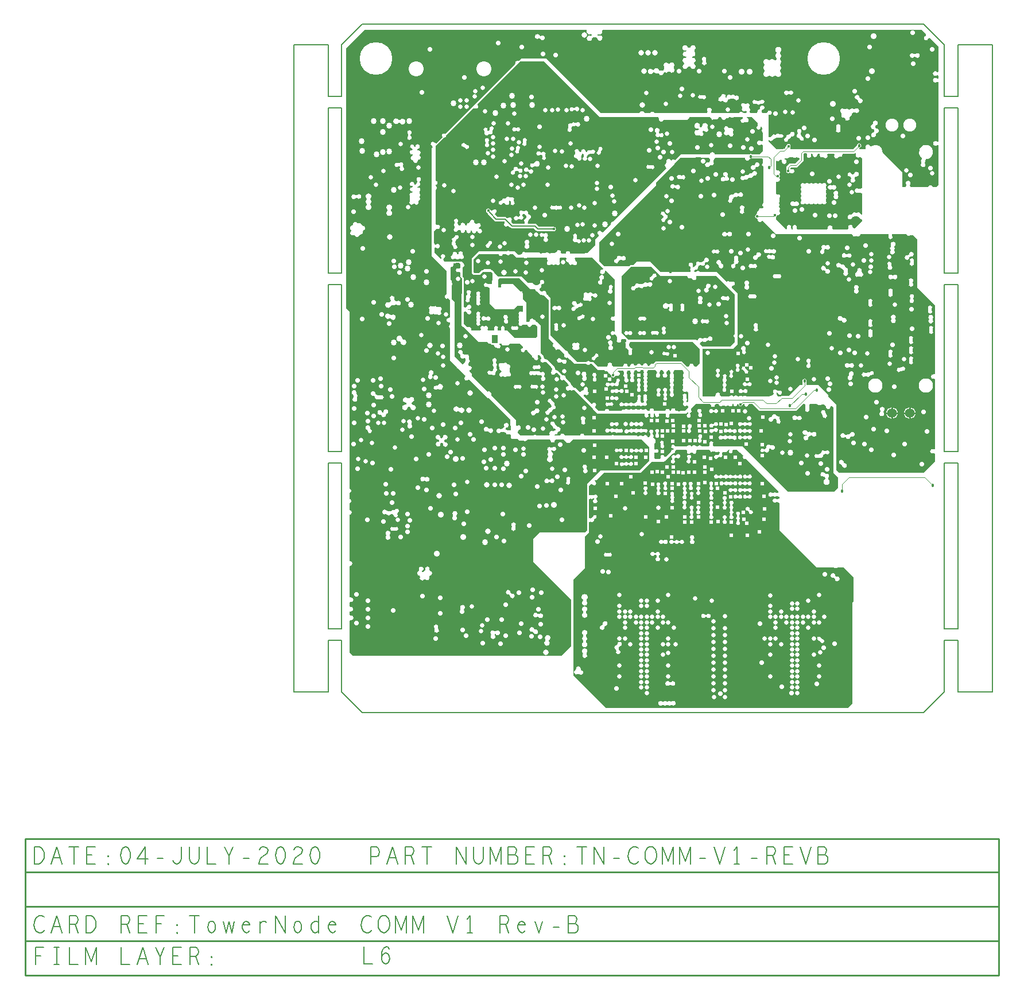
<source format=gbr>
G04 ================== begin FILE IDENTIFICATION RECORD ==================*
G04 Layout Name:  E:/CAD/CAD/FACEBOOK/COM V1/WORK/22-12-20/COM_V1_P2_21-12-2020_4.brd*
G04 Film Name:    COM_V1_P2-L6.gbr*
G04 File Format:  Gerber RS274X*
G04 File Origin:  Cadence Allegro 16.6-2015-S108*
G04 Origin Date:  Fri Dec 25 11:50:56 2020*
G04 *
G04 Layer:  DRAWING FORMAT/FILM_LABEL_OUTLINE*
G04 Layer:  VIA CLASS/L6_SIG*
G04 Layer:  PIN/L6_SIG*
G04 Layer:  ETCH/L6_SIG*
G04 Layer:  BOARD GEOMETRY/OUTLINE*
G04 Layer:  BOARD GEOMETRY/TOOLING_CORNERS*
G04 *
G04 Offset:    (0.000 0.000)*
G04 Mirror:    No*
G04 Mode:      Positive*
G04 Rotation:  0*
G04 FullContactRelief:  No*
G04 UndefLineWidth:     6.000*
G04 ================== end FILE IDENTIFICATION RECORD ====================*
%FSLAX55Y55*MOIN*%
%IR0*IPPOS*OFA0.00000B0.00000*MIA0B0*SFA1.00000B1.00000*%
%ADD16C,.169291*%
%ADD11C,.022*%
%ADD14C,.015*%
%ADD10C,.024*%
%ADD13C,.016*%
%ADD15C,.026*%
%ADD12C,.018*%
%ADD17C,.055118*%
%ADD18C,.004*%
%ADD19C,.005*%
%ADD20C,.006*%
%ADD21C,.007*%
%ADD22C,.008*%
%ADD23C,.0045*%
%ADD24C,.003402*%
%ADD25C,.003902*%
%ADD26C,.01*%
%ADD27C,.025*%
%ADD33C,.189296*%
%ADD30C,.032004*%
%ADD35C,.024004*%
%ADD31C,.034004*%
%ADD29C,.026004*%
%ADD32C,.036004*%
%ADD28C,.028004*%
%ADD36C,.075122*%
%ADD37C,.067122*%
%ADD34C,.087004*%
%ADD38C,.082996*%
G75*
%LPD*%
G75*
G36*
G01X6429Y32789D02*
X4482Y34736D01*
Y53249D01*
G02X5009Y53628I400J0D01*
G03Y56283I446J1327D01*
G02X4482Y56662I-127J379D01*
G01Y58305D01*
G02X4986Y58691I400J0D01*
G03Y61394I366J1351D01*
G02X4482Y61780I-104J386D01*
G01Y63837D01*
G02X5011Y64215I400J0D01*
G03Y66866I451J1326D01*
G02X4482Y67245I-129J379D01*
G01Y84703D01*
G02X4866Y85103I400J0D01*
G03Y87901I-57J1399D01*
G02X4482Y88301I16J400D01*
G01Y114836D01*
X4660Y114856D01*
G03Y117639I-157J1391D01*
G01X4482Y117659D01*
Y121451D01*
X4616Y121498D01*
G03Y124140I-464J1321D01*
G01X4482Y124187D01*
Y127409D01*
X4616Y127456D01*
G03Y130098I-464J1321D01*
G01X4482Y130145D01*
Y232900D01*
X2520Y234862D01*
Y386034D01*
X13218Y396732D01*
X142029D01*
G02X142401Y396184I0J-400D01*
G03X144611Y394165I1487J-592D01*
G02X145190Y393772I181J-357D01*
G03X145190Y393483I1594J-145D01*
G02X144611Y393090I-398J-36D01*
G03X145482Y391807I-723J-1427D01*
G02X146061Y392200I398J36D01*
G03X147668Y392293I723J1427D01*
G02X148288Y391942I221J-333D01*
G03X149003Y393203I1599J-73D01*
G02X148383Y393555I-221J333D01*
G03X148381Y393733I-1599J72D01*
G02X148980Y394105I399J26D01*
G03X151234Y396164I803J1384D01*
G02X151597Y396732I363J169D01*
G01X336559D01*
X339435Y393857D01*
G02X339206Y393177I-283J-283D01*
G03X340780Y391603I187J-1388D01*
G02X341459Y391833I396J-53D01*
G01X346491Y386801D01*
Y372313D01*
G02X345784Y372056I-400J0D01*
G03Y370260I-1074J-898D01*
G02X346491Y370004I307J-257D01*
G01Y368518D01*
G02X345796Y368249I-400J0D01*
G03Y366360I-1034J-944D01*
G02X346491Y366090I295J-270D01*
G01Y331866D01*
G02X345802Y331589I-400J0D01*
G03Y329649I-1010J-970D01*
G02X346491Y329372I289J-277D01*
G01Y306484D01*
X345412Y305406D01*
X343175D01*
X343128Y305539D01*
G03X340678I-1225J-436D01*
G01X340630Y305406D01*
X330378D01*
X330350Y305572D01*
G03X329986Y306299I-1380J-235D01*
G02Y306574I145J137D01*
G03X327953I-1017J963D01*
G02Y306299I-145J-137D01*
G03X327589Y305572I1017J-963D01*
G01X327561Y305406D01*
X325680D01*
Y313681D01*
X314127Y325234D01*
X314133Y325325D01*
G03X307518Y328946I-4140J290D01*
G02X306900Y329141I-239J321D01*
G03X304401Y327931I-1329J-441D01*
G02X304357Y327664I-167J-110D01*
G03X304089Y327381I800J-1025D01*
G01X300757D01*
G02X300615Y327722I0J200D01*
G01X300843Y327951D01*
X300894Y327965D01*
G03X299167Y329691I-379J1348D01*
G01X299153Y329641D01*
X296893Y327381D01*
X260685D01*
G02X260402Y328064I0J400D01*
G01X260701Y328363D01*
Y328584D01*
X260715Y328620D01*
G03X258225Y329319I-1209J478D01*
G01X258214Y329256D01*
X256407Y327449D01*
X254011D01*
X253943Y327381D01*
X252350D01*
X247830Y331901D01*
Y332587D01*
X248139D01*
X248198Y332496D01*
G03X250544Y332864I1091J708D01*
G02X250977Y333157I386J-104D01*
G03X252363Y333861I166J1390D01*
G02X252631Y333940I174J-98D01*
G03X254075Y334096I606J1151D01*
G02X254346Y334084I129J-153D01*
G03X254431Y335993I924J915D01*
G02X254160Y336005I-129J153D01*
G03X252148Y335802I-924J-915D01*
G02X251876Y335741I-167J109D01*
G03X249770Y334823I-733J-1193D01*
G02X249357Y334502I-392J79D01*
G03X248479Y334222I-69J-1298D01*
G02X247830Y334535I-249J313D01*
G01Y346937D01*
X247668Y347099D01*
X247903Y347334D01*
X248026Y347284D01*
G03X247213Y348512I487J1205D01*
G02X246530Y348236I-400J7D01*
G01X246391Y348376D01*
X244349D01*
G02X243961Y348874I0J400D01*
G03X243919Y349650I-1260J320D01*
G02X244286Y350190I375J140D01*
G03X243045Y351034I-23J1300D01*
G02X242678Y350494I-375J-140D01*
G03X241441Y348874I23J-1300D01*
G02X241053Y348376I-388J-98D01*
G01X237224D01*
G03X236968Y348678I-1108J-680D01*
G02X236938Y349254I262J302D01*
G03X236695Y351236I-948J890D01*
G02X236607Y351832I217J336D01*
G03X234776Y353666I-990J842D01*
G02X234210Y353714I-259J305D01*
G03X232463Y351818I-999J-832D01*
G02X232560Y351262I-230J-327D01*
G03X234386Y349462I1065J-745D01*
G02X234942Y349374I234J-325D01*
G03X235138Y349162I1048J769D01*
G02X235167Y348586I-262J-302D01*
G03X235007Y348376I948J-890D01*
G01X233241D01*
X233188Y348492D01*
G03X230828I-1180J-547D01*
G01X230775Y348376D01*
X214724D01*
G02X214446Y349063I0J400D01*
G03X212495I-975J1005D01*
G02X212216Y348376I-279J-287D01*
G01X194216D01*
X194210Y348376D01*
G03X194057I-76J-1298D01*
G01X194051Y348376D01*
X191527D01*
X191524Y348376D01*
G03X191464I-30J-1300D01*
G01X191462Y348376D01*
X181621D01*
X181570Y348498D01*
G03X179171I-1199J-502D01*
G01X179119Y348376D01*
X175973D01*
X175921Y348498D01*
G03X172973I-1474J-622D01*
G01X172921Y348376D01*
X150434D01*
X118934Y379876D01*
X104234D01*
X103734Y379376D01*
X103420D01*
X102758Y378715D01*
X102654Y378736D01*
G03X100654Y376736I-332J-1668D01*
G01X100675Y376631D01*
X60269Y336225D01*
X60135Y336303D01*
G03X58356Y334524I-658J-1121D01*
G01X58434Y334390D01*
X54762Y330718D01*
G02X54107Y330855I-283J283D01*
G03X52604Y329111I-1210J-477D01*
G02X52797Y328439I-90J-390D01*
G01X52334Y327976D01*
Y282678D01*
X52320Y282643D01*
G03Y281708I1213J-467D01*
G01X52334Y281674D01*
Y265076D01*
X60934Y256476D01*
Y242910D01*
X60782Y242872D01*
G03X61834Y240542I310J-1263D01*
G01X61972Y240638D01*
X63034Y239576D01*
X63067D01*
Y229723D01*
G02X62447Y229238I-500J0D01*
G03X62041Y226678I-313J-1262D01*
G03X62781Y226680I368J1247D01*
G02X63067Y226228I-214J-452D01*
G01Y225530D01*
X62942Y225479D01*
G03Y223072I491J-1204D01*
G01X63067Y223021D01*
Y204449D01*
X66634Y200882D01*
X66645Y200806D01*
X66645Y200805D01*
G03X67757Y199687I1289J171D01*
G01X67840Y199676D01*
X68195Y199321D01*
X68210Y199275D01*
G03X69051Y198434I1238J397D01*
G01X69097Y198419D01*
X71785Y195731D01*
G02X71731Y195120I-283J-283D01*
G03X73541Y193309I743J-1067D01*
G02X74152Y193364I328J-229D01*
G01X85037Y182479D01*
X85630D01*
X97848Y170261D01*
Y166878D01*
G02X98082Y166628I-16J-250D01*
G01Y164109D01*
G02X97416Y163810I-400J0D01*
G03X95960Y164058I-928J-1048D01*
G02X95417Y164353I-151J371D01*
G03X95214Y164854I-1375J-266D01*
G02X95558Y165473I335J219D01*
G03X94417Y166106I31J1400D01*
G02X94073Y165487I-335J-219D01*
G03X92823Y164777I-31J-1400D01*
G02X92208Y164676I-348J197D01*
G03X92491Y162945I-936J-1041D01*
G02X93106Y163046I348J-197D01*
G03X94570Y162790I936J1042D01*
G02X95113Y162496I151J-371D01*
G03X97416Y161713I1375J266D01*
G02X98082Y161414I265J-299D01*
G01Y159549D01*
X98794Y158836D01*
X102376D01*
X102418Y158692D01*
G03X104763Y158112I1343J397D01*
G02X105374Y158066I286J-279D01*
G03X107808Y158359I1136J818D01*
G01X107859Y158484D01*
X120779D01*
X120788Y158476D01*
X120850D01*
G02X121250Y158068I0J-400D01*
G03X123849Y158106I1300J-25D01*
G02X124248Y158526I400J19D01*
G01X124684D01*
X124725Y158484D01*
X129034D01*
X130742Y156776D01*
X132425D01*
X134134Y158484D01*
X136442D01*
X136534Y158576D01*
X139734D01*
Y158484D01*
X153816D01*
X153846Y158475D01*
G03X154648I401J1237D01*
G01X154678Y158484D01*
X171625D01*
X171634Y158476D01*
X174393D01*
X178534Y154334D01*
Y146076D01*
X173034Y140576D01*
X150497D01*
X142734Y132812D01*
Y105963D01*
X141266Y104496D01*
X114987D01*
X111141Y100649D01*
Y87724D01*
X133242Y65623D01*
Y38519D01*
X127512Y32789D01*
X6429D01*
G37*
G36*
G01X87324Y219257D02*
X87414Y219347D01*
X90112D01*
X90523Y218936D01*
Y214876D01*
X90138Y214491D01*
X87723D01*
X87324Y214890D01*
Y219257D01*
G37*
G36*
G01X69134Y252976D02*
Y252961D01*
X69834Y252261D01*
Y243276D01*
X69734Y243176D01*
Y224954D01*
X70734Y223954D01*
X72495Y222193D01*
X72510Y222160D01*
G03X73200Y221469I1273J583D01*
G01X73233Y221454D01*
X77312Y217376D01*
X77634D01*
X79614Y215396D01*
X84675D01*
X85665Y214406D01*
X86166D01*
G03X86729Y214039I967J869D01*
G01X86775Y214025D01*
X87308Y213491D01*
X88136D01*
G02X88535Y213111I0J-400D01*
G03X89929Y211879I1299J64D01*
G03X91361Y213883I1055J760D01*
G01X91313Y213898D01*
X91136Y214074D01*
X91468Y214406D01*
X92753D01*
X92760Y214214D01*
G03X94904Y213274I1299J49D01*
G02X95424I260J-304D01*
G03X97568Y214214I845J988D01*
G01X97576Y214406D01*
X103465D01*
X105403Y212469D01*
G02X105149Y211787I-283J-283D01*
G03X106540Y210396I95J-1297D01*
G02X107222Y210649I399J-29D01*
G01X107681Y210190D01*
G03X108112Y209752I1116J667D01*
G01X108132Y209740D01*
X110440Y207432D01*
X110435Y207343D01*
G03X111638Y205979I1299J-68D01*
G03X113852Y206797I1296J-103D01*
G01X113793Y206939D01*
X113849Y207078D01*
G03X114162Y207613I-933J905D01*
G02X114707Y207504I191J-462D01*
G01X115912Y206299D01*
G02X115876Y205701I-283J-283D01*
G03X117842Y203735I864J-1102D01*
G02X118440Y203771I315J-247D01*
G01X122324Y199886D01*
G02X122293Y199292I-283J-283D01*
G03X121814Y198182I817J-1011D01*
G03X124093Y197051I1020J-806D01*
G02X124931Y197280I484J-125D01*
G01X127110Y195101D01*
X127012Y194934D01*
G03X128792Y193154I1121J-658D01*
G01X128809Y193164D01*
G03X129020Y193191I-72J1434D01*
G01X131858Y190353D01*
G02X131543Y189671I-283J-283D01*
G03X132457Y187321I-111J-1396D01*
G02X132741Y187330I146J-136D01*
G03X134531Y187335I893J945D01*
G02X134880Y187330I172J-181D01*
G01X148435Y173776D01*
X164803D01*
G03X166465I831J1000D01*
G01X175747D01*
G02X176075Y173147I0J-400D01*
G03X178044I984J-687D01*
G02X178372Y173776I328J229D01*
G01X178985D01*
G02X179297Y173126I0J-400D01*
G03X181171I937J-750D01*
G02X181483Y173776I312J250D01*
G01X181679D01*
G02X182041Y173205I0J-400D01*
G03X184213I1086J-511D01*
G02X184575Y173776I362J170D01*
G01X188085D01*
G02X188397Y173126I0J-400D01*
G03X190271I937J-750D01*
G02X190583Y173776I312J250D01*
G01X200092D01*
X200631Y174315D01*
G02X201194Y174318I283J-283D01*
G03X201240Y174275I840J857D01*
G02X201115Y173600I-265J-300D01*
G03X202328Y173376I419J-1125D01*
G02X202453Y174051I265J300D01*
G03X202891Y176015I-419J1125D01*
G02X202894Y176578I286J280D01*
G01X206021Y179705D01*
X206281Y179446D01*
X209176D01*
X209468Y179154D01*
X214044D01*
G02X214441Y178709I0J-400D01*
G03X216827I1193J-134D01*
G02X217224Y179154I398J44D01*
G01X218972D01*
X218978Y178960D01*
G03X221228Y178417I1200J38D01*
G02X221928I350J-194D01*
G03X224028Y178417I1050J581D01*
G02X224728Y178417I350J-194D01*
G03X226959Y179210I1050J582D01*
G01X226956Y179228D01*
Y179446D01*
X227400D01*
Y179228D01*
X227396Y179210D01*
G03X229778Y179034I1181J-211D01*
G02X230178Y179446I400J12D01*
G01X230400D01*
Y179228D01*
X230397Y179210D01*
G03X232427Y178151I1181J-211D01*
G01X233472Y179196D01*
X233844D01*
Y178984D01*
X233843Y178972D01*
G03X236234Y178804I1191J-147D01*
G02X236634Y179196I400J-7D01*
G01X238650D01*
X242540Y175306D01*
X263961D01*
X268100Y179446D01*
X268824D01*
G02X269176Y178855I0J-400D01*
G03X269329Y177292I1231J-668D01*
G02Y176781I-308J-256D01*
G03X271484I1077J-895D01*
G02Y177292I308J255D01*
G03X271637Y178855I-1077J894D01*
G02X271988Y179446I352J191D01*
G01X275339D01*
G03X279468Y179027I2304J2149D01*
G02X280223Y178801I289J-408D01*
G03X281027Y178040I1211J474D01*
G02X281162Y177820I-62J-190D01*
G03X283946Y177646I1384J-213D01*
G02X284629Y177940I400J11D01*
G01X285734Y176835D01*
Y138976D01*
X288234Y136476D01*
Y130776D01*
X285853Y128395D01*
X259434D01*
X259313Y128273D01*
X232879Y154706D01*
X222004D01*
X221934Y154776D01*
X216076D01*
G02X215666Y155564I0J500D01*
G03X213559I-1054J762D01*
G02X213150Y154776I-409J-288D01*
G01X208858D01*
G03X206809I-1025J-801D01*
G01X205783D01*
G03X204104Y155233I-1057J-569D01*
G03X203409Y154776I330J-1258D01*
G01X202958D01*
G03X202346Y155209I-1025J-801D01*
G03X200684Y154776I-620J-1028D01*
G01X194434D01*
X194277Y154619D01*
G02X193604Y154814I-283J283D01*
G03X192514Y153352I-1171J-264D01*
G01X192605Y153358D01*
X192810Y153153D01*
X192425Y152768D01*
X192351Y152762D01*
G03X191236Y151648I83J-1197D01*
G01X191231Y151573D01*
X188130Y148473D01*
G02X187450Y148712I-283J283D01*
G03X185219Y147977I-1193J-131D01*
G02X184874Y147376I-346J-201D01*
G01X181934D01*
X181434Y147876D01*
Y150714D01*
G02X182109Y151004I400J0D01*
G03Y152747I825J872D01*
G02X181434Y153038I-275J290D01*
G01Y154194D01*
X181448Y154230D01*
G03Y155122I-1114J446D01*
G01X181434Y155157D01*
Y155899D01*
X182334Y156799D01*
Y158476D01*
X180931Y159878D01*
G03X180653Y161704I-897J797D01*
G02X180603Y162354I206J343D01*
G03X179215Y162247I-769J922D01*
G02X179265Y161597I-206J-343D01*
G03X178882Y160338I769J-922D01*
G02X178498Y159826I-384J-113D01*
G01X177623D01*
X177608Y160009D01*
G03X175242Y160639I-1296J-108D01*
G02X174583I-329J227D01*
G03X172316Y160410I-1071J-738D01*
G01X172301Y160374D01*
X172132Y160206D01*
X171895Y160443D01*
X171880Y160473D01*
G03X169776Y160804I-1168J-571D01*
G01X166486D01*
G03X164932I-777J-915D01*
G01X163561D01*
G03X161883I-839J-859D01*
G01X160542D01*
G03X158838Y160849I-878J-959D01*
G01X158782Y160804D01*
X158355D01*
G03X156353I-1001J-662D01*
G01X155074D01*
G03X153261I-907J-932D01*
G01X140974D01*
X140962Y160991D01*
G03X138367I-1297J-84D01*
G01X138355Y160804D01*
X129545D01*
X129519Y160973D01*
G03X126949I-1285J-198D01*
G01X126923Y160804D01*
X123727D01*
X123670Y160977D01*
G03X123591Y161168I-1237J-401D01*
G02X123831Y161450I178J91D01*
G03X125531Y162749I401J1237D01*
G02X125891Y163167I400J19D01*
G03X125558Y165947I-138J1393D01*
G02X125107Y166282I-56J396D01*
G03X124132Y167347I-1285J-197D01*
G02X123829Y167768I95J388D01*
G03X122191Y166501I-1396J112D01*
G02X122522Y166102I-69J-394D01*
G03X123928Y164789I1300J-17D01*
G02X124359Y164428I33J-399D01*
G03X124361Y164409I1394J130D01*
G02X124026Y163970I-398J-43D01*
G03X123224Y163508I206J-1284D01*
G02X122707Y163419I-310J253D01*
G03X120827Y161430I-725J-1198D01*
G02X120497Y160804I-330J-226D01*
G01X113372D01*
G03X111095I-1138J-628D01*
G01X103806D01*
X102327Y162283D01*
G02X102302Y162821I283J283D01*
G03X102624Y163744I-1078J893D01*
G02X102973Y164149I400J9D01*
G03X101860Y166579I-176J1389D01*
G02X101193Y166876I-268J297D01*
G01Y169876D01*
X86792Y184277D01*
X86834Y184396D01*
G03X84790Y186440I-1508J536D01*
G01X84671Y186398D01*
X75434Y195635D01*
Y196916D01*
X74160Y198190D01*
G02X74392Y198870I283J283D01*
G03X73939Y201428I-165J1290D01*
G02X73461Y201905I-88J390D01*
G03X73462Y202504I-1367J304D01*
G02X73697Y202957I391J85D01*
G03X73899Y205426I-549J1288D01*
G02X73773Y205974I215J338D01*
G03X71773Y207853I-1191J737D01*
G02X71243Y207913I-231J326D01*
G03X70449Y208359I-1045J-932D01*
G02X70154Y208911I72J394D01*
G03X68670Y208160I-1193J517D01*
G02X68940Y207595I-89J-390D01*
G03X71008Y205839I1258J-614D01*
G02X71538Y205779I231J-326D01*
G03X71831Y205530I1045J932D01*
G02X71957Y204982I-215J-338D01*
G03X71779Y203949I1191J-737D01*
G02X71545Y203496I-391J-85D01*
G03X70724Y202500I549J-1288D01*
G02X70050Y202300I-391J83D01*
G01X65448Y206902D01*
Y238776D01*
X64067Y240157D01*
Y240576D01*
X63934D01*
Y247851D01*
G03Y249901I-800J1025D01*
G01Y250776D01*
X63152Y251557D01*
Y258485D01*
G02X63595Y258883I400J0D01*
G03X65012Y259938I139J1293D01*
G01Y260137D01*
X65015Y260154D01*
G03Y260597I-1281J221D01*
G01X65012Y260614D01*
Y260854D01*
X65134Y260975D01*
X68434D01*
X68931Y260479D01*
X68867Y260350D01*
G03X68934Y259082I1166J-575D01*
G01Y258336D01*
G02X68290Y258019I-400J0D01*
G03Y255961I-794J-1029D01*
G02X68934Y255644I244J-317D01*
G01Y253176D01*
X69134Y252976D01*
G37*
G36*
G01X191233Y175276D02*
X190541D01*
X190508Y175436D01*
G03X187986Y175540I-1274J-260D01*
G01X187944Y175396D01*
X181392D01*
X181374Y175576D01*
G03X178787I-1293J-132D01*
G01X178769Y175396D01*
X177738D01*
X177691Y175530D01*
G03X175453Y175916I-1227J-431D01*
G02X174675I-389J314D01*
G03X172653I-1011J-818D01*
G02X171875I-389J314D01*
G03X169852I-1011J-818D01*
G02X169075I-389J314D01*
G03X167052I-1011J-818D01*
G02X166474Y175768I-389J314D01*
G03X166288Y175899I-840J-992D01*
G03X164314Y175988I-1025J-800D01*
G03X162384Y175418I-780J-912D01*
G01X162341Y175276D01*
X155441D01*
X155408Y175436D01*
G03X152860I-1274J-260D01*
G01X152827Y175276D01*
X149057D01*
X147135Y177198D01*
G02X147222Y177829I283J283D01*
G03X145587Y179463I-588J1046D01*
G02X144956Y179376I-349J196D01*
G01X140414Y183918D01*
G02X140585Y184584I283J283D01*
G03X140963Y184762I-383J1303D01*
G02X141224Y184730I112J-166D01*
G03X142981Y186631I970J866D01*
G02X142906Y187193I242J318D01*
G03X140613Y187681I-1030J794D01*
G02X140405Y187230I-389J-94D01*
G03X138898Y186270I-203J-1343D01*
G02X138232Y186100I-384J113D01*
G01X135941Y188391D01*
G03X134762Y188903I-1237J-1237D01*
G01X134683Y188905D01*
X134242Y189346D01*
X134260Y189366D01*
X133475Y190151D01*
X133469Y190224D01*
G03X132918Y191414I-1894J-154D01*
G01X130094Y194238D01*
X130114Y194341D01*
G03X128481Y195975I-1376J257D01*
G01X128377Y195955D01*
X125991Y198341D01*
G03X124736Y198920I-1414J-1414D01*
G01X124662Y198926D01*
X123942Y199646D01*
X123938Y199721D01*
G03X123385Y200947I-1896J-118D01*
G01X119500Y204832D01*
G03X118311Y205382I-1344J-1343D01*
G01X118237Y205388D01*
X117529Y206096D01*
X117523Y206169D01*
G03X116973Y207359I-1894J-154D01*
G01X115767Y208565D01*
G03X115652Y208671I-1413J-1415D01*
G01Y212271D01*
X115452Y212472D01*
Y213631D01*
G03Y213670I-1300J20D01*
G01Y224795D01*
X113371Y226876D01*
X112871D01*
G03X111691Y228169I-1300J-1D01*
G03X109241Y227431I-1157J-594D01*
G02X108744Y226876I-497J-55D01*
G01X107734D01*
X107306Y227303D01*
Y238126D01*
X105334Y240098D01*
Y243176D01*
X105172Y243337D01*
X105181Y243431D01*
G03X103818Y244794I-1245J119D01*
G01X103724Y244785D01*
X99534Y248976D01*
X98290D01*
G03X96831Y249011I-754J-997D01*
G01X96780Y248976D01*
X96324D01*
X96273Y249011D01*
G03X94862I-705J-1032D01*
G01X94811Y248976D01*
X94356D01*
X94305Y249011D01*
G03X92482Y248538I-705J-1032D01*
G01X92467Y248509D01*
X92434Y248476D01*
Y248432D01*
X92422Y248399D01*
G03Y247558I1177J-421D01*
G01X92434Y247525D01*
Y246925D01*
X91208D01*
X91012Y247122D01*
Y251754D01*
X91634Y252375D01*
X103234D01*
X109734Y245876D01*
X112315D01*
X112464Y245726D01*
X112462Y245641D01*
G03X113791Y244312I1300J-29D01*
G01X113876Y244314D01*
X115715Y242476D01*
X116594D01*
G03X117386Y242155I896J1076D01*
G01X117460Y242150D01*
X120234Y239376D01*
Y218892D01*
X120234Y217165D01*
X122954Y214444D01*
X122788Y214268D01*
G03X123440Y212109I946J-892D01*
G02X123634Y211867I-56J-244D01*
G03X125809Y210915I1300J9D01*
G02X126500Y210898I337J-370D01*
G01X129305Y208094D01*
X129253Y207970D01*
G03X131204Y206195I1292J-539D01*
G01X132376Y205022D01*
G02X132469Y204893I-353J-354D01*
G01X132716D01*
X135109Y202500D01*
X141989D01*
X142046Y202397D01*
G03X144322I1138J629D01*
G01X144379Y202500D01*
X145259D01*
X148834Y198925D01*
X152442D01*
G03X153976Y198342I1125J651D01*
G02X154634Y197870I157J-475D01*
G03X155928Y196575I1300J6D01*
G02X156425Y196042I-2J-500D01*
G03X158918Y195447I1298J-84D01*
G02X159639Y195676I460J-197D01*
G03X160826Y195572I694J1100D01*
G03X161360Y197574I-318J1157D01*
G03X160396Y198074I-1026J-799D01*
G01X160319Y198078D01*
X160123Y198274D01*
X160546Y198697D01*
X163396D01*
G02X163474Y198484I-420J-272D01*
G03X163947Y197625I1291J152D01*
G02Y196847I-314J-389D01*
G03X164222Y194654I818J-1011D01*
G02X164380Y193860I-209J-454D01*
G03X165876Y194157I953J-884D01*
G02X165718Y194952I208J455D01*
G03X165582Y196847I-953J884D01*
G02Y197625I314J389D01*
G03X166056Y198484I-817J1011D01*
G02X166133Y198697I497J-59D01*
G01X167387D01*
G02X167467Y198438I-420J-272D01*
G03X167845Y197554I1300J33D01*
G02X167819Y196825I-355J-353D01*
G03X167366Y195911I845J-988D01*
G03X167847Y194826I1298J-74D01*
G02Y194048I-315J-389D01*
G03X169482I818J-1011D01*
G02Y194826I314J389D01*
G03X169587Y196754I-818J1011D01*
G02X169615Y197486I355J353D01*
G03X170067Y198438I-848J986D01*
G02X170147Y198697I500J-13D01*
G01X170488D01*
X170716Y198925D01*
X171322D01*
X171362Y198777D01*
G03X173681I1160J309D01*
G01X173721Y198925D01*
X175116D01*
X175144Y198713D01*
Y198712D01*
G03X175464Y198009I1290J162D01*
G02Y197342I-373J-333D01*
G03X175491Y195580I969J-867D01*
G02X175507Y195047I-290J-275D01*
G03X175509Y193501I919J-772D01*
G02X175502Y192977I-306J-258D01*
G03X175661Y191235I898J-797D01*
G02X175680Y190621I-246J-315D01*
G03X175633Y188871I797J-897D01*
G02X175630Y188299I-281J-284D01*
G03X177309Y188290I835J-862D01*
G02X177312Y188861I281J284D01*
G03X177217Y190669I-835J862D01*
G02X177197Y191283I246J315D01*
G03X177317Y192954I-797J897D01*
G02X177324Y193478I306J258D01*
G03X177350Y195041I-898J797D01*
G02X177370Y195573I308J255D01*
G03X177403Y197342I-936J902D01*
G02Y198009I373J333D01*
G03X177723Y198708I-969J867D01*
G01X177752Y198925D01*
X182248D01*
G02X182648Y198542I0J-400D01*
G03X183106Y197649I1199J51D01*
G02X183055Y196986I-247J-315D01*
G03X184453Y196906I637J-1133D01*
G02X184477Y197571I234J324D01*
G03X185046Y198542I-630J1022D01*
G02X185446Y198925I400J-17D01*
G01X186081D01*
G02X186547Y198607I0J-500D01*
G03X186585Y198428I1189J163D01*
G03X187116Y197576I1283J209D01*
G02X187323Y197102I-289J-408D01*
G03X186699Y195040I195J-1184D01*
G03X187448Y194434I1134J635D01*
G03X188583Y196739I386J1242D01*
G02X188596Y197558I293J405D01*
G03X189160Y198484I-727J1078D01*
G02X189657Y198925I497J-59D01*
G01X189981D01*
G02X190477Y198484I0J-500D01*
G03X190951Y197626I1291J154D01*
G02Y196848I-314J-389D01*
G03X190588Y195292I817J-1011D01*
G03X190754Y194096I1111J-455D01*
G02X190753Y193848I-157J-123D01*
G03X190469Y192996I1016J-812D01*
G03X190754Y191641I1102J-476D01*
G02X190784Y191086I-272J-293D01*
G03X190866Y189300I984J-850D01*
G02X190810Y188534I-347J-360D01*
G03X190846Y186394I757J-1057D01*
G02X190902Y185606I-277J-416D01*
G03X192491Y185719I867J-969D01*
G02X192434Y186508I277J416D01*
G03X192470Y188413I-867J969D01*
G02X192526Y189179I347J360D01*
G03X192586Y191248I-757J1057D01*
G02X192401Y191653I314J389D01*
G03X192709Y192138I-830J867D01*
G03X192742Y193900I-940J898D01*
G01X192718Y193926D01*
X192665Y194061D01*
X192698Y194171D01*
X192713Y194194D01*
G03X192862Y195133I-1014J642D01*
G03X192586Y196848I-1093J704D01*
G02Y197626I314J389D01*
G03X193060Y198484I-818J1011D01*
G02X193556Y198925I497J-59D01*
G01X197640D01*
G02X198138Y198467I0J-500D01*
G03X198539Y197632I1296J109D01*
G02X198511Y196882I-344J-363D01*
G03X198472Y194902I823J-1007D01*
G02X198463Y194146I-332J-374D01*
G03X198385Y192079I904J-1069D01*
G02X198358Y191342I-351J-356D01*
G03Y189211I909J-1065D01*
G02X198385Y188474I-325J-380D01*
G03X199379Y186076I982J-998D01*
G03X200462Y186525I55J1399D01*
G02X201126Y186053I163J-473D01*
G01Y180625D01*
G02X200294Y180250I-500J0D01*
G03X200286Y180258I-853J-981D01*
G02X200241Y180969I328J378D01*
G03X200277Y182663I-968J868D01*
G02X200266Y183285I386J318D01*
G03X198230Y183249I-1033J790D01*
G02X198241Y182628I-386J-318D01*
G03X198421Y180855I1032J-791D01*
G02X198465Y180143I-328J-378D01*
G03X200294Y178301I968J-868D01*
G02X201126Y177926I331J-375D01*
G01Y177087D01*
X199315Y175276D01*
X193834D01*
X193834Y175476D01*
G03X191233I-1300J0D01*
G01X191233Y175276D01*
G37*
G36*
G01X145606Y264382D02*
X151894Y258093D01*
G02X151573Y257412I-283J-283D01*
G03X152831Y256154I-135J-1394D01*
G02X153512Y256475I398J39D01*
G01X158710Y251277D01*
Y230296D01*
G02X158109Y229951I-400J0D01*
G03Y227705I-656J-1123D01*
G02X158710Y227360I202J-345D01*
G01Y221378D01*
G03X158635Y221301I889J-949D01*
G01X158486Y221235D01*
X158335Y221305D01*
G03X158199Y219471I-985J-849D01*
G02X158728Y219465I261J-303D01*
G03X159306Y219164I872J965D01*
G02X159606Y218688I-91J-390D01*
G03X159907Y217481I1368J-300D01*
G02X159913Y216970I-305J-259D01*
G03X162360Y216422I1088J-882D01*
G02X162749Y216917I388J95D01*
G01X164892D01*
X165424Y216386D01*
G02X165328Y215749I-283J-283D01*
G03X164918Y213792I608J-1149D01*
G02X164912Y213287I-313J-249D01*
G03X165916Y211154I998J-833D01*
G02X166318Y210746I2J-400D01*
G03X166648Y209854I1300J-26D01*
G02X166667Y209344I-298J-266D01*
G03X168570I951J-732D01*
G02X168588Y209854I317J244D01*
G03X167612Y212020I-970J866D01*
G02X167210Y212428I-2J400D01*
G03X166929Y213262I-1300J26D01*
G02X166935Y213767I313J249D01*
G03X167232Y214707I-998J833D01*
G02X167631Y215140I399J33D01*
G01X203935D01*
X207801Y211274D01*
Y202642D01*
X207654D01*
X205967Y200956D01*
X204973D01*
G02X204473Y201451I0J500D01*
G03X201872I-1300J-14D01*
G02X201372Y200956I-500J5D01*
G01X200508D01*
X197372Y204092D01*
X182280D01*
X180899Y202710D01*
X180768Y202780D01*
G03X179004Y201812I-567J-1058D01*
G02X178606Y201443I-399J30D01*
G01X178026D01*
G02X177628Y201803I0J400D01*
G03X175040Y201810I-1294J-128D01*
G01X175022Y201630D01*
X173850D01*
X173805Y201769D01*
G03X171329I-1238J-398D01*
G01X171284Y201630D01*
X170050D01*
X170005Y201769D01*
G03X167468Y201432I-1238J-398D01*
G02X167244Y201038I-500J23D01*
G01X166290D01*
G02X166065Y201450I275J418D01*
G03X163465I-1300J-14D01*
G02X163240Y201038I-500J5D01*
G01X159577D01*
X159494Y200956D01*
X158330D01*
X158275Y200985D01*
G03X157550Y201132I-611J-1148D01*
G02X157018Y201740I-44J498D01*
G03X154516Y201614I-1269J285D01*
G02X154042Y200956I-474J-159D01*
G01X149054D01*
X146234Y203776D01*
X144246D01*
G03X142122I-1062J-750D01*
G01X136765D01*
X131637Y208903D01*
X131629Y208993D01*
G03X130452Y210170I-1295J-118D01*
G01X130361Y210179D01*
X121234Y219306D01*
Y240982D01*
X120667Y241548D01*
Y241676D01*
X120540D01*
X119810Y242406D01*
X119799Y242420D01*
G03X119465Y242751I-1066J-744D01*
G01X119445Y242765D01*
X118876Y243334D01*
X118884Y243427D01*
G03X116438Y244476I-1395J125D01*
G02X115855Y244457I-300J264D01*
G01X115025Y245286D01*
X115043Y245389D01*
G03X115009Y245980I-1281J223D01*
G02X115219Y246453I384J113D01*
G03X115818Y248204I-565J1171D01*
G02X116213Y248781I358J178D01*
G03X115170Y249495I121J1295D01*
G02X114775Y248919I-358J-178D01*
G03X113516Y248253I-121J-1295D01*
G02X112876Y248171I-350J194D01*
G03X111857Y248574I-943J-896D01*
G01X111745Y248567D01*
X110635Y249677D01*
X108233D01*
X104534Y253376D01*
X90839D01*
X88686Y255529D01*
Y255812D01*
X87470Y257028D01*
X87187D01*
X86739Y257476D01*
X82634D01*
X82608Y257450D01*
X82190D01*
X81768Y257028D01*
X81557D01*
X80030Y255501D01*
Y255425D01*
X79959Y255354D01*
X77089D01*
X76694Y255749D01*
Y263448D01*
X79615Y266368D01*
X91066D01*
X91103Y266216D01*
G03X93629I1263J309D01*
G01X93666Y266368D01*
X95382D01*
X95438Y266261D01*
G03X97922I1242J647D01*
G01X97978Y266368D01*
X99485D01*
X101450Y264403D01*
X105494D01*
G03X107966I1236J658D01*
G01X113464D01*
X113486Y264382D01*
X118910D01*
G02X119277Y263824I0J-400D01*
G03X119465Y262488I1195J-513D01*
G02X119453Y261969I-310J-253D01*
G03X121446Y260301I968J-868D01*
G02X122057Y260326I315J-246D01*
G03X123962Y260312I959J878D01*
G02X124560Y260294I291J-274D01*
G03X126538Y261983I999J832D01*
G02X126532Y262503I301J263D01*
G03X126736Y263830I-998J833D01*
G02X127106Y264382I370J152D01*
G01X130251D01*
G02X130533Y263698I0J-400D01*
G03X131401Y261476I916J-923D01*
G02X131786Y261107I-15J-400D01*
G03X133949Y260237I1296J99D01*
G02X134513Y260207I267J-298D01*
G03X135820Y262333I965J872D01*
G02X135536Y262810I105J386D01*
G03X135383Y263775I-1266J295D01*
G02X135726Y264382I343J206D01*
G01X145606D01*
G37*
G36*
G01X100334Y217576D02*
X96084Y221826D01*
X94785D01*
G02X94498Y222504I0J400D01*
G03X92700I-899J869D01*
G02X92412Y221826I-288J-278D01*
G01X90849D01*
G02X90562Y222504I0J400D01*
G03X88764I-899J869D01*
G02X88476Y221826I-288J-278D01*
G01X84945D01*
G02X84658Y222504I0J400D01*
G03X82910Y224291I-899J869D01*
G02X82639I-136J147D01*
G03X80892Y222504I-848J-918D01*
G02X80604Y221826I-288J-278D01*
G01X75507D01*
G02X75124Y222340I0J400D01*
G03X73072Y223949I-1341J402D01*
G01X72939Y223870D01*
X70934Y225876D01*
Y232490D01*
G02X71473Y232865I400J0D01*
G03X72201Y232814I451J1219D01*
G02X72685Y232465I85J-391D01*
G03X73496Y233809I1293J136D01*
G02X73222Y234007I-74J186D01*
G03X73218Y234209I-1298J77D01*
G02X73494Y234413I199J19D01*
G03X72697Y235712I499J1200D01*
G02X72210Y235353I-399J31D01*
G03X71473Y235304I-286J-1268D01*
G02X70934Y235679I-139J375D01*
G01Y252576D01*
X70134Y253376D01*
Y258376D01*
X70250Y258492D01*
X70308Y258505D01*
G03X70934Y260714I-274J1271D01*
G01Y261076D01*
X70034Y261976D01*
X67744D01*
X67714Y261985D01*
G03X66554I-580J-1810D01*
G01X66524Y261976D01*
X59631D01*
G02X59232Y262399I0J400D01*
G03X59029Y263175I-1298J76D01*
G02X59244Y263772I337J215D01*
G03X57914Y264106I-396J1238D01*
G02X57792Y263768I-144J-139D01*
G03X57632Y263740I141J-1292D01*
G01X57523Y263714D01*
X53926Y267311D01*
Y269235D01*
X53928Y269253D01*
Y269254D01*
X53929Y269262D01*
G03X53928Y269498I-1295J114D01*
G01X53926Y269515D01*
Y269840D01*
G02X54631Y270100I400J0D01*
G03Y271789I989J844D01*
G02X53926Y272049I-304J260D01*
G01Y272553D01*
X53734Y272746D01*
Y279676D01*
X54485Y280426D01*
Y280588D01*
G02X55221Y281029I500J0D01*
G03X57007Y281615I613J1147D01*
G03X55218Y283321I-1173J561D01*
G02X54485Y283763I-234J442D01*
G01Y286076D01*
X54559Y286150D01*
Y303576D01*
X54665Y303633D01*
G03Y305928I-611J1148D01*
G01X54559Y305984D01*
Y306466D01*
X54705Y306508D01*
G03Y309010I-354J1251D01*
G01X54559Y309051D01*
Y329101D01*
X59344Y333886D01*
X59431Y333882D01*
G03X60776Y335228I46J1299D01*
G01X60773Y335315D01*
X76584Y351125D01*
G02X77165Y351109I283J-283D01*
G03X79000Y352945I969J867D01*
G02X78984Y353526I267J298D01*
G01X103834Y378376D01*
X117634D01*
X150060Y345950D01*
X183740D01*
G02X184108Y345395I0J-400D01*
G03X187058Y344153I1476J-619D01*
G01X187110Y344276D01*
X200712D01*
X201703Y345266D01*
G03X201820Y345550I-283J283D01*
G02X202220Y345950I400J0D01*
G01X213838D01*
G02X214337Y345484I0J-500D01*
G03X216477Y344586I1297J91D01*
G02X216730Y344591I130J-152D01*
G03X218828Y345565I800J1025D01*
G02X219228Y345950I400J-16D01*
G01X220157D01*
G02X220556Y345535I0J-400D01*
G03X223094Y345090I1299J-48D01*
G02X223599Y345349I381J-122D01*
G03X225135Y345950I402J1236D01*
G01X225755D01*
G03X227913I1079J726D01*
G01X232832D01*
X232873Y345804D01*
G03X232979Y345544I1250J357D01*
G02X232687Y344958I-352J-190D01*
G03X233953Y342939I193J-1286D01*
G02X234490Y343056I330J-225D01*
G03X235476Y345431I671J1114D01*
G02X235338Y345697I49J194D01*
G03X235374Y345804I-1214J465D01*
G01X235415Y345950D01*
X237998D01*
X238036Y345937D01*
G03X238165Y345903I398J1238D01*
G01X238222Y345891D01*
X241360Y342754D01*
X241359Y342669D01*
G03X241766Y341705I1300J-19D01*
G02X241631Y341039I-275J-291D01*
G03X243304Y340270I453J-1219D01*
G01X243260Y340390D01*
X243492Y340622D01*
X243857Y340257D01*
X243850Y340165D01*
G03X244186Y339188I1296J-100D01*
G02X244186Y338919I-148J-135D01*
G03X244559Y336892I966J-870D01*
G01X244667Y336836D01*
Y332055D01*
X244548Y332003D01*
G03X244208Y331785I523J-1190D01*
G02X243646Y331817I-265J299D01*
G03X243595Y329885I-1039J-939D01*
G02X244157Y329886I282J-284D01*
G03X244548Y329622I913J926D01*
G01X244667Y329569D01*
Y326233D01*
X242882Y324447D01*
X237939D01*
X237914Y324453D01*
G03X237230I-342J-1358D01*
G01X237206Y324447D01*
X216659D01*
X216616Y324588D01*
G03X213936I-1340J-407D01*
G01X213893Y324447D01*
X205005D01*
X204969Y324411D01*
X202969D01*
X202934Y324447D01*
X196875D01*
X193510Y321082D01*
X193375Y321168D01*
G03X191481Y320794I-751J-1182D01*
G01X191396Y320674D01*
X191168Y320748D01*
X191132Y320833D01*
G03X188563Y319719I-1292J-539D01*
G02X188367Y319192I-365J-164D01*
G03X188342Y316664I590J-1270D01*
G02X188450Y316021I-175J-360D01*
G01X157739Y285310D01*
X157667Y285303D01*
G03X156140Y283775I165J-1692D01*
G01X156133Y283704D01*
X151526Y279097D01*
G02X150881Y279210I-283J283D01*
G03X149151Y277480I-1177J-553D01*
G02X149264Y276835I-170J-362D01*
G01X147262Y274834D01*
Y271599D01*
X142671Y267008D01*
X142548Y267058D01*
G03X141133Y266769I-491J-1204D01*
G01X132743D01*
X132732Y266957D01*
G03X130136I-1298J-81D01*
G01X130124Y266769D01*
X128167D01*
X127973Y266576D01*
X127809D01*
G02X127315Y267153I0J500D01*
G03X124765Y267660I-1281J222D01*
G02X124267Y267276I-487J115D01*
G03X123353Y266932I-33J-1300D01*
G02X123020Y266927I-169J184D01*
G03X121529Y267126I-886J-952D01*
G03X120980Y266576I605J-1151D01*
G01X120581D01*
X120514Y266721D01*
G03X118276Y266932I-1181J-545D01*
G02X117711Y266844I-325J233D01*
G03X115885Y266576I-780J-1041D01*
G01X115311D01*
X115249Y266737D01*
G03X113072Y267150I-1216J-462D01*
G01X106434D01*
X105859Y267725D01*
G03X105200Y267578I-283J-283D01*
G02X104898Y267100I-1223J440D01*
G03X104787Y266747I283J-282D01*
G02X104394Y266276I-394J-71D01*
G01X104134D01*
X103734Y265876D01*
X102734D01*
X100634Y267976D01*
X97586D01*
G03X95775I-906J-1068D01*
G01X79734D01*
X75642Y263884D01*
Y255313D01*
X76653Y254302D01*
X80395D01*
X80774Y254681D01*
Y254757D01*
X81993Y255976D01*
X87034D01*
X87634Y255376D01*
Y251376D01*
X87210Y250951D01*
Y249136D01*
X87104Y249080D01*
G03X86847Y248897I592J-1101D01*
G02X86576I-136J147D01*
G03X85054Y249032I-848J-918D01*
G02X84782Y249085I-108J168D01*
G03X84432Y247315I-1024J-717D01*
G02X84704Y247261I108J-168D01*
G03X85601Y246734I1024J717D01*
G01X85781Y246716D01*
Y237713D01*
X89118Y234376D01*
X99834D01*
X101834Y236376D01*
X105134D01*
X105334Y236176D01*
Y233482D01*
X105330Y233479D01*
X105334Y233476D01*
Y233056D01*
G02X104692Y232737I-400J0D01*
G03X103018Y230893I-756J-996D01*
G02Y230622I-147J-136D01*
G03X103018Y228925I919J-848D01*
G02Y228654I-147J-136D01*
G03Y226957I918J-848D01*
G02Y226686I-147J-136D01*
G03X105010Y225196I918J-848D01*
G02X105636Y225274I343J-205D01*
G01X105734Y225176D01*
X107827D01*
X107860Y225016D01*
G03X110408I1274J260D01*
G01X110441Y225176D01*
X112634D01*
X113434Y224376D01*
Y218476D01*
X112534Y217576D01*
X100334D01*
G37*
G36*
G01X153599Y2526D02*
X134484Y21641D01*
Y77343D01*
X141083Y83943D01*
Y101939D01*
X143671Y104526D01*
Y105486D01*
X143734Y105549D01*
Y110511D01*
G02X144404Y110806I400J0D01*
G03X146566Y111975I879J958D01*
G02X146959Y112440I395J65D01*
G03X145760Y113507I-6J1200D01*
G02X145344Y113063I-398J-44D01*
G03X144404Y112723I-61J-1299D01*
G02X143734Y113018I-270J295D01*
G01Y123926D01*
G02X144384Y124238I400J0D01*
G03X146103Y124468I750J937D01*
G02X146678Y124543I323J-236D01*
G03X146693Y124531I755J933D01*
G02X146625Y123859I-247J-315D01*
G03X147969Y123749I581J-1163D01*
G02X148011Y124423I235J324D01*
G03X146464Y126183I-577J1052D01*
G02X145890Y126108I-323J236D01*
G03X144384Y126113I-756J-932D01*
G02X143734Y126425I-250J312D01*
G01Y131525D01*
X144898Y132688D01*
G02X145544Y132573I283J-283D01*
G03X147136Y134166I1090J503D01*
G02X147021Y134812I167J363D01*
G01X147143Y134934D01*
X147792D01*
X151534Y138676D01*
X151634D01*
X152134Y139176D01*
X173755D01*
X180034Y145454D01*
X187013D01*
X187434Y145875D01*
X187654D01*
X192087Y150307D01*
X192190Y150288D01*
G03X193711Y151808I243J1277D01*
G01X193691Y151912D01*
X194555Y152776D01*
X200042D01*
G02X200502Y152078I0J-500D01*
G03X202812Y150896I1195J-513D01*
G02X203670I429J-257D01*
G03X205980Y152078I1115J668D01*
G02X206439Y152776I459J197D01*
G01X207331D01*
X207374Y152759D01*
G03X208294I460J1216D01*
G01X208337Y152776D01*
X213626D01*
X213634Y152534D01*
G03X215816Y151621I1300J42D01*
G02X216548Y151564I339J-367D01*
G03X218522Y151489I1019J807D01*
G02X219319Y151407I368J-339D01*
G03X219507Y151163I1115J668D01*
G02X219412Y150531I-285J-281D01*
G03X218803Y149692I571J-1055D01*
G02X218174Y149441I-393J72D01*
G03X218647Y148255I-707J-970D01*
G02X219277Y148506I393J-72D01*
G03X220877Y150278I707J970D01*
G02X221000Y150905I298J267D01*
G03X221430Y151240I-566J1170D01*
G02X222137Y151300I383J-321D01*
G03X224278Y152280I841J991D01*
G02X224778Y152776I500J-4D01*
G01X224968D01*
G02X225113Y152438I0J-200D01*
G03X227039Y152185I871J-826D01*
G02X227390Y152776I351J191D01*
G01X229372D01*
X230098Y152050D01*
X230115Y151982D01*
X230115Y151981D01*
G03X231135Y151013I1263J309D01*
G01X231211Y150999D01*
X233087Y149122D01*
X233009Y148961D01*
G03X234748Y147222I1168J-571D01*
G01X234908Y147301D01*
X252834Y129376D01*
X253760Y128450D01*
G02X253616Y127792I-283J-283D01*
G03X253112Y127454I452J-1219D01*
G02X252524I-294J271D01*
G03X250612I-956J-881D01*
G02X250024I-294J271D01*
G03Y125692I-956J-881D01*
G02X250612I294J-271D01*
G03X252524I956J881D01*
G02X253112I294J-271D01*
G03X254084Y125273I956J881D01*
G02X254287Y125073I3J-200D01*
G01Y124573D01*
G02X254084Y124373I-200J0D01*
G03X253112Y123954I-16J-1300D01*
G02X252524I-294J271D01*
G03Y122192I-956J-881D01*
G02X253112I294J-271D01*
G03X254084Y121773I956J881D01*
G02X254287Y121573I3J-200D01*
G01Y107226D01*
X254310Y107203D01*
Y105918D01*
X276046Y84182D01*
X285922D01*
G03X288087I1083J888D01*
G01X291713D01*
X297342Y78552D01*
Y64669D01*
X296450Y63777D01*
Y4992D01*
X293984Y2526D01*
X153599D01*
G37*
G36*
G01X288923Y139182D02*
X287268Y140837D01*
Y179108D01*
X282627Y183748D01*
Y184501D01*
X276990Y190138D01*
X270035D01*
Y191839D01*
G03X267644I-1195J729D01*
G01Y190554D01*
X267228Y190138D01*
X265888D01*
X259722Y183972D01*
X255085D01*
X254861Y183748D01*
X253426D01*
G02X253028Y183945I0J500D01*
G03X252440Y185220I-1394J131D01*
G02X252559Y185662I489J105D01*
G03X252596Y185701I-927J912D01*
G03X252601Y185707I-951J886D01*
G01X252702Y185818D01*
X253135Y185710D01*
X253171Y185564D01*
G03X255676Y185492I1262J311D01*
G03X253609Y186881I-1243J383D01*
G02X252834Y187077I-314J389D01*
G03X250444Y187100I-1200J-502D01*
G03X250699Y185672I1190J-525D01*
G02X250827Y185220I-361J-346D01*
G03X250298Y184495I807J-1144D01*
G02X249831Y184223I-382J120D01*
G03X248455Y183748I-297J-1368D01*
G01X235077D01*
G03X233191I-943J-742D01*
G01X232598D01*
G03X230670I-964J-873D01*
G01X230080D01*
G03X227988I-1046J-773D01*
G01X227447D01*
G03X225221I-1113J-673D01*
G01X220235D01*
G02X219747Y184356I0J500D01*
G03X217207I-1270J281D01*
G02X216719Y183748I-488J-108D01*
G01X209608D01*
Y211433D01*
X227351D01*
X230029Y214111D01*
Y218262D01*
X230043Y218297D01*
G03Y219254I-1209J478D01*
G01X230029Y219290D01*
Y243709D01*
X226660Y247078D01*
G02X226954Y247760I283J283D01*
G03X225983Y250133I36J1400D01*
G02X225397Y250145I-288J278D01*
G03X223453Y250285I-1044J-933D01*
G01X217902Y255836D01*
X208190D01*
X208140Y255962D01*
G03X205728I-1206J-486D01*
G01X205678Y255836D01*
X204896D01*
G02X204599Y256504I0J400D01*
G03X204845Y256902I-965J871D01*
G02X205339Y257137I372J-146D01*
G03X206944Y258852I395J1239D01*
G02X207249Y259393I372J147D01*
G03X208096Y259925I-215J1282D01*
G02X208731Y259948I327J-231D01*
G03X211004Y261052I1003J827D01*
G02X211486Y261527I391J85D01*
G03X210450Y262543I320J1363D01*
G02X209985Y262051I-388J-99D01*
G03X208672Y261526I-251J-1276D01*
G02X208037Y261503I-327J231D01*
G03X205824Y260199I-1003J-827D01*
G02X205518Y259658I-372J-147D01*
G03X204523Y258850I216J-1282D01*
G02X204029Y258614I-372J146D01*
G03X203923Y258643I-395J-1239D01*
G02X203713Y259300I89J390D01*
G03X202454Y258898I-970J866D01*
G02X202664Y258242I-89J-390D01*
G03X202669Y256504I970J-866D01*
G02X202372Y255836I-297J-268D01*
G01X185220D01*
X179260Y261797D01*
X171243D01*
X169366Y259919D01*
X167540D01*
X166951Y259330D01*
X152539D01*
X149661Y262208D01*
Y273307D01*
X182548Y306194D01*
Y307998D01*
X193321Y318771D01*
X193342Y318784D01*
G03X193826Y319267I-718J1202D01*
G01X193839Y319289D01*
X196722Y322172D01*
X205330D01*
X205934Y322776D01*
X208634D01*
X209034Y322376D01*
Y322172D01*
X213311D01*
G02X213710Y321795I0J-400D01*
G03X214013Y321004I1398J81D01*
G02X213929Y320427I-313J-249D01*
G03X213398Y319706I802J-1148D01*
G02X212883Y319451I-381J122D01*
G03X213748Y317704I-469J-1319D01*
G02X214262Y317959I381J-122D01*
G03X215826Y320152I469J1319D01*
G02X215910Y320729I313J249D01*
G03X216506Y321795I-802J1148D01*
G02X216905Y322172I399J-23D01*
G01X234141D01*
X234148Y321980D01*
G03X236836Y321489I1399J56D01*
G02X237286Y321724I368J-156D01*
G03X238302Y321900I286J1371D01*
G01X244308D01*
G02X244659Y321308I0J-400D01*
G03X244712Y319877I1229J-671D01*
G02X244604Y319331I-336J-217D01*
G03X244808Y317079I741J-1068D01*
G01X244926Y317025D01*
Y296097D01*
G03Y293576I609J-1261D01*
G01Y293353D01*
G02X244286Y293032I-400J0D01*
G03X242229Y291763I-778J-1042D01*
G02X242074Y291532I-197J-35D01*
G03X241044Y289719I297J-1368D01*
G02X240923Y289467I-190J-64D01*
G03X241204Y286955I444J-1222D01*
G02X241552Y286517I-50J-397D01*
G03X244025Y285483I1393J-144D01*
G02X244301Y285514I154J-127D01*
G03X244869Y285253I855J1109D01*
G01X244928Y285240D01*
X252289Y277880D01*
X296379D01*
X296394Y277696D01*
G03X298752Y276793I1396J114D01*
G02X299027I137J-145D01*
G03X301385Y277696I963J1017D01*
G01X301400Y277880D01*
X317564D01*
G03X317729Y277659I1119J663D01*
G02Y277115I-294J-272D01*
G03X319637I954J-883D01*
G02Y277659I294J272D01*
G03X319802Y277880I-954J883D01*
G01X328002D01*
X328043Y277733D01*
G03X330299Y277253I1253J347D01*
G02X330563Y277293I154J-127D01*
G03X331871Y277228I710J1089D01*
G01X332001Y277295D01*
X334298Y274998D01*
X334387D01*
Y246747D01*
X344586Y236548D01*
Y196897D01*
G02X344051Y196520I-400J0D01*
G03Y193882I-471J-1319D01*
G02X344586Y193506I134J-377D01*
G01Y153147D01*
G02X343939Y152832I-400J0D01*
G03Y150625I-862J-1104D01*
G02X344586Y150310I246J-315D01*
G01Y145817D01*
X337950Y139182D01*
X288923D01*
G37*
G36*
G01X209680Y212672D02*
X208056Y214296D01*
G02X208316Y214978I283J283D01*
G03X209311Y215481I-82J1398D01*
G02X209914Y215497I308J-255D01*
G03X212296Y216076I1031J947D01*
G02X212981Y216238I386J-105D01*
G03X212673Y217539I1044J933D01*
G02X211989Y217377I-386J105D01*
G03X209868Y217338I-1044J-933D01*
G02X209265Y217323I-308J255D01*
G03X206836Y216457I-1031J-947D01*
G02X206154Y216198I-399J23D01*
G01X205775Y216577D01*
X166721D01*
X162610Y220688D01*
Y253575D01*
X167954Y258919D01*
X179876D01*
X185014Y253781D01*
X200337D01*
G02X200736Y253356I0J-400D01*
G03X202841Y252257I1298J-80D01*
G02X203477Y252045I248J-314D01*
G03X205782Y253144I1257J331D01*
G02X206105Y253781I323J236D01*
G01X217490D01*
X228179Y243092D01*
Y219899D01*
G03Y217653I655J-1123D01*
G01Y215344D01*
X225507Y212672D01*
X209680D01*
G37*
G36*
G01X258187Y280661D02*
X252160Y286689D01*
Y287725D01*
X252264Y287782D01*
G03X252930Y288742I-622J1142D01*
G02X253147Y288913I198J-28D01*
G03X254191Y291126I125J1294D01*
G02X254183Y291684I283J283D01*
G03X254099Y293552I-945J893D01*
G02X254034Y294079I265J300D01*
G03X253980Y295738I-1154J794D01*
G02X254016Y296273I314J247D01*
G03X254129Y298161I-974J1006D01*
G02X254179Y298716I311J252D01*
G03X252716Y301066I-913J1061D01*
G02X252160Y301434I-157J368D01*
G01Y308004D01*
G02X252705Y308377I400J0D01*
G03X254152Y310450I473J1211D01*
G02X254154Y310717I150J133D01*
G03X254216Y312400I-959J878D01*
G02X254233Y312915I314J248D01*
G03X252726Y314968I-965J871D01*
G02X252160Y315332I-167J364D01*
G01Y320153D01*
G02X252769Y320494I400J0D01*
G03X254612Y321018I681J1107D01*
G02X255198Y321168I357J-179D01*
G03X255439Y321036I739J1069D01*
G02X255662Y320531I-153J-369D01*
G03X257438Y321381I1318J-473D01*
G02X257185Y321871I131J378D01*
G03X257199Y321925I-1248J364D01*
G02X257828Y322149I388J-96D01*
G03X259654Y322418I780J1040D01*
G02X260159Y322536I322J-237D01*
G03X261538Y322653I596J1156D01*
G02X262097Y322575I241J-319D01*
G03X264114Y322509I1036J786D01*
G02X264389Y322535I151J-131D01*
G03X265321Y322265I802J1024D01*
G02X265762Y321867I40J-398D01*
G01Y321568D01*
X263278Y319085D01*
X260129D01*
X258175Y317131D01*
Y315082D01*
X258161Y315046D01*
G03X260100Y313493I1209J-478D01*
G02X260613Y313440I225J-331D01*
G03X260872Y315598I1007J973D01*
G02X260565Y315767I-107J169D01*
G01Y316140D01*
X261119Y316694D01*
X264269D01*
X268152Y320578D01*
Y324503D01*
X268357Y324708D01*
X269975D01*
G02X270307Y324084I0J-400D01*
G03X272462I1077J-728D01*
G02X272793Y324708I331J224D01*
G01X273110D01*
G02X273502Y324228I0J-400D01*
G03X276245I1372J-281D01*
G02X276637Y324708I392J80D01*
G01X277272D01*
G02X277652Y324182I0J-400D01*
G03X279566Y322666I1235J-408D01*
G02X279841Y322601I104J-171D01*
G03X281985Y324068I1105J685D01*
G02X282305Y324708I320J240D01*
G01X285930D01*
G02X286238Y324053I0J-400D01*
G03X288395Y322628I1001J-830D01*
G02X288943Y322795I356J-183D01*
G03X290839Y324220I628J1139D01*
G02X291229Y324708I390J88D01*
G01X297601D01*
X297953Y325060D01*
X298304D01*
G02X298651Y324462I0J-400D01*
G03X300776Y322703I1216J-693D01*
G02X301318Y322682I259J-304D01*
G01X302293Y321706D01*
Y304897D01*
G02X301813Y304505I-400J0D01*
G03X300568Y304150I-282J-1371D01*
G02X300293I-137J145D01*
G03Y302116I-962J-1017D01*
G02X300568I138J-145D01*
G03X301813Y301762I963J1017D01*
G02X302293Y301370I81J-392D01*
G01Y289584D01*
G02X301883Y289184I-400J0D01*
G03X301754Y289181I-33J-1300D01*
G02X301329Y289523I-30J399D01*
G03X298980Y290342I-1386J-198D01*
G02X298705I-137J145D01*
G03X296349Y289455I-962J-1017D01*
G02X295782Y289129I-398J37D01*
G03X296588Y287728I-589J-1270D01*
G02X297154Y288054I398J-37D01*
G03X298705Y288308I589J1270D01*
G02X298980I137J-145D01*
G03X300131Y287937I962J1017D01*
G02X300577Y287622I54J-396D01*
G03X301883Y286584I1273J262D01*
G02X302293Y286184I10J-400D01*
G01Y285751D01*
X297961Y281419D01*
X297870Y281425D01*
G03X297335Y281360I-100J-1397D01*
G02X296817Y281808I-124J380D01*
G03X294265Y281280I-1380J238D01*
G02X293930Y280661I-335J-219D01*
G01X285264D01*
G02X284893Y281211I0J400D01*
G03X282294I-1299J522D01*
G02X281923Y280661I-371J-149D01*
G01X264489D01*
G02X264166Y281298I0J400D01*
G03X262067I-1049J768D01*
G02X261744Y280661I-323J-236D01*
G01X261374D01*
G02X261035Y281272I0J400D01*
G03X258655I-1190J738D01*
G02X258315Y280661I-340J-211D01*
G01X258187D01*
G37*
%LPC*%
G75*
G36*
G01X211564Y378835D02*
G03X211584Y378302I308J-256D01*
G02X209501Y378223I-1007J-973D01*
G03X209480Y378757I-308J256D01*
G02X211564Y378835I1007J973D01*
G37*
G36*
G01X248614Y369900D02*
G03X247977I-318J-242D01*
G02X245454Y372423I-1432J1091D01*
G03Y373059I-242J318D01*
G02Y375923I1091J1432D01*
G03Y376559I-242J318D01*
G02X247977Y379082I1091J1432D01*
G03X248614I318J242D01*
G02X251477I1432J-1091D01*
G03X252114I318J242D01*
G02X252454Y379423I1432J-1091D01*
G03Y380059I-242J318D01*
G02Y382923I1091J1432D01*
G03Y383559I-242J318D01*
G02X254636I1091J1432D01*
G03Y382923I242J-318D01*
G02Y380059I-1091J-1432D01*
G03Y379423I242J-318D01*
G02Y376559I-1091J-1432D01*
G03Y375923I242J-318D01*
G02Y373059I-1091J-1432D01*
G03Y372423I242J-318D01*
G02X252114Y369900I-1091J-1432D01*
G03X251477I-318J-242D01*
G02X248614I-1432J1091D01*
G37*
G36*
G01X209125Y358550D02*
G03X209650Y358512I284J282D01*
G02X209510Y356558I782J-1038D01*
G03X208985Y356595I-284J-282D01*
G02X209125Y358550I-782J1038D01*
G37*
G36*
G01X224750Y356171D02*
G03X224317Y355777I-33J-399D01*
G02X221650Y355196I-1400J15D01*
G03X221001Y355306I-362J-170D01*
G02X219903Y357680I-1003J977D01*
G03X220275Y358082I-27J399D01*
G02X222930Y357470I1400J10D01*
G03X223085Y357182I179J-89D01*
G02X223235Y357156I-167J-1390D01*
G03X223479Y357377I45J195D01*
G02X225733Y358666I1387J189D01*
G03X226258Y358692I248J314D01*
G02X228423Y358409I969J-1010D01*
G03X228689Y358337I171J104D01*
G02X228158Y356377I665J-1232D01*
G03X227892Y356449I-171J-104D01*
G02X226360Y356582I-665J1232D01*
G03X225836Y356556I-248J-314D01*
G02X224750Y356171I-969J1010D01*
G37*
G36*
G01X300772Y357203D02*
G03X301164Y356724I392J-79D01*
G02X299790Y355600I-1J-1400D01*
G03X299398Y356079I-392J79D01*
G02X300772Y357203I1J1400D01*
G37*
G36*
G01X243700Y353691D02*
G03X243188Y353557I-180J-357D01*
G02X241019Y353575I-1079J726D01*
G03X240457Y353686I-335J-218D01*
G02X240809Y355465I-738J1070D01*
G03X241371Y355354I335J218D01*
G02X242696Y355444I738J-1071D01*
G03X243208Y355577I180J357D01*
G02X243700Y353691I1079J-726D01*
G37*
G36*
G01X289464Y339555D02*
G03X289438Y339027I287J-279D01*
G02X287340Y339129I-1094J-874D01*
G03X287366Y339657I-287J279D01*
G02X289464Y339555I1094J874D01*
G37*
G36*
G01X265889Y333314D02*
G03X265507Y333690I-399J-24D01*
G02X264748Y336224I61J1399D01*
G03X264799Y336829I-234J324D01*
G02X266535Y336728I924J914D01*
G03X266514Y336120I250J-312D01*
G02X266968Y335083I-946J-1032D01*
G03X267326Y334684I400J-1D01*
G02X265889Y333314I-139J-1293D01*
G37*
G36*
G01X259582Y333089D02*
G03X259400Y332874I17J-199D01*
G02X257907Y334060I-1296J-99D01*
G03X258075Y334286I-30J198D01*
G02X259817Y335838I1386J197D01*
G03X260317Y336180I102J387D01*
G02X261352Y334669I1391J-156D01*
G03X260852Y334327I-102J-387D01*
G02X259582Y333089I-1391J156D01*
G37*
G36*
G01X336658Y319142D02*
G03Y319416I-145J137D01*
G02X336920Y321559I1017J962D01*
G03X336935Y322223I-215J337D01*
G02X339337Y321466I2390J3393D01*
G03X338969Y320913I1J-400D01*
G02X338691Y319416I-1294J-534D01*
G03Y319142I145J-137D01*
G02X336658I-1017J-963D01*
G37*
G36*
G01X16724Y295463D02*
G03Y294863I265J-300D01*
G02X14475I-1125J-1275D01*
G03Y295463I-265J300D01*
G02Y298013I1125J1275D01*
G03Y298612I-265J300D01*
G02X16724I1125J1275D01*
G03Y298013I265J-300D01*
G02Y295463I-1125J-1275D01*
G37*
G36*
G01X28686Y292140D02*
G03Y291511I247J-314D01*
G02X26582I-1052J-1336D01*
G03Y292140I-247J314D01*
G02X28686I1052J1336D01*
G37*
G36*
G01X28199Y231013D02*
G03X28799Y230886I353J188D01*
G02X28372Y228872I985J-1261D01*
G03X27773Y228998I-353J-188D01*
G02X28199Y231013I-985J1261D01*
G37*
G36*
G01X34156Y215148D02*
G03X33706Y215560I-400J15D01*
G02X35188Y217182I-217J1686D01*
G03X35639Y216770I400J-15D01*
G02X34156Y215148I217J-1686D01*
G37*
G36*
G01X50685Y196190D02*
G03X50801Y196734I-224J331D01*
G02X52773Y196315I1188J741D01*
G03X52658Y195772I224J-331D01*
G02X50685Y196190I-1188J-741D01*
G37*
G36*
G01X56102Y187868D02*
G03X55550Y187815I-249J-313D01*
G02X55131Y189830I-988J845D01*
G03X55659Y190001I175J360D01*
G02X56102Y187868I1500J-800D01*
G37*
G36*
G01X6786Y184355D02*
G03X6666Y184606I-190J63D01*
G02X8450Y185388I488J1312D01*
G03X8553Y185130I185J-76D01*
G02X8821Y182920I-533J-1186D01*
G03X8782Y182647I123J-157D01*
G02X6854Y182993I-1141J-812D01*
G03X6912Y183263I-112J165D01*
G02X6786Y184355I1108J681D01*
G37*
G36*
G01X67988Y176944D02*
G03X68609Y176806I363J167D01*
G02X68189Y174916I1033J-1222D01*
G03X67567Y175054I-363J-167D01*
G02X67988Y176944I-1033J1222D01*
G37*
G36*
G01X24103Y174312D02*
G03X24258Y174541I-43J195D01*
G02X25937Y173405I1381J232D01*
G03X25782Y173176I43J-195D01*
G02X23025Y172686I-1381J-232D01*
G03X22516Y172995I-393J-74D01*
G02X23487Y174593I-406J1340D01*
G03X23996Y174284I393J74D01*
G02X24103Y174312I406J-1340D01*
G37*
G36*
G01X38468Y167300D02*
G03X38445Y167860I-297J268D01*
G02X40443Y167941I959J1020D01*
G03X40466Y167382I297J-268D01*
G02X38468Y167300I-959J-1020D01*
G37*
G36*
G01X15057Y163674D02*
G03X14772Y164116I-396J58D01*
G02X16528Y165169I387J1346D01*
G03X16783Y164709I391J-84D01*
G02X15057Y163674I-440J-1224D01*
G37*
G36*
G01X140514Y141125D02*
G03X140435Y141709I-308J256D01*
G02X142177Y141945I743J1067D01*
G03X142256Y141361I308J-256D01*
G02X140514Y141125I-743J-1067D01*
G37*
G36*
G01X48126Y136570D02*
G03X48686Y136536I297J268D01*
G02X48564Y134542I918J-1057D01*
G03X48004Y134576I-297J-268D01*
G02X48126Y136570I-918J1057D01*
G37*
G36*
G01X132563Y134873D02*
G03X132539Y134348I289J-277D01*
G02X130583Y134437I-1017J-810D01*
G03X130608Y134963I-289J277D01*
G02X132563Y134873I1017J810D01*
G37*
G36*
G01X30030Y114620D02*
G03X29695Y115022I-400J7D01*
G02X29154Y115244I212J1283D01*
G03X28575Y115116I-232J-326D01*
G02X26154Y115094I-1217J693D01*
G03X25624Y115244I-344J-204D01*
G02X26174Y117197I-653J1238D01*
G03X26705Y117048I344J204D01*
G02X28227Y116907I654J-1238D01*
G03X28812Y117005I248J314D01*
G02X30331Y117534I1095J-701D01*
G03X30823Y117742I130J378D01*
G02X32520Y115997I1177J-553D01*
G03X32362Y115387I160J-367D01*
G02X30030Y114620I-1033J-790D01*
G37*
G36*
G01X66634Y114570D02*
G03X66599Y113984I254J-309D01*
G02X64700Y114095I-1010J-970D01*
G03X64735Y114681I-254J309D01*
G02X66634Y114570I1010J970D01*
G37*
G36*
G01X100890Y108213D02*
G03X100879Y107691I297J-268D01*
G02X98759Y107737I-1080J-891D01*
G03X98770Y108259I-297J268D01*
G02X100890Y108213I1080J891D01*
G37*
G36*
G01X30251Y107623D02*
G03X30789I269J296D01*
G02Y105699I875J-962D01*
G03X30251I-269J-296D01*
G02Y107623I-875J962D01*
G37*
G36*
G01X27857Y103229D02*
G03Y102678I290J-276D01*
G02X25829I-1014J-965D01*
G03Y103229I-290J276D01*
G02X27857I1014J965D01*
G37*
G36*
G01X71103Y60017D02*
G03X71039Y59468I256J-308D01*
G02X69027Y59701I-1117J-844D01*
G03X69090Y60250I-256J308D01*
G02X71103Y60017I1117J844D01*
G37*
G36*
G01X56032Y49129D02*
G03X56101Y48622I339J-212D01*
G02X53966Y48332I-947J-1032D01*
G03X53897Y48838I-339J212D01*
G02X56032Y49129I947J1032D01*
G37*
G36*
G01X111833Y48537D02*
G03X112313Y48246I388J98D01*
G02X111279Y46540I324J-1362D01*
G03X110799Y46831I-388J-98D01*
G02X111833Y48537I-324J1362D01*
G37*
G36*
G01X120433Y42059D02*
G03X120355Y41447I214J-338D01*
G02X118334Y41704I-1166J-1095D01*
G03X118412Y42316I-214J338D01*
G02X120433Y42059I1166J1095D01*
G37*
G36*
G01X115637Y392976D02*
G02X115264Y391581I972J-1008D01*
G03X114602Y391758I-384J-111D01*
G02X114975Y393153I-972J1008D01*
G03X115637Y392976I384J111D01*
G37*
G36*
G01X332468Y380936D02*
G02Y382484I-1167J774D01*
G03X333134I333J221D01*
G02Y380936I1167J-774D01*
G03X332468I-333J-221D01*
G37*
G36*
G01X204755Y376739D02*
G02X202479Y375119I-685J-1446D01*
G03X202019Y375471I-398J-43D01*
G02X201556Y375465I-251J1580D01*
G03X201107Y375119I-53J-396D01*
G02X198748Y376721I-1588J200D01*
G03X198753Y377419I-193J351D01*
G02X199754Y380396I792J1391D01*
G03X200206Y380775I52J397D01*
G02X200207Y380794I1599J-67D01*
G03X199965Y381000I-200J11D01*
G02X199879Y384146I-333J1565D01*
G03X200109Y384365I31J198D01*
G02X200102Y384459I1592J166D01*
G03X199849Y384643I-200J-9D01*
G02X201004Y386444I-424J1543D01*
G03X201460Y386113I395J65D01*
G02X201986Y386105I241J-1582D01*
G03X202451Y386431I71J394D01*
G02X204780Y384747I1577J-271D01*
G03X204749Y384060I188J-353D01*
G02X203818Y381121I-876J-1339D01*
G03X203404Y380718I-14J-400D01*
G02X203403Y380624I-1600J-15D01*
G03X203641Y380418I200J-10D01*
G02X204732Y377450I312J-1569D01*
G03X204755Y376739I194J-350D01*
G37*
G36*
G01X186939Y371613D02*
G02X184184Y371225I-1400J-37D01*
G03X183590Y371467I-387J-100D01*
G02X181478Y371879I-829J1369D01*
G03X180789Y371796I-321J-239D01*
G02X180600Y373381I-1472J628D01*
G03X181289Y373464I321J239D01*
G02X184336Y373114I1472J-628D01*
G03X184910Y372826I394J70D01*
G02X186264Y372774I630J-1251D01*
G03X186869Y373149I207J342D01*
G02X187319Y374394I1595J129D01*
G03X187308Y374963I-286J279D01*
G02X189730Y377030I1104J1158D01*
G03X190391Y377036I329J227D01*
G02X192848Y375009I1331J-888D01*
G03X192853Y374435I281J-284D01*
G02X190435Y372364I-1104J-1158D01*
G03X189778I-328J-228D01*
G02X187564Y371954I-1314J914D01*
G03X186939Y371613I-225J-331D01*
G37*
G36*
G01X259294Y359240D02*
G02X259239Y360820I-1060J754D01*
G03X259874Y360842I309J254D01*
G02X259929Y359262I1060J-754D01*
G03X259294Y359240I-309J-254D01*
G37*
G36*
G01X294966Y345616D02*
G02X292239Y345165I-1326J-449D01*
G03X291755Y345556I-400J0D01*
G02X290312Y347722I-293J1369D01*
G03X290160Y348309I-329J228D01*
G02X291782Y350543I621J1255D01*
G03X292344Y350533I286J280D01*
G02X294486Y350279I966J-1014D01*
G03X295170Y350299I336J217D01*
G02X297416Y350557I1218J-691D01*
G03X298017Y350572I294J271D01*
G02X298063Y348724I1074J-898D01*
G03X297462Y348710I-294J-271D01*
G02X296564Y348218I-1074J898D01*
G03X296222Y347745I51J-397D01*
G02X295234Y346129I-1374J-270D01*
G03X294966Y345616I110J-385D01*
G37*
G36*
G01X33880Y344156D02*
G02X33793Y342557I1454J-881D01*
G03X33088Y342595I-363J-169D01*
G02X33175Y344194I-1454J881D01*
G03X33880Y344156I363J169D01*
G37*
G36*
G01X310130Y336034D02*
G02X308955Y336979I-1327J-446D01*
G03X309377Y337504I43J398D01*
G02X309384Y338417I1327J446D01*
G03X308927Y338942I-377J133D01*
G02X308314Y341674I-278J1372D01*
G03X308605Y342164I-96J388D01*
G02X310295Y341159I1354J355D01*
G03X310004Y340670I96J-388D01*
G02X309970Y339848I-1354J-355D01*
G03X310426Y339323I377J-133D01*
G02X310553Y336559I278J-1372D01*
G03X310130Y336034I-43J-398D01*
G37*
G36*
G01X39946Y335123D02*
G02X38722I-612J-1147D01*
G03Y335828I-188J353D01*
G02X39946I612J1147D01*
G03Y335123I188J-353D01*
G37*
G36*
G01X44146Y320627D02*
G02X41555Y320481I-1290J-158D01*
G03X41197Y320883I-400J4D01*
G02X41033Y323440I137J1293D01*
G03X41338Y323864I-93J389D01*
G02X41334Y324011I1295J111D01*
G03X41084Y324210I-200J5D01*
G02X40823Y326766I-329J1258D01*
G03X41242Y327121I21J399D01*
G02X41244Y327137I1292J-148D01*
G03X40870Y327586I-397J50D01*
G02X42237Y328723I76J1298D01*
G03X42610Y328274I397J-50D01*
G02X42626Y328272I-81J-1298D01*
G03X42835Y328519I14J200D01*
G02X44197Y327526I1264J303D01*
G03X43829Y327091I30J-399D01*
G02X43834Y326955I-1295J-115D01*
G03X44304Y326555I400J-6D01*
G02X45213Y324167I229J-1280D01*
G03Y323484I209J-341D01*
G02X44541Y321075I-679J-1109D01*
G03X44146Y320627I2J-400D01*
G37*
G36*
G01X35599Y316993D02*
G02X33947Y316722I-665J-1117D01*
G03X33848Y317326I-304J260D01*
G02X33647Y317474I665J1117D01*
G03X33055Y317407I-266J-298D01*
G02X32861Y319131I-1060J753D01*
G03X33454Y319197I266J298D01*
G02X35500Y317597I1060J-753D01*
G03X35599Y316993I304J-260D01*
G37*
G36*
G01X8229Y298875D02*
G02X8118Y300451I-1209J707D01*
G03X8777Y300498I314J248D01*
G02X8888Y298921I1209J-707D01*
G03X8229Y298875I-314J-248D01*
G37*
G36*
G01X41640Y295541D02*
G02X39672Y297214I-1081J723D01*
G03X39714Y297752I-273J292D01*
G02X39741Y299383I1026J799D01*
G03X39729Y299909I-307J256D01*
G02X40962Y302057I960J877D01*
G03X41204Y302259I42J195D01*
G02X41206Y302384I1299J43D01*
G03X40994Y302597I-200J13D01*
G02X41009Y305192I-75J1298D01*
G03X41430Y305518I28J399D01*
G02X41446Y305593I1278J-237D01*
G03X41196Y305833I-194J48D01*
G02X42131Y306998I-363J1248D01*
G03X42572Y306575I399J-26D01*
G02X42727Y306582I137J-1293D01*
G03X43132Y306963I6J400D01*
G02X43865Y308072I1299J-61D01*
G03X43936Y308749I-174J360D01*
G02X45299Y308605I797J1027D01*
G03X45228Y307929I174J-360D01*
G02X44413Y305602I-797J-1027D01*
G03X44008Y305220I-6J-400D01*
G02X44003Y305157I-1299J60D01*
G03X44239Y304941I199J-19D01*
G02X45109Y302525I242J-1277D01*
G03X45099Y301829I193J-350D01*
G02X45367Y299798I-659J-1121D01*
G03X45337Y299272I285J-280D01*
G02X44808Y297272I-1026J-799D01*
G03X44591Y296752I153J-370D01*
G02X42305Y295541I-1205J-489D01*
G03X41640I-332J-222D01*
G37*
G36*
G01X10362Y277361D02*
G02X7664Y277165I-1375J263D01*
G03X7070Y277370I-378J-131D01*
G02X5455Y279654I-756J1179D01*
G03X5409Y280317I-246J316D01*
G02X6081Y282930I700J1213D01*
G03X6470Y283386I-8J400D01*
G02X9055Y284307I1386J199D01*
G03X9603Y284170I343J206D01*
G02X11709Y283163I719J-1201D01*
G03X12143Y282821I396J56D01*
G02X12629Y280072I132J-1394D01*
G03X12355Y279547I101J-387D01*
G02X10818Y277680I-1314J-484D01*
G03X10362Y277361I-64J-395D01*
G37*
G36*
G01X28618Y236274D02*
G02X27670Y238322I-1628J490D01*
G03X28213Y238573I160J367D01*
G02X28510Y239141I1628J-490D01*
G03X28438Y239709I-313J249D01*
G02X30497Y240128I845J1116D01*
G03X30653Y239577I347J-199D01*
G02X31358Y238851I-812J-1494D01*
G03X32007Y238757I357J180D01*
G02X31853Y237037I1021J-958D01*
G03X31198Y237060I-335J-218D01*
G02X29161Y236525I-1357J1024D01*
G03X28618Y236274I-160J-367D01*
G37*
G36*
G01X57579Y232895D02*
G02X55547Y231271I-1016J-811D01*
G03X55015Y231356I-312J-250D01*
G02X53418Y231489I-713J1087D01*
G03X52868Y231483I-272J-293D01*
G02X51029Y233321I-904J934D01*
G03X51017Y233889I-287J278D01*
G02X52776Y235804I895J943D01*
G03X53314Y235810I266J299D01*
G02X55323Y235512I885J-952D01*
G03X55943Y235422I346J201D01*
G02X57642Y233457I891J-947D01*
G03X57579Y232895I249J-313D01*
G37*
G36*
G01X22170Y184208D02*
G02X22091Y182105I884J-1086D01*
G03X21564Y182125I-275J-290D01*
G02X19313Y183516I-884J1086D01*
G03X18784Y183978I-390J87D01*
G02X19666Y184987I-485J1314D01*
G03X20195Y184525I390J-87D01*
G02X21643Y184228I485J-1314D01*
G03X22170Y184208I275J290D01*
G37*
G36*
G01X41247Y178733D02*
G02X39921Y177208I273J-1577D01*
G03X39453Y177616I-400J13D01*
G02X38826Y177632I-273J1577D01*
G03X38337Y177245I-89J-390D01*
G02X37091Y178819I-1600J14D01*
G03X37580Y179206I89J390D01*
G02X37621Y179553I1600J-13D01*
G03X37193Y180042I-390J90D01*
G02X38426Y182439I-151J1593D01*
G03X39138Y182479I346J201D01*
G02X40964Y180279I1466J-641D01*
G03X40680Y179750I90J-390D01*
G02X40779Y179140I-1500J-558D01*
G03X41247Y178733I400J-13D01*
G37*
G36*
G01X85768Y164921D02*
G02X85264Y163237I792J-1155D01*
G03X84667Y163416I-370J-151D01*
G02X85171Y165100I-792J1155D01*
G03X85768Y164921I370J151D01*
G37*
G36*
G01X59898Y157134D02*
G02X58799Y156107I257J-1376D01*
G03X58338Y156601I-387J100D01*
G02X57855Y156595I-257J1376D01*
G03X57397Y156131I-65J-395D01*
G02X56244Y157267I-1379J-245D01*
G03X56703Y157732I65J395D01*
G02X56695Y158176I1379J245D01*
G03X56220Y158624I-396J57D01*
G02X57327Y159798I-279J1372D01*
G03X57802Y159349I396J-57D01*
G02X58261Y159366I279J-1372D01*
G03X58710Y159803I51J397D01*
G02X59924Y158557I1393J142D01*
G03X59474Y158119I-51J-397D01*
G02X59437Y157627I-1393J-142D01*
G03X59898Y157134I387J-100D01*
G37*
G36*
G01X160618Y151563D02*
G02X160586Y153059I-954J728D01*
G03X161211Y153073I307J256D01*
G02X161243Y151576I954J-728D01*
G03X160618Y151563I-307J-256D01*
G37*
G36*
G01X169372Y151620D02*
G02Y152782I-1050J581D01*
G03X170072I350J194D01*
G02X172172I1050J-581D01*
G03X172872I350J194D01*
G02Y151620I1050J-581D01*
G03X172172I-350J-194D01*
G02X170072I-1050J581D01*
G03X169372I-350J-194D01*
G37*
G36*
G01X163514Y147810D02*
G02Y148972I-1050J581D01*
G03X164214I350J194D01*
G02X166314I1050J-581D01*
G03X167014I350J194D01*
G02Y147810I1050J-581D01*
G03X166314I-350J-194D01*
G02X164214I-1050J581D01*
G03X163514I-350J-194D01*
G37*
G36*
G01X122204Y148142D02*
G02X119832Y148307I-1270J-1130D01*
G03X119872Y148877I-259J305D01*
G02X120012Y151277I1271J1130D01*
G03X119960Y151914I-266J299D01*
G02X121620Y153883I694J1099D01*
G03X122244Y153920I297J268D01*
G02X122339Y152299I1062J-751D01*
G03X121716Y152262I-297J-268D01*
G02X121661Y152190I-1061J751D01*
G03X121813Y151570I310J-253D01*
G02X122244Y148712I-670J-1562D01*
G03X122204Y148142I259J-305D01*
G37*
G36*
G01X163675Y143679D02*
G02X163565Y145034I-1042J596D01*
G03X164222Y145087I310J253D01*
G02X166327Y145046I1042J-596D01*
G03X167020Y145018I355J185D01*
G02X166970Y143820I1014J-642D01*
G03X166278Y143849I-355J-185D01*
G02X164333Y143733I-1014J642D01*
G03X163675Y143679I-310J-253D01*
G37*
G36*
G01X120277Y133822D02*
G02X120230Y135239I-1230J668D01*
G03X120919Y135262I338J214D01*
G02X120966Y133844I1230J-668D01*
G03X120277Y133822I-338J-214D01*
G37*
G36*
G01X47901Y77365D02*
G02X45514Y78826I-1220J688D01*
G03X45192Y79446I-334J221D01*
G02X44745Y82158I42J1400D01*
G03X44952Y82732I-140J375D01*
G02X46654Y82119I1213J699D01*
G03X46447Y81545I140J-375D01*
G02X46501Y81442I-1213J-699D01*
G03X46863I181J85D01*
G02X48158Y82246I1267J-596D01*
G03X48525Y82820I8J400D01*
G02X51037Y82805I1260J611D01*
G03X51336Y82231I358J-179D01*
G02X51260Y79452I-206J-1385D01*
G03X50938Y78877I37J-398D01*
G02X48568Y77411I-1257J-617D01*
G03X47901Y77365I-318J-242D01*
G37*
G36*
G01X98631Y69095D02*
G02X97697Y68030I441J-1329D01*
G03X97178Y68484I-393J75D01*
G02X98112Y69550I-441J1329D01*
G03X98631Y69095I393J-75D01*
G37*
G36*
G01X114518Y57127D02*
G02X114302Y55526I1025J-954D01*
G03X113654Y55613I-355J-185D01*
G02X113871Y57214I-1025J954D01*
G03X114518Y57127I355J185D01*
G37*
G36*
G01X88817Y45181D02*
G02X86839Y45011I-904J-1069D01*
G03X86815Y45293I-153J128D01*
G02X88853Y47184I904J1069D01*
G03X89475Y47154I324J235D01*
G02X89262Y45611I1046J-930D01*
G03X88912Y45628I-180J-88D01*
G02X88793Y45462I-1193J734D01*
G03X88817Y45181I153J-128D01*
G37*
G36*
G01X113560Y199631D02*
G03X113042Y199596I-238J-321D01*
G02X112908Y201570I-909J930D01*
G03X113425Y201606I238J321D01*
G02X113560Y199631I909J-930D01*
G37*
G36*
G01X92734Y198312D02*
G03X92428Y198712I-400J11D01*
G02X91593Y200598I305J1264D01*
G03X91545Y200848I-176J96D01*
G02X93278Y202784I829J1002D01*
G03X93880Y202837I278J287D01*
G02X96196Y202388I1054J-762D01*
G03X96436Y202241I194J48D01*
G02X97487Y199916I298J-1266D01*
G03X97416Y199327I232J-326D01*
G02X97638Y197985I-982J-852D01*
G03X97803Y197491I370J-151D01*
G02X96382Y195315I-669J-1115D01*
G03X95865Y195268I-231J-326D01*
G02X94013Y195258I-931J908D01*
G03X93472Y195281I-283J-282D01*
G02X92428Y197559I-838J994D01*
G03X92757Y198030I-63J395D01*
G02X92734Y198312I1277J246D01*
G37*
G36*
G01X111722Y190172D02*
G03X112005Y190162I147J136D01*
G02X111939Y188329I888J-950D01*
G03X111655Y188339I-147J-136D01*
G02X111722Y190172I-888J950D01*
G37*
G36*
G01X102262Y188303D02*
G03X101977Y188302I-142J-141D01*
G02X101972Y190127I-929J910D01*
G03X102257Y190128I142J141D01*
G02X102262Y188303I929J-910D01*
G37*
G36*
G01X121338Y174538D02*
G03X120987Y174156I49J-397D01*
G02X119512Y175608I-1399J54D01*
G03X119888Y175965I-22J399D01*
G02X121301Y177123I1293J-137D01*
G03X121736Y177486I37J398D01*
G02X121865Y177946I1295J-116D01*
G03X121776Y178214I-179J89D01*
G02X121063Y179420I586J1160D01*
G03X120713Y179831I-400J14D01*
G02X122172Y181075I160J1290D01*
G03X122522Y180664I400J-14D01*
G02X123528Y178798I-160J-1290D01*
G03X123617Y178530I179J-89D01*
G02X122911Y176075I-586J-1160D01*
G03X122476Y175713I-37J-398D01*
G02X121338Y174538I-1295J116D01*
G37*
G36*
G01X113152Y173949D02*
G03X112679Y173663I-88J-390D01*
G02X111635Y175396I-1351J367D01*
G03X112109Y175682I88J390D01*
G02X113152Y173949I1351J-367D01*
G37*
G36*
G01X281001Y174038D02*
G03X281202Y173561I382J-120D01*
G02X279233Y172731I-632J-1249D01*
G03X279032Y173208I-382J120D01*
G02X281001Y174038I632J1249D01*
G37*
G36*
G01X254394Y170344D02*
G03X254459Y170081I175J-97D01*
G02X252606Y169624I-715J-1086D01*
G03X252541Y169887I-175J97D01*
G02X252036Y170524I715J1086D01*
G03X251777Y170642I-188J-69D01*
G02X251083Y170563I-499J1308D01*
G03X250628Y170194I-56J-396D01*
G02X249426Y171677I-1397J96D01*
G03X249881Y172046I56J396D01*
G02X252620Y172349I1397J-96D01*
G03X252871Y172215I192J57D01*
G02X254394Y170344I385J-1242D01*
G37*
G36*
G01X141255Y169825D02*
G03X141261Y169293I302J-262D01*
G02X139267Y169204I-960J-877D01*
G03X139226Y169735I-318J242D01*
G02X141255Y169825I971J1009D01*
G37*
G36*
G01X186972Y156026D02*
G03X187027Y155470I312J-250D01*
G02X185319Y155299I-770J-920D01*
G03X185263Y155855I-312J250D01*
G02X186972Y156026I770J920D01*
G37*
G36*
G01X277200Y148132D02*
G03X276646Y148113I-267J-298D01*
G02X276521Y150037I-933J906D01*
G03X277073Y150090I249J313D01*
G02X278011Y150570I1061J-914D01*
G03X278376Y150988I-35J398D01*
G02X280540Y152020I1299J62D01*
G03X281096Y152043I266J298D01*
G02X281173Y150177I942J-896D01*
G03X280616Y150154I-266J-298D01*
G02X279865Y149764I-942J896D01*
G03X279526Y149325I59J-396D01*
G02X277200Y148132I-1392J-150D01*
G37*
G36*
G01X89404Y197582D02*
G02X87174Y196354I-1243J-382D01*
G03X86623Y196408I-304J-260D01*
G02X86804Y198275I-806J1021D01*
G03X87356Y198221I304J260D01*
G02X87600Y198374I805J-1021D01*
G03X87810Y198852I-173J361D01*
G02X88219Y200231I1243J382D01*
G03X88184Y200871I-257J307D01*
G02X88042Y202925I721J1082D01*
G03X88012Y203548I-266J299D01*
G02X89640Y203627I765J1051D01*
G03X89670Y203004I266J-299D01*
G02X89739Y200955I-765J-1051D01*
G03X89774Y200316I257J-307D01*
G02X89614Y198061I-721J-1082D01*
G03X89404Y197582I173J-361D01*
G37*
G36*
G01X117621Y195032D02*
G02X116170Y194886I-618J-1144D01*
G03X116103Y195545I-256J307D01*
G02X115573Y196077I617J1144D01*
G03X114962Y196194I-353J-188D01*
G02X113232Y196239I-840J992D01*
G03X112954Y196236I-137J-146D01*
G02X111172Y196194I-913J925D01*
G03X110905I-134J-149D01*
G02Y198129I-868J968D01*
G03X111172I134J149D01*
G02X112931Y198109I868J-968D01*
G03X113209Y198112I137J146D01*
G02X115269Y197798I913J-925D01*
G03X115881Y197681I353J188D01*
G02X117555Y195691I840J-992D01*
G03X117621Y195032I256J-307D01*
G37*
G36*
G01X215628Y174517D02*
G02Y175681I-1050J582D01*
G03X216328I350J194D01*
G02Y174517I1050J-582D01*
G03X215628I-350J-194D01*
G37*
G36*
G01X208758Y173855D02*
G02X207335Y173571I-524J-1080D01*
G03X207210Y174196I-300J265D01*
G02X208633Y174480I524J1080D01*
G03X208758Y173855I300J-265D01*
G37*
G36*
G01X264910Y171932D02*
G02X264780Y170322I950J-887D01*
G03X264144Y170359I-332J-222D01*
G02X264276Y171997I-1064J910D01*
G03X264910Y171932I342J208D01*
G37*
G36*
G01X232428Y167014D02*
G02Y168177I-1050J581D01*
G03X233128I350J194D01*
G02X235228Y168176I1050J-581D01*
G03X235928I350J194D01*
G02Y167014I1050J-581D01*
G03X235228I-350J-194D01*
G02X233128Y167014I-1050J581D01*
G03X232428I-350J-194D01*
G37*
G36*
G01X157985Y166896D02*
G02X157931Y168144I-1051J580D01*
G03X158613Y168174I332J223D01*
G02X158667Y166926I1051J-580D01*
G03X157985Y166896I-332J-223D01*
G37*
G36*
G01X169380Y166811D02*
G02Y168286I-1071J738D01*
G03X170038I329J227D01*
G02X172180I1071J-738D01*
G03X172838I329J227D01*
G02Y166811I1071J-738D01*
G03X172180I-329J-227D01*
G02X170038I-1071J738D01*
G03X169380I-329J-227D01*
G37*
G36*
G01X215917Y166471D02*
G02X215534Y167570I-1183J205D01*
G03X216195Y167800I267J298D01*
G02X216577Y166700I1183J-205D01*
G03X215917Y166471I-267J-298D01*
G37*
G36*
G01X215848Y163129D02*
G02X215527Y164476I-1114J446D01*
G03X216163Y164628I264J300D01*
G02X216484Y163281I1114J-446D01*
G03X215848Y163129I-264J-300D01*
G37*
G36*
G01X160724Y162728D02*
G02X158693Y163053I-890J948D01*
G03X158034Y163117I-351J-192D01*
G02X155959Y163216I-1000J831D01*
G03X155280Y163187I-331J-225D01*
G02X155200Y164488I-1046J588D01*
G03X155878Y164542I322J237D01*
G02X158175Y164571I1156J-594D01*
G03X158834Y164507I351J192D01*
G02X160721Y164626I1000J-831D01*
G03X161268Y164627I273J292D01*
G02X161271Y162729I890J-948D01*
G03X160724Y162728I-273J-292D01*
G37*
G36*
G01X235274Y162941D02*
G02X233093Y162924I-1096J699D01*
G03X232434Y162937I-334J-220D01*
G02X232463Y164412I-1056J758D01*
G03X233122Y164399I334J220D01*
G02X235305Y164289I1056J-758D01*
G03X235981Y164260I347J199D01*
G02X235950Y162939I986J-684D01*
G03X235274Y162941I-339J-213D01*
G37*
G36*
G01X227296Y164209D02*
G02X227202Y162962I974J-701D01*
G03X226521Y163014I-356J-182D01*
G02X224588Y162991I-974J701D01*
G03X223946Y162986I-319J-241D01*
G02X223935Y164418I-969J709D01*
G03X224578Y164423I319J241D01*
G02X226615Y164261I969J-709D01*
G03X227296Y164209I356J182D01*
G37*
G36*
G01X202498Y164399D02*
G02X201211Y164601I-800J-894D01*
G03X201304Y165275I-162J366D01*
G02X202616Y165068I830J1001D01*
G03X202498Y164399I148J-371D01*
G37*
G36*
G01X166654Y162793D02*
G02X166479Y164209I-1166J574D01*
G03X167143Y164291I305J259D01*
G02X169380Y164454I1166J-574D01*
G03X170038I329J227D01*
G02X172180I1071J-738D01*
G03X172838I329J227D01*
G02X174972Y164465I1071J-738D01*
G03X175612Y164445I327J230D01*
G02X175600Y162960I937J-750D01*
G03X174960Y162951I-316J-245D01*
G02X172838Y162979I-1051J766D01*
G03X172180I-329J-227D01*
G02X170038I-1071J738D01*
G03X169380I-329J-227D01*
G02X167318Y162875I-1071J738D01*
G03X166654Y162793I-305J-259D01*
G37*
G36*
G01X183815Y161826D02*
G02X182653I-581J-1050D01*
G03Y162526I-194J350D01*
G02X183815I581J1050D01*
G03Y161826I194J-350D01*
G37*
G36*
G01X235862Y160462D02*
G02Y159128I1116J-667D01*
G03X235183Y159140I-343J-205D01*
G02X233128Y159213I-1006J655D01*
G03X232428Y159213I-350J-194D01*
G02X232428Y160376I-1050J582D01*
G03X233127Y160377I350J194D01*
G02X235183Y160450I1050J-582D01*
G03X235862Y160462I335J218D01*
G37*
G36*
G01X227129Y160501D02*
G02X226987Y159063I1005J-825D01*
G03X226336Y159141I-353J-189D01*
G02X224534Y159156I-894J800D01*
G03X223903Y159122I-303J-262D01*
G02X221803Y159065I-1070J738D01*
G03X221148Y159034I-317J-245D01*
G02X221052Y160449I-1015J641D01*
G03X221705Y160507I306J258D01*
G02X223854Y160663I1128J-647D01*
G03X224487Y160668I314J247D01*
G02X226476Y160551I955J-727D01*
G03X227129Y160501I344J203D01*
G37*
G36*
G01X270940Y159890D02*
G02X269946Y160843I-1341J-404D01*
G03X270172Y161132I50J194D01*
G02X270117Y161243I1228J672D01*
G03X269586Y161448I-366J-160D01*
G02X270293Y163285I-576J1276D01*
G03X270824Y163081I366J160D01*
G02X272599Y162528I576J-1276D01*
G03X273260Y162493I342J207D01*
G02X273176Y160922I1115J-847D01*
G03X272515Y160958I-342J-207D01*
G02X271340Y160406I-1115J847D01*
G03X270940Y159890I-17J-400D01*
G37*
G36*
G01X208733Y158772D02*
G02X207360Y158930I-799J-896D01*
G03X207435Y159580I-191J351D01*
G02X208808Y159421I799J896D01*
G03X208733Y158772I191J-351D01*
G37*
G36*
G01X248137Y152673D02*
G02X245856Y151529I-1253J-348D01*
G03X245221Y151525I-316J-245D01*
G02X245176Y153025I-958J722D01*
G03X245810Y153059I304J259D01*
G02X246434Y153546I1074J-733D01*
G03X246681Y154028I-138J375D01*
G02X248928Y155214I1253J348D01*
G03X249456Y155140I306J258D01*
G02X249108Y153143I778J-1164D01*
G03X248586Y153251I-322J-238D01*
G02X248384Y153156I-652J1125D01*
G03X248137Y152673I138J-375D01*
G37*
G36*
G01X282460Y135500D02*
G02X280803Y135545I-871J-1575D01*
G03X280863Y136229I-174J360D01*
G02X280397Y136807I819J1136D01*
G03X279904Y137027I-367J-159D01*
G02X280743Y138913I-445J1328D01*
G03X281237Y138693I367J159D01*
G02X282437Y136187I445J-1328D01*
G03X282460Y135500I216J-337D01*
G37*
G36*
G01X163514Y178417D02*
G02Y179580I-1050J581D01*
G03X164214I350J194D01*
G02X166314I1050J-581D01*
G03X167014I350J194D01*
G02X169114Y179580I1050J-581D01*
G03X169814Y179580I350J194D01*
G02X171050Y180185I1050J-581D01*
G03X171493Y180704I62J395D01*
G02X171924Y182043I1141J372D01*
G03X171949Y182668I-237J322D01*
G02X173444Y182608I785J908D01*
G03X173419Y181983I237J-322D01*
G02X173762Y180665I-785J-908D01*
G03X174019Y180146I376J-137D01*
G02X174472Y179887I-355J-1146D01*
G03X175073Y179961I269J296D01*
G02X175414Y180299I998J-666D01*
G03X175473Y180922I-219J335D01*
G02X175365Y182533I832J865D01*
G03X175358Y183038I-313J249D01*
G02X177218Y183063I920J771D01*
G03X177225Y182558I313J-249D01*
G02X176962Y180782I-920J-771D01*
G03X176904Y180159I219J-335D01*
G02X175264Y178407I-832J-865D01*
G03X174662Y178333I-269J-296D01*
G02X172614Y178418I-998J666D01*
G03X171914I-350J-194D01*
G02X169814Y178417I-1050J581D01*
G03X169114Y178417I-350J-194D01*
G02X167014Y178417I-1050J581D01*
G03X166314I-350J-194D01*
G02X164214I-1050J581D01*
G03X163514I-350J-194D01*
G37*
G36*
G01X155167Y178321D02*
G02X155101Y179906I-933J755D01*
G03X155701Y179931I289J277D01*
G02X155767Y178346I933J-755D01*
G03X155167Y178321I-289J-277D01*
G37*
G36*
G01X188719Y183183D02*
G02X187100Y183139I-785J-908D01*
G03X187084Y183729I-278J288D01*
G02X187288Y185687I785J908D01*
G03Y186387I-194J350D01*
G02X188450I581J1050D01*
G03Y185687I194J-350D01*
G02X188703Y183774I-581J-1050D01*
G03X188719Y183183I278J-288D01*
G37*
G36*
G01X158712Y183311D02*
G02X158627Y181855I909J-784D01*
G03X157993Y181892I-331J-224D01*
G02X158078Y183348I-909J784D01*
G03X158712Y183311I331J224D01*
G37*
G36*
G01X184649Y185626D02*
G02X183329Y185653I-681J-989D01*
G03X183342Y186320I-213J338D01*
G02X184663Y186294I681J989D01*
G03X184649Y185626I213J-338D01*
G37*
G36*
G01X158137Y185885D02*
G02X158052Y187554I-903J791D01*
G03X158640Y187600I273J293D01*
G02X160816Y187401I1024J-801D01*
G03X161519Y187390I355J185D01*
G02Y186209I1045J-590D01*
G03X160816Y186197I-348J-197D01*
G02X158726Y185898I-1152J602D01*
G03X158137Y185885I-289J-277D01*
G37*
G36*
G01X173146Y188487D02*
G02X171984I-581J-1050D01*
G03Y189187I-194J350D01*
G02Y191287I581J1050D01*
G03Y191987I-194J350D01*
G02X173146I581J1050D01*
G03Y191287I194J-350D01*
G02Y189187I-581J-1050D01*
G03Y188487I194J-350D01*
G37*
G36*
G01X155508Y189994D02*
G02Y191157I-1050J581D01*
G03X156208I350J194D01*
G02X158140Y191390I1050J-581D01*
G03X158753Y191420I294J271D01*
G02X159282Y191819I959J-722D01*
G03X159487Y192388I-143J373D01*
G02X160964Y191855I1047J587D01*
G03X160758Y191286I143J-373D01*
G02X158830Y189884I-1047J-587D01*
G03X158217Y189854I-294J-271D01*
G02X156208Y189994I-959J722D01*
G03X155508I-350J-194D01*
G37*
G36*
G01X147477Y194511D02*
G02X146214Y194428I-565J-1059D01*
G03X146169Y195106I-233J325D01*
G02X147432Y195189I565J1059D01*
G03X147477Y194511I233J-325D01*
G37*
G36*
G01X128410Y204717D02*
G02X128126Y203435I954J-884D01*
G03X127444Y203574I-381J-123D01*
G02X127732Y204879I-1057J918D01*
G03X128410Y204717I384J110D01*
G37*
G36*
G01X141784Y195732D02*
G03X141854Y195150I305J-259D01*
G02X139962Y194926I-825J-1131D01*
G03X139893Y195508I-305J259D01*
G02X141784Y195732I825J1131D01*
G37*
G36*
G01X157015Y246254D02*
G03X156963Y245660I239J-320D01*
G02X155164Y245862I-1019J-960D01*
G03X155246Y246454I-223J332D01*
G02X157015Y246254I990J842D01*
G37*
G36*
G01X125240Y234138D02*
G03X124628I-306J-258D01*
G02Y235814I-994J838D01*
G03X125240I306J258D01*
G02Y234138I994J-838D01*
G37*
G36*
G01X135255Y236105D02*
G03X135058Y236320I-199J15D01*
G02X136475Y237688I17J1400D01*
G03X136799Y237286I400J-9D01*
G02X137039Y237215I-247J-1276D01*
G03X137551Y237416I150J371D01*
G02X138241Y235659I1177J-552D01*
G03X137729Y235458I-150J-371D01*
G02X136396Y234719I-1177J552D01*
G03X135951Y234377I-48J-397D01*
G02X135000Y235813I-1288J180D01*
G03X135252Y236006I52J193D01*
G02X135255Y236105I1300J3D01*
G37*
G36*
G01X139568Y228774D02*
G03X139096Y228554I-108J-385D01*
G02X138264Y230344I-1184J538D01*
G03X138736Y230564I108J385D01*
G02X139568Y228774I1184J-538D01*
G37*
G36*
G01X123643Y223617D02*
G03X123627Y224153I-305J259D01*
G02X125557Y224211I939J899D01*
G03X125573Y223675I305J-259D01*
G02X123643Y223617I-939J-899D01*
G37*
G36*
G01X134203Y212668D02*
G02X135984Y214559I931J908D01*
G02X137818Y212726I850J-984D01*
G02X136034Y210851I-984J-850D01*
G02X134203Y212668I-800J1025D01*
G37*
G36*
G01X188061Y209394D02*
G03X188562Y209362I270J295D01*
G02X188443Y207497I692J-981D01*
G03X187942Y207529I-270J-295D01*
G02X188061Y209394I-692J981D01*
G37*
G36*
G01X151093Y250778D02*
G02X149834Y251146I-944J-894D01*
G03X150019Y251818I-97J388D01*
G02X151299Y251444I985J995D01*
G03X151093Y250778I84J-391D01*
G37*
G36*
G01X144854Y241128D02*
G02X142905Y239419I-909J-929D01*
G03X142315Y239473I-320J-240D01*
G02X140681Y241490I-878J959D01*
G03X140754Y242074I-232J326D01*
G02X142747Y243745I992J840D01*
G03X143368Y243751I308J255D01*
G02X145620Y243345I1017J-810D01*
G03X146286Y243190I380J124D01*
G02X145982Y241878I931J-908D01*
G03X145315Y242032I-380J-124D01*
G02X144958Y241773I-931J908D01*
G03X144854Y241128I176J-359D01*
G37*
G36*
G01X156873Y213060D02*
G02X155434Y212987I-660J-1235D01*
G03X155399Y213672I-223J332D01*
G02X156838Y213745I660J1235D01*
G03X156873Y213060I223J-332D01*
G37*
G36*
G01X147489Y205839D02*
G02X146406Y206905I-1193J-129D01*
G03X146841Y207346I37J398D01*
G02X147923Y206280I1193J129D01*
G03X147489Y205839I-37J-398D01*
G37*
G36*
G01X101113Y339733D02*
G03X101654I271J295D01*
G02Y337818I879J-958D01*
G03X101113I-271J-295D01*
G02Y339733I-879J958D01*
G37*
G36*
G01X133472Y339942D02*
G03X133377Y339359I219J-335D01*
G02X131646Y339642I-1020J-806D01*
G03X131742Y340224I-219J335D01*
G02X133285Y342221I1020J806D01*
G03X133541Y342309I80J183D01*
G02X135663Y342543I1142J-621D01*
G03X136263Y342540I301J263D01*
G02X136254Y340820I971J-865D01*
G03X135654Y340824I-301J-263D01*
G02X134160Y340498I-971J864D01*
G03X133904Y340410I-80J-183D01*
G02X133472Y339942I-1142J621D01*
G37*
G36*
G01X84921Y337605D02*
G03X85211Y337689I108J168D01*
G02X85737Y338265I1179J-548D01*
G03X85898Y338781I-201J346D01*
G02X87727Y338211I1176J554D01*
G03X87566Y337695I201J-346D01*
G02X85828Y335968I-1176J-554D01*
G03X85317Y335820I-173J-361D01*
G02X83039Y337064I-1101J692D01*
G03X82902Y337565I-362J170D01*
G02X84734Y337952I730J1076D01*
G03X84812Y337669I170J-106D01*
G02X84921Y337605I-596J-1156D01*
G37*
G36*
G01X107215Y331603D02*
G03X107171Y331066I273J-293D01*
G02X105255Y331223I-1030J-794D01*
G03X105299Y331760I-273J293D01*
G02X107215Y331603I1030J794D01*
G37*
G36*
G01X71492Y328191D02*
G03X71042Y328467I-382J-118D01*
G02X72064Y330133I-220J1281D01*
G03X72514Y329857I382J118D01*
G02X71492Y328191I220J-1281D01*
G37*
G36*
G01X101198Y327004D02*
G03X101324Y327522I-227J329D01*
G02X103209Y327065I1147J613D01*
G03X103084Y326547I227J-329D01*
G02X101198Y327004I-1147J-613D01*
G37*
G36*
G01X150729Y326264D02*
G03X150513Y325723I147J-372D01*
G02X148856Y326385I-1179J-548D01*
G03X149071Y326925I-147J372D01*
G02X150729Y326264I1179J548D01*
G37*
G36*
G01X112356Y317442D02*
G03X111743Y317307I-253J-310D01*
G02X111218Y319005I-1169J569D01*
G03X111800Y319239I198J347D01*
G02X112356Y317442I1631J-480D01*
G37*
G36*
G01X179070Y317911D02*
G03X179599Y317888I277J288D01*
G02X179516Y315940I818J-1010D01*
G03X178987Y315963I-277J-288D01*
G02X179070Y317911I-818J1010D01*
G37*
G36*
G01X99927Y297528D02*
G03X100036Y296996I342J-207D01*
G02X98165Y296614I-759J-1056D01*
G03X98056Y297145I-342J207D01*
G02X97860Y297319I759J1056D01*
G03X97334Y297373I-294J-271D01*
G02X97253Y297320I-753J1060D01*
G03X97126Y296758I207J-342D01*
G02X94774Y295748I-1086J-715D01*
G03X94357Y296056I-390J-91D01*
G02X94059Y296070I-90J1297D01*
G03X93605Y295768I-64J-395D01*
G02X92549Y297352I-1265J301D01*
G03X93002Y297654I64J395D01*
G02X94788Y298545I1265J-301D01*
G03X95332Y298798I160J366D01*
G02X97535Y299315I1248J-366D01*
G03X98060Y299260I294J271D01*
G02X99927Y297528I754J-1059D01*
G37*
G36*
G01X125961Y292322D02*
G03X125442Y292316I-256J-307D01*
G02X123660Y292381I-856J978D01*
G03X123110Y292399I-285J-281D01*
G02X123172Y294285I-863J973D01*
G03X123722Y294267I285J281D01*
G02X125419Y294292I863J-972D01*
G03X125938Y294298I256J307D01*
G02X125961Y292322I856J-978D01*
G37*
G36*
G01X119372Y276281D02*
G03Y275670I258J-306D01*
G02X117696I-838J-994D01*
G03Y276281I-258J306D01*
G02X117540Y276437I838J994D01*
G03X116975Y276484I-306J-258D01*
G02X117128Y278314I-841J991D01*
G03X117692Y278267I306J258D01*
G02X119372Y276281I842J-991D01*
G37*
G36*
G01X136534Y273275D02*
G03X135988Y273482I-370J-152D01*
G02X134512Y275586I-574J1167D01*
G03X134539Y276134I-277J288D01*
G02X136429Y276041I989J844D01*
G03X136402Y275493I277J-288D01*
G02X136617Y275141I-989J-844D01*
G03X137164Y274934I370J152D01*
G02X136534Y273275I574J-1167D01*
G37*
G36*
G01X86464Y271592D02*
G03X86138Y271187I73J-393D01*
G02X84599Y272427I-1300J-38D01*
G03X84926Y272832I-73J393D01*
G02X86464Y271592I1300J38D01*
G37*
G36*
G01X108598Y272320D02*
G03X108593Y271755I280J-285D01*
G02X106611Y271775I-1001J-979D01*
G03X106617Y272340I-280J285D01*
G02X108598Y272320I1001J979D01*
G37*
G36*
G01X66256Y272085D02*
G03X66492Y271607I386J-107D01*
G02X64752Y270748I-487J-1206D01*
G03X64516Y271226I-386J107D01*
G02X64098Y273364I487J1206D01*
G03X64140Y273890I-279J287D01*
G02X65085Y275963I1043J776D01*
G03X65454Y276332I-30J399D01*
G02X66848Y274938I1297J-98D01*
G03X66480Y274569I30J-399D01*
G02X66089Y273733I-1297J98D01*
G03X66046Y273207I279J-287D01*
G02X66256Y272085I-1043J-776D01*
G37*
G36*
G01X72328Y240508D02*
G03X72414Y241016I-259J304D01*
G02X72781Y242736I1120J660D01*
G03X72852Y243324I-232J326D01*
G02X74587Y243116I982J852D01*
G03X74516Y242527I232J-326D01*
G02X74377Y240686I-982J-852D01*
G03X74292Y240179I259J-304D01*
G02X72328Y240508I-1120J-660D01*
G37*
G36*
G01X80249Y238765D02*
G03Y238494I147J-136D01*
G02X78412I-918J-848D01*
G03Y238765I-147J136D01*
G02X78412Y240462I919J848D01*
G03Y240733I-147J136D01*
G02Y242430I918J848D01*
G03Y242701I-147J136D01*
G02X80249I918J848D01*
G03Y242430I147J-136D01*
G02Y240733I-918J-848D01*
G03Y240462I147J-136D01*
G02X80249Y238765I-918J-848D01*
G37*
G36*
G01X94532Y228102D02*
G03X94468Y228708I-290J276D01*
G02X96143Y228885I733J1074D01*
G03X96206Y228278I290J-276D01*
G02X94532Y228102I-733J-1074D01*
G37*
G36*
G01X80247Y226955D02*
G03Y226683I147J-136D01*
G02X78414I-916J-850D01*
G03Y226955I-147J136D01*
G02X78412Y228654I916J850D01*
G03Y228925I-147J136D01*
G02X78412Y230622I918J848D01*
G03Y230893I-147J136D01*
G02X80249I918J848D01*
G03Y230622I147J-136D01*
G02X80249Y228925I-919J-848D01*
G03Y228654I147J-136D01*
G02X80247Y226955I-918J-848D01*
G37*
G36*
G01X100351Y224291D02*
G03X100623I136J147D01*
G02Y222454I848J-918D01*
G03X100351I-136J-147D01*
G02Y224291I-848J918D01*
G37*
G36*
G01X134847Y349905D02*
G02X134764Y351173I-1173J560D01*
G03X135460Y351218I336J218D01*
G02X135543Y349951I1173J-560D01*
G03X134847Y349905I-336J-218D01*
G37*
G36*
G01X209694Y337105D02*
G02X207809Y335321I-881J-956D01*
G03X207298Y335411I-308J-255D01*
G02X206994Y338481I-864J1464D01*
G03X207522Y338809I132J378D01*
G02X207526Y338836I1291J-158D01*
G03X206997Y339272I-396J58D01*
G02X208072Y340419I-564J1604D01*
G03X208541Y339920I385J-107D01*
G02X208880Y339947I272J-1272D01*
G03X209289Y340447I21J399D01*
G02X212409Y340029I1645J428D01*
G03X212498Y339524I347J-199D01*
G02X210542Y337867I-837J-995D01*
G03X209872Y337895I-344J-204D01*
G02X209694Y337693I-1060J753D01*
G03Y337105I271J-294D01*
G37*
G36*
G01X227184Y336980D02*
G02X224924Y335442I-960J-1019D01*
G03X224280Y335587I-372J-148D01*
G02X222414Y337674I-951J1028D01*
G03X222436Y338259I-262J303D01*
G02X224779Y339614I992J988D01*
G03X225382Y339383I386J105D01*
G02X227174Y337260I760J-1176D01*
G03X227184Y336980I147J-135D01*
G37*
G36*
G01X185013Y336411D02*
G02X184930Y334464I818J-1010D01*
G03X184402Y334486I-277J-288D01*
G02X182611Y336359I-818J1010D01*
G03X182508Y336973I-299J265D01*
G02X184198Y337217I687J1220D01*
G03X184273Y336599I287J-279D01*
G02X184484Y336434I-689J-1102D01*
G03X185013Y336411I277J288D01*
G37*
G36*
G01X85132Y330772D02*
G02X83659Y330720I-698J-1097D01*
G03X83636Y331379I-238J321D01*
G02X85108Y331431I698J1097D01*
G03X85132Y330772I238J-321D01*
G37*
G36*
G01X118251Y323195D02*
G02X116491Y322959I-754J-1059D01*
G03X116413Y323539I-310J253D01*
G02X116038Y323953I754J1059D01*
G03X115375Y323999I-347J-199D01*
G02X115476Y325442I-1027J797D01*
G03X116140Y325395I347J199D01*
G02X118173Y323774I1027J-797D01*
G03X118251Y323195I310J-253D01*
G37*
G36*
G01X142326Y322545D02*
G02X140613Y322868I-1035J-787D01*
G03X140723Y323451I-208J341D01*
G02X140463Y324356I1035J787D01*
G03X140138Y324784I-398J36D01*
G02X139908Y324850I241J1278D01*
G03X139639Y324624I-72J-186D01*
G02X139113Y323302I-1274J-259D01*
G03X139028Y322729I230J-327D01*
G02X136727Y321685I-1024J-801D01*
G03X136303Y322009I-393J-75D01*
G02X135648Y324482I-101J1296D01*
G03X135726Y325157I-170J362D01*
G02X137831Y326088I808J1019D01*
G03X138262Y325662I399J-27D01*
G02X138605Y325644I103J-1296D01*
G03X139079Y326043I74J393D01*
G02X141674Y325945I1300J20D01*
G03X141998Y325516I398J-36D01*
G02X142013Y325513I-238J-1278D01*
G03X142482Y325818I79J392D01*
G02X144495Y326598I1268J-285D01*
G03X145034Y326673I229J328D01*
G02X145296Y324784I1007J-823D01*
G03X144757Y324709I-229J-328D01*
G02X143495Y324258I-1007J823D01*
G03X143026Y323953I-79J-392D01*
G02X142435Y323129I-1269J285D01*
G03X142326Y322545I208J-341D01*
G37*
G36*
G01X109080Y315313D02*
G02X108646Y314149I854J-981D01*
G03X107987Y314395I-396J-56D01*
G02X108421Y315558I-854J981D01*
G03X109080Y315313I396J56D01*
G37*
G36*
G01X100676Y314059D02*
G02X99492Y314974I-1242J-384D01*
G03X99892Y315492I18J400D01*
G02X102421Y316061I1242J383D01*
G03X103054Y315796I396J57D01*
G02X102539Y314564I772J-1046D01*
G03X101906Y314829I-396J-57D01*
G02X101076Y314577I-772J1046D01*
G03X100676Y314059I-18J-400D01*
G37*
G36*
G01X114270Y279525D02*
X114246Y279519D01*
G02X112909Y279886I-347J1356D01*
G01X111596Y281199D01*
X98910D01*
G02X97705Y281885I0J1400D01*
G01X97692Y281907D01*
X96989Y282610D01*
G03X96415Y282602I-283J-283D01*
G02X94577Y284440I-946J892D01*
G03X94585Y285014I-275J291D01*
G01X94274Y285325D01*
X89175D01*
X84880Y289620D01*
Y289820D01*
X84179Y290521D01*
G02X86089Y292430I955J955D01*
G01X86929Y291590D01*
G03X87578Y291712I283J283D01*
G02X89181Y289956I1191J-522D01*
G03X89025Y289294I127J-379D01*
G01X90293Y288026D01*
X95392D01*
X96056Y287363D01*
G03X96628Y287370I283J283D01*
G02X98467Y285532I943J-895D01*
G03X98459Y284959I275J-290D01*
G01X99419Y283999D01*
X106022D01*
G03X106278Y284706I0J400D01*
G02X106904Y287156I896J1076D01*
G03X107218Y287633I-77J392D01*
G02X107282Y288435I1369J295D01*
G03X106938Y288979I-373J145D01*
G02X105971Y289527I95J1297D01*
G03X105349Y289566I-327J-230D01*
G02X105014Y289304I-959J878D01*
G03X104970Y288630I192J-351D01*
G02X103168Y286792I-768J-1049D01*
G03X102481Y286704I-318J-243D01*
G02X102315Y287994I-1200J501D01*
G03X103002Y288082I318J243D01*
G02X103578Y288722I1200J-501D01*
G03X103622Y289395I-192J351D01*
G02X105453Y291193I768J1049D01*
G03X106075Y291154I327J230D01*
G02X108264Y289856I959J-878D01*
G03X108631Y289327I379J-129D01*
G02X108857Y286553I-44J-1400D01*
G03X108543Y286077I77J-392D01*
G02X108070Y284706I-1369J-295D01*
G03X108326Y283999I256J-307D01*
G01X112756D01*
X114529Y282226D01*
X123134D01*
G02Y279525I0J-1350D01*
G01X114270D01*
G37*
G36*
G01X78200Y279792D02*
G02X75628Y279672I-1277J-244D01*
G03X75278Y280107I-398J38D01*
G02X75226Y280114I153J1291D01*
G03X74997Y279885I-32J-197D01*
G02X72418Y279801I-1284J-206D01*
G03X72062Y280236I-398J37D01*
G02X71868Y280271I135J1293D01*
G03X71622Y280038I-51J-194D01*
G02X69057Y279939I-1275J-256D01*
G03X68633Y280386I-397J48D01*
G02X68080Y280470I-85J1297D01*
G03X67542Y280168I-144J-373D01*
G02X65595Y281514I-1280J230D01*
G03X65619Y282185I-205J343D01*
G02X65490Y284213I746J1065D01*
G03X65514Y284781I-269J296D01*
G02X67342Y284703I953J885D01*
G03X67318Y284135I269J-296D01*
G02X67664Y283298I-953J-885D01*
G03X68178Y282930I400J15D01*
G02X68625Y282981I370J-1246D01*
G03X69048Y283362I24J399D01*
G02X71646Y283241I1299J-60D01*
G03X72081Y282824I400J-19D01*
G02X72135Y282828I116J-1295D01*
G03X72516Y283215I-19J400D01*
G02X74020Y284457I1300J-42D01*
G03X74479Y284905I63J395D01*
G02X77042Y284813I1289J170D01*
G03X77308Y284353I392J-80D01*
G02X77918Y283924I-411J-1234D01*
G03X78547I314J247D01*
G02X79843Y281849I1022J-804D01*
G03X79529Y281426I84J-391D01*
G02X79533Y281349I-1296J-105D01*
G03X79992Y280962I400J9D01*
G02X78886Y279648I193J-1286D01*
G03X78426Y280035I-400J-9D01*
G02X78374Y280028I-194J1286D01*
G03X78200Y279792I22J-199D01*
G37*
G36*
G01X68263Y263702D02*
G02X66195Y263659I-1050J766D01*
G03X65578Y263671I-313J-249D01*
G02X64182Y265752I-986J847D01*
G03X64448Y266211I-126J380D01*
G02X67001Y266232I1274J259D01*
G03X67351Y265762I393J-73D01*
G02X67420Y265752I-140J-1293D01*
G03X67855Y266296I64J395D01*
G02X70265Y266286I1207J483D01*
G03X70441Y265784I370J-152D01*
G02X68873Y263745I-633J-1136D01*
G03X68263Y263702I-287J-278D01*
G37*
G36*
G01X84172Y229750D02*
G02X84108Y228077I962J-875D01*
G03X83496Y228101I-316J-246D01*
G02X83560Y229774I-962J875D01*
G03X84172Y229750I316J246D01*
G37*
G36*
G01X191160Y123598D02*
G03X191160Y124148I-291J274D01*
G02X191107Y125738I872J825D01*
G03X191073Y126283I-308J255D01*
G02X192823Y126390I825J872D01*
G03X192856Y125844I308J-255D01*
G02X192905Y124150I-825J-872D01*
G03X192906Y123601I291J-274D01*
G02X191160Y123598I-872J-825D01*
G37*
G36*
G01X187112Y98192D02*
G03X186524I-294J-271D01*
G02Y99954I-956J881D01*
G03X187112I294J271D01*
G02Y98192I956J-881D01*
G37*
G36*
G01X154828Y90654D02*
G03X154307I-261J-304D01*
G02Y92627I-847J986D01*
G03X154828I261J304D01*
G02Y90654I847J-987D01*
G37*
G36*
G01X278531Y43081D02*
G03X278955Y42731I397J49D01*
G02X277751Y41275I87J-1297D01*
G03X277327Y41626I-397J-49D01*
G02X278531Y43081I-87J1297D01*
G37*
G36*
G01X142190Y34514D02*
G03X142168Y33943I269J-296D01*
G02X140108Y33914I-1017J-963D01*
G03X140071Y34484I-298J267D01*
G02X142190Y34514I1043J1214D01*
G37*
G36*
G01X135851Y24762D02*
G03X136119Y25214I-125J380D01*
G02X138851Y25106I1378J249D01*
G03X139177Y24610I387J-102D01*
G02X137850Y22374I-215J-1384D01*
G03X137257Y22420I-317J-243D01*
G02X135851Y24762I-967J1013D01*
G37*
G36*
G01X191635Y4377D02*
G03X191351Y4363I-135J-147D01*
G02X189341Y4283I-1043J934D01*
G03X188796Y4289I-276J-290D01*
G02X186805Y4392I-944J1034D01*
G03X186208I-299J-266D01*
G02Y6254I-1046J931D01*
G03X186805I299J266D01*
G02X188817Y6336I1046J-931D01*
G03X189363Y6330I276J290D01*
G02X191255Y6328I944J-1034D01*
G03X191539Y6342I135J147D01*
G02X191635Y4377I1043J-934D01*
G37*
G36*
G01X202201Y146823D02*
G02X201009Y146963I-717J-963D01*
G03X201090Y147651I-158J367D01*
G02X202282Y147511I717J963D01*
G03X202201Y146823I158J-367D01*
G37*
G36*
G01X193143Y146662D02*
G02X191825Y146863I-809J-887D01*
G03X191925Y147520I-170J362D01*
G02X193525Y149309I809J887D01*
G03X194153Y149443I264J301D01*
G02X194433Y147962I1181J-543D01*
G03X193801Y147857I-277J-289D01*
G02X193243Y147320I-1067J550D01*
G03X193143Y146662I170J-362D01*
G37*
G36*
G01X235276Y136438D02*
G02X235273Y137601I-1051J579D01*
G03X235973Y137603I349J195D01*
G02X235975Y136440I1051J-579D01*
G03X235276Y136438I-349J-195D01*
G37*
G36*
G01X224204Y136299D02*
G02X221972Y136421I-1079J725D01*
G03X221270Y136433I-354J-185D01*
G02X219177Y136440I-1044J591D01*
G03X218477Y136439I-349J-195D01*
G02X218474Y137601I-1052J579D01*
G03X219174Y137603I349J195D01*
G02X221270Y137615I1052J-579D01*
G03X221972Y137627I348J197D01*
G02X224204Y137749I1152J-603D01*
G03X224858Y137735I332J223D01*
G02X226876Y137603I967J-711D01*
G03X227576Y137602I350J193D01*
G02X229673Y137601I1048J-584D01*
G03X230372Y137603I349J195D01*
G02X230375Y136440I1051J-579D01*
G03X229675Y136438I-349J-195D01*
G02X227573Y136438I-1051J579D01*
G03X226873Y136439I-350J-193D01*
G02X224858Y136312I-1048J584D01*
G03X224204Y136299I-322J-237D01*
G37*
G36*
G01X235952Y133710D02*
G02X235939Y132487I1026J-623D01*
G03X235251Y132494I-346J-200D01*
G02X233174Y132536I-1026J623D01*
G03X232474I-350J-194D01*
G02Y133698I-1050J581D01*
G03X233174I350J194D01*
G02X235264Y133717I1050J-581D01*
G03X235952Y133710I346J200D01*
G37*
G36*
G01X224395Y132252D02*
G02X222309Y132450I-970J865D01*
G03X221630Y132462I-343J-205D01*
G02Y133772I-1006J655D01*
G03X222309Y133785I335J218D01*
G02X224395Y133983I1116J-668D01*
G03X224976Y133966I299J266D01*
G02X226864Y133718I849J-849D01*
G03X227552Y133710I346J200D01*
G02X227539Y132487I1026J-623D01*
G03X226851Y132494I-346J-200D01*
G02X224976Y132269I-1026J623D01*
G03X224395Y132252I-283J-283D01*
G37*
G36*
G01X203422Y131346D02*
G02X202090Y131251I-595J-1042D01*
G03X202042Y131914I-246J316D01*
G02X203375Y132009I595J1042D01*
G03X203422Y131346I246J-316D01*
G37*
G36*
G01X215208Y131328D02*
G02X214005Y131308I-584J-1049D01*
G03X213994Y132000I-206J343D01*
G02X215196Y132020I584J1049D01*
G03X215208Y131328I206J-343D01*
G37*
G36*
G01X188507Y131330D02*
G02X187312Y131302I-573J-1054D01*
G03X187296Y131996I-207J342D01*
G02X188491Y132023I573J1054D01*
G03X188507Y131330I207J-342D01*
G37*
G36*
G01X226875Y128636D02*
G02Y129798I-1050J581D01*
G03X227575I350J194D01*
G02Y128636I1050J-581D01*
G03X226875I-350J-194D01*
G37*
G36*
G01X235975Y129798D02*
G02X235975Y128635I1050J-582D01*
G03X235275Y128635I-350J-194D01*
G02X233175Y128636I-1050J582D01*
G03X232475I-350J-194D01*
G02Y129798I-1050J581D01*
G03X233175I350J194D01*
G02X235275Y129799I1050J-581D01*
G03X235975Y129798I350J194D01*
G37*
G36*
G01X207701Y128528D02*
G02X206538I-581J-1050D01*
G03Y129228I-194J350D01*
G02X207701I581J1050D01*
G03Y128528I194J-350D01*
G37*
G36*
G01X177047Y128500D02*
G02X175884I-581J-1050D01*
G03Y129200I-194J350D01*
G02X177047I581J1050D01*
G03Y128500I194J-350D01*
G37*
G36*
G01X184551Y128499D02*
G02X183388I-581J-1050D01*
G03Y129199I-194J350D01*
G02X183174Y131147I581J1050D01*
G03X183165Y131754I-265J299D01*
G02X184730Y131777I769J922D01*
G03X184738Y131170I265J-299D01*
G02X184551Y129199I-769J-922D01*
G03Y128499I194J-350D01*
G37*
G36*
G01X235253Y124667D02*
G02Y125968I-1009J651D01*
G03X235925I336J217D01*
G02Y124667I1009J-651D01*
G03X235253I-336J-217D01*
G37*
G36*
G01X230399Y125939D02*
G02X230386Y124717I1026J-623D01*
G03X229697Y124724I-346J-200D01*
G02X229711Y125947I-1026J623D01*
G03X230399Y125939I346J200D01*
G37*
G36*
G01X199849Y125956D02*
G02X198529Y126071I-747J-940D01*
G03X198587Y126736I-191J351D01*
G02X198481Y128520I747J940D01*
G03X198432Y129125I-284J281D01*
G02X198556Y131146I706J971D01*
G03Y131846I-194J350D01*
G02X199719I581J1050D01*
G03Y131146I194J-350D01*
G02X199991Y129251I-581J-1050D01*
G03X200040Y128646I284J-281D01*
G02X199907Y126621I-706J-971D01*
G03X199849Y125956I191J-351D01*
G37*
G36*
G01X215205Y125729D02*
G02X214042I-582J-1050D01*
G03Y126428I-194J350D01*
G02X215205I581J1050D01*
G03Y125729I194J-350D01*
G37*
G36*
G01X203958Y125626D02*
G02X202483I-737J-947D01*
G03Y126257I-246J316D01*
G02X203958I737J947D01*
G03Y125626I246J-316D01*
G37*
G36*
G01X199743Y120173D02*
G02X198433I-655J-1006D01*
G03X198421Y120851I-218J335D01*
G02X199756I668J1116D01*
G03X199743Y120173I205J-343D01*
G37*
G36*
G01X223005Y120129D02*
G02X221842I-581J-1050D01*
G03Y120829I-194J350D01*
G02Y122929I581J1050D01*
G03Y123629I-194J350D01*
G02X223005I581J1050D01*
G03Y122929I194J-350D01*
G02Y120829I-581J-1050D01*
G03Y120129I194J-350D01*
G37*
G36*
G01X237334Y117506D02*
G02X236481Y116652I307J-1160D01*
G03X235992Y117140I-387J102D01*
G02X236845Y117995I-307J1160D01*
G03X237334Y117506I387J-102D01*
G37*
G36*
G01X207701Y117329D02*
G02X206538I-581J-1050D01*
G03Y118029I-194J350D01*
G02X207701I581J1050D01*
G03Y117329I194J-350D01*
G37*
G36*
G01X203864Y114592D02*
G02X202575Y114592I-645J-1012D01*
G03X202575Y115267I-215J338D01*
G02X202638Y117329I645J1012D01*
G03X202638Y118029I-194J350D01*
G02X203801Y118029I581J1050D01*
G03X203801Y117329I194J-350D01*
G02X203864Y115266I-581J-1050D01*
G03X203864Y114592I215J-338D01*
G37*
G36*
G01X226905Y114529D02*
G02X225742I-581J-1050D01*
G03Y115229I-194J350D01*
G02Y117329I581J1050D01*
G03Y118029I-194J350D01*
G02X225742Y120129I581J1050D01*
G03X225742Y120829I-194J350D01*
G02X226905Y120829I582J1050D01*
G03X226905Y120129I194J-350D01*
G02X226905Y118029I-582J-1050D01*
G03Y117329I194J-350D01*
G02Y115229I-581J-1050D01*
G03Y114529I194J-350D01*
G37*
G36*
G01X215205D02*
G02X214042I-581J-1050D01*
G03Y115229I-194J350D01*
G02Y117329I581J1050D01*
G03Y118029I-194J350D01*
G02X213932Y120060I581J1050D01*
G03X213932Y120714I-231J327D01*
G02X215316Y120713I692J980D01*
G03X215315Y120060I231J-327D01*
G02X215205Y118029I-692J-980D01*
G03Y117329I194J-350D01*
G02Y115229I-581J-1050D01*
G03Y114529I194J-350D01*
G37*
G36*
G01X223005Y111729D02*
G02X221842Y111730I-582J-1050D01*
G03X221842Y112429I-194J350D01*
G02X223005Y112429I582J1050D01*
G03X223005Y111729I194J-350D01*
G37*
G36*
G01X230805Y111073D02*
G02X229642I-581J-1050D01*
G03Y111773I-194J350D01*
G02Y113873I581J1050D01*
G03Y114573I-194J350D01*
G02X230805I581J1050D01*
G03Y113873I194J-350D01*
G02Y111773I-581J-1050D01*
G03Y111073I194J-350D01*
G37*
G36*
G01X204332Y100124D02*
G02X202740Y100075I-765J-1052D01*
G03X202720Y100707I-255J308D01*
G02X204313Y100756I765J1052D01*
G03X204332Y100124I255J-308D01*
G37*
G36*
G01X192715Y98461D02*
G02Y99685I-1147J612D01*
G03X193421I353J188D01*
G02X195715I1147J-612D01*
G03X196421I353J188D01*
G02Y98461I1147J-612D01*
G03X195715I-353J-188D01*
G02X193421I-1147J612D01*
G03X192715I-353J-188D01*
G37*
G36*
G01X184180Y90220D02*
G02X182956I-612J-1147D01*
G03Y90926I-188J353D01*
G02X182421Y91461I612J1147D01*
G03X181715I-353J-188D01*
G02Y92685I-1147J612D01*
G03X182421I353J188D01*
G02X184180Y90926I1147J-612D01*
G03Y90220I188J-353D01*
G37*
G36*
G01X287239Y78928D02*
G02X286353Y77776I507J-1305D01*
G03X285811Y78193I-398J44D01*
G02X286696Y79344I-507J1305D01*
G03X287239Y78928I398J-44D01*
G37*
G36*
G01X142087Y64929D02*
G02X140122Y64914I-973J-1271D01*
G03X140094Y65561I-248J314D01*
G02X142104Y65577I993J1501D01*
G03X142087Y64929I226J-330D01*
G37*
G36*
G01X141914Y57959D02*
G02X140314I-800J-1386D01*
G03Y58652I-200J347D01*
G02X141914I800J1386D01*
G03Y57959I200J-347D01*
G37*
G36*
G01X211215Y55461D02*
G02Y56685I-1147J612D01*
G03X211921I353J188D01*
G02Y55461I1147J-612D01*
G03X211215I-353J-188D01*
G37*
G36*
G01X152637Y49759D02*
G02X151303Y50746I-1338J-413D01*
G03X151687Y51264I1J400D01*
G02X153021Y50277I1338J413D01*
G03X152637Y49759I-1J-400D01*
G37*
G36*
G01X141896Y40804D02*
G02X140332I-782J-1396D01*
G03Y41502I-195J349D01*
G02X140332Y44294I782J1396D01*
G03Y44992I-195J349D01*
G02X141896I782J1396D01*
G03Y44294I195J-349D01*
G02X141896Y41502I-782J-1396D01*
G03Y40804I195J-349D01*
G37*
G36*
G01X161061Y36307D02*
G02X159519Y35793I-450J-1220D01*
G03X159305Y36392I-336J217D01*
G02X159715Y39125I427J1334D01*
G03X160106Y39584I-5J400D01*
G02X161472Y38477I1286J191D01*
G03X161105Y38000I25J-399D01*
G02X160873Y36914I-1373J-274D01*
G03X161061Y36307I326J-232D01*
G37*
G36*
G01X190480Y16018D02*
G02Y17566I-1167J774D01*
G03X191147I333J221D01*
G02Y16018I1167J-774D01*
G03X190480I-333J-221D01*
G37*
G36*
G01X196898Y312118D02*
G03X197420Y312086I279J287D01*
G02X197294Y309972I851J-1112D01*
G03X196772Y310003I-279J-287D01*
G02X196898Y312118I-851J1112D01*
G37*
G36*
G01X234484Y309777D02*
G03X233981Y309645I-174J-360D01*
G02X233442Y311705I-1150J799D01*
G03X233945Y311836I174J360D01*
G02X235739Y312280I1150J-799D01*
G03X236291Y312480I184J355D01*
G02X237934Y313289I1289J-546D01*
G03X238421Y313570I101J387D01*
G02X239418Y311846I1351J-369D01*
G03X238931Y311564I-101J-387D01*
G02X236936Y310691I-1351J369D01*
G03X236384Y310491I-184J-355D01*
G02X234484Y309777I-1289J546D01*
G37*
G36*
G01X233528Y292461D02*
G03Y291921I295J-270D01*
G02X231463I-1033J-945D01*
G03Y292461I-295J270D01*
G02X233528I1033J945D01*
G37*
G36*
G01X188457Y286794D02*
G03X188160Y286358I100J-387D01*
G02X186544Y287458I-1290J-159D01*
G03X186840Y287894I-100J387D01*
G02X186835Y288160I1290J159D01*
G03X186456Y288592I-399J33D01*
G02X187816Y289784I64J1299D01*
G03X188195Y289351I399J-33D01*
G02X188457Y286794I-64J-1299D01*
G37*
G36*
G01X249442Y268869D02*
G03X250034Y268832I313J249D01*
G02X249925Y267091I908J-931D01*
G03X249333Y267128I-313J-249D01*
G02X247559Y267089I-908J931D01*
G03X247292I-133J-149D01*
G02Y269028I-867J969D01*
G03X247559I133J149D01*
G02X249442Y268869I867J-969D01*
G37*
G36*
G01X217028Y268744D02*
G03X217308Y268733I145J138D01*
G02X217239Y266877I875J-962D01*
G03X216959Y266887I-145J-138D01*
G02X217028Y268744I-875J962D01*
G37*
G36*
G01X320802Y268727D02*
G03Y268452I145J-137D01*
G02X318769I-1017J-963D01*
G03Y268727I-145J137D01*
G02X318976Y270831I1017J962D01*
G03X319082Y271372I-231J326D01*
G02X321075Y270978I1183J749D01*
G03X320969Y270438I231J-326D01*
G02X320802Y268727I-1183J-749D01*
G37*
G36*
G01X249168Y265592D02*
G03X249446Y265568I152J131D01*
G02X249214Y263642I887J-1084D01*
G03X248938Y263685I-160J-120D01*
G02X249168Y265592I-755J1058D01*
G37*
G36*
G01X242037Y264667D02*
G03X241603Y264267I-34J-399D01*
G02X240322Y265659I-1400J-4D01*
G03X240755Y266058I34J399D01*
G02X242037Y264667I1400J4D01*
G37*
G36*
G01X161221Y262607D02*
G03X160850Y262219I29J-399D01*
G02X159350Y263653I-1400J38D01*
G03X159721Y264042I-29J399D01*
G02X162140Y264963I1400J-38D01*
G03X162700Y264940I291J274D01*
G02X162618Y262942I938J-1039D01*
G03X162059Y262965I-291J-274D01*
G02X161221Y262607I-938J1039D01*
G37*
G36*
G01X332107Y261799D02*
G03X332096Y261532I144J-139D01*
G02X330160Y261610I-1003J-827D01*
G03X330170Y261877I-144J139D01*
G02X332107Y261799I1003J827D01*
G37*
G36*
G01X218994Y259689D02*
G03X218698Y260166I-390J89D01*
G02X220393Y261215I330J1361D01*
G03X220689Y260737I390J-89D01*
G02X218994Y259689I-330J-1361D01*
G37*
G36*
G01X239033Y258290D02*
G03X238522I-256J-308D01*
G02Y260444I-895J1077D01*
G03X239033I255J308D01*
G02Y258290I894J-1077D01*
G37*
G36*
G01X319130Y259928D02*
G03X319186Y259650I166J-111D01*
G02X317301Y259333I-773J-1167D01*
G03X317263Y259614I-159J122D01*
G02X319130Y259928I786J1036D01*
G37*
G36*
G01X293748Y256272D02*
G03Y255997I145J-137D01*
G02X291714I-1017J-963D01*
G03Y256272I-145J137D01*
G02X291334Y257151I1017J963D01*
G03X290941Y257527I-399J-24D01*
G02X289682Y258360I22J1400D01*
G03X289155Y258564I-366J-162D01*
G02X289871Y260413I-564J1281D01*
G03X290398Y260209I366J162D01*
G02X292360Y259011I564J-1281D01*
G03X292753Y258634I399J24D01*
G02X293748Y256272I-22J-1400D01*
G37*
G36*
G01X299093Y255820D02*
G03X299389Y256365I-73J393D01*
G02X301934Y256264I1295J532D01*
G03X302126Y255719I357J-181D01*
G02X300587Y253426I-576J-1276D01*
G03X300312I-137J-145D01*
G02X299093Y255820I-963J1017D01*
G37*
G36*
G01X253110Y252390D02*
G03X252599I-255J-308D01*
G02Y254544I-895J1077D01*
G03X253110I255J308D01*
G02Y252390I895J-1077D01*
G37*
G36*
G01X320362Y252060D02*
G03X319803I-280J-286D01*
G02Y254062I-979J1001D01*
G03X320362I280J286D01*
G02Y252060I979J-1001D01*
G37*
G36*
G01X331709Y250085D02*
G03Y249571I307J-257D01*
G02X329561I-1074J-899D01*
G03Y250085I-307J257D01*
G02X331709I1074J899D01*
G37*
G36*
G01X236238Y248658D02*
G03X236261Y248088I291J-274D01*
G02X234302Y248009I-939J-1038D01*
G03X234279Y248580I-291J274D01*
G02X236238Y248658I939J1038D01*
G37*
G36*
G01X299848Y245989D02*
G03Y245714I145J-137D01*
G02X297814I-1017J-963D01*
G03Y245989I-145J137D01*
G02X299848I1017J963D01*
G37*
G36*
G01X319757Y244179D02*
G03Y243666I307J-257D01*
G02X317609I-1074J-899D01*
G03Y244179I-307J257D01*
G02X319757I1074J898D01*
G37*
G36*
G01X238772Y240635D02*
G03X238261I-255J-308D01*
G02Y242790I-895J1077D01*
G03X238772I255J308D01*
G02Y240635I895J-1077D01*
G37*
G36*
G01X330238Y240198D02*
G03X330260Y240808I-247J314D01*
G02X331939Y240747I875J961D01*
G03X331917Y240137I247J-314D01*
G02X330238Y240198I-875J-961D01*
G37*
G36*
G01X307967Y238289D02*
G03Y237745I294J-272D01*
G02X306059I-954J-883D01*
G03Y238289I-294J272D01*
G02X307967I954J883D01*
G37*
G36*
G01X342643Y234352D02*
G03Y233808I294J-272D01*
G02X340735I-954J-883D01*
G03Y234352I-294J272D01*
G02X342643I954J883D01*
G37*
G36*
G01X290789Y229405D02*
G03X291326Y229131I388J97D01*
G02X290488Y227490I520J-1300D01*
G03X289951Y227764I-388J-97D01*
G02X290789Y229405I-520J1300D01*
G37*
G36*
G01X321410Y228808D02*
G03Y228533I145J-137D01*
G02X319376I-1017J-963D01*
G03Y228808I-145J137D01*
G02X321410I1017J963D01*
G37*
G36*
G01X343113Y228644D02*
G03Y228369I145J-137D01*
G02X341080I-1017J-963D01*
G03Y228644I-145J137D01*
G02X343113I1017J963D01*
G37*
G36*
G01X307967Y226478D02*
G03Y225934I294J-272D01*
G02X306059I-954J-883D01*
G03Y226478I-294J272D01*
G02X307967I954J883D01*
G37*
G36*
G01X239486Y223502D02*
G03X239474Y224039I-302J262D01*
G02X241550Y224082I1018J961D01*
G03X241562Y223546I302J-262D01*
G02X239486Y223502I-1018J-961D01*
G37*
G36*
G01X343259Y222541D02*
G03Y221997I294J-272D01*
G02X341351I-954J-883D01*
G03Y222541I-294J272D01*
G02X343259I954J883D01*
G37*
G36*
G01X308087Y220557D02*
G03Y220044I307J-257D01*
G02X305939I-1074J-899D01*
G03Y220557I-307J257D01*
G02X308087I1074J899D01*
G37*
G36*
G01X331589Y216635D02*
G03Y216092I294J-272D01*
G02X329681I-954J-883D01*
G03Y216635I-294J272D01*
G02X331589I954J883D01*
G37*
G36*
G01X234387Y210652D02*
G03X234408Y210368I150J-132D01*
G02X232537Y210170I-841J-992D01*
G03X232498Y210452I-158J122D01*
G02X234387Y210652I836J1123D01*
G37*
G36*
G01X331589Y210730D02*
G03Y210186I294J-272D01*
G02X329681I-954J-883D01*
G03Y210730I-294J272D01*
G02X331589I954J883D01*
G37*
G36*
G01X319637Y208761D02*
G03Y208218I294J-272D01*
G02X317729I-954J-883D01*
G03Y208761I-294J272D01*
G02X319637I954J883D01*
G37*
G36*
G01X331589Y204824D02*
G03Y204281I294J-272D01*
G02X329681I-954J-883D01*
G03Y204824I-294J272D01*
G02X331589I954J883D01*
G37*
G36*
G01X294580Y202590D02*
G03X295162Y202578I297J268D01*
G02X295124Y200659I1000J-980D01*
G03X294542Y200670I-297J-268D01*
G02X294580Y202590I-1000J980D01*
G37*
G36*
G01X325338Y198440D02*
G03X324828Y198310I-181J-357D01*
G02X324306Y200353I-1154J793D01*
G03X324816Y200483I181J357D01*
G02X325338Y198440I1154J-793D01*
G37*
G36*
G01X304737Y195222D02*
G03X304226I-256J-308D01*
G02Y197376I-894J1077D01*
G03X304737I256J308D01*
G02X306207Y197576I894J-1077D01*
G03X306732Y197767I164J365D01*
G02X307440Y195990I1172J-562D01*
G03X306928Y195768I-143J-374D01*
G02X304737Y195222I-1296J531D01*
G37*
G36*
G01X296588Y195595D02*
G03X296416Y195047I180J-357D01*
G02X294555Y195629I-1230J-668D01*
G03X294726Y196177I-180J357D01*
G02X296588Y195595I1230J668D01*
G37*
G36*
G01X314755Y175028D02*
G03X314688Y174439I233J-325D01*
G02X312818Y174654I-1053J-923D01*
G03X312885Y175243I-233J325D01*
G02X314755Y175028I1053J923D01*
G37*
G36*
G01X291543Y145307D02*
G03X291949Y144875I399J-33D01*
G02X290580Y143589I26J-1400D01*
G03X290174Y144021I-399J33D01*
G02X291543Y145307I-26J1400D01*
G37*
G36*
G01X240293Y316689D02*
G02X239453Y317793I-1388J-185D01*
G03X240007Y318200I156J368D01*
G02X240834Y317115I1294J128D01*
G03X240293Y316689I-144J-373D01*
G37*
G36*
G01X222640Y309008D02*
G02X222411Y310902I-1132J823D01*
G03X222694Y310927I129J153D01*
G02X222762Y311003I1000J-830D01*
G03X222656Y311339I-143J139D01*
G02X224046Y311892I258J1376D01*
G03X224211Y311290I324J-235D01*
G02X222920Y309052I-516J-1193D01*
G03X222640Y309008I-119J-161D01*
G37*
G36*
G01X194024Y306151D02*
G02X193845Y304754I1111J-852D01*
G03X193167Y304853I-369J-155D01*
G02X193344Y306226I-1004J827D01*
G03X194024Y306151I363J168D01*
G37*
G36*
G01X226850Y297734D02*
G02X224931Y298374I-1218J-455D01*
G03X225080Y298876I-216J337D01*
G02X226938Y300725I1276J576D01*
G03X227498Y301019I166J364D01*
G02X229968Y301652I1379J-244D01*
G03X230602Y301666I312J250D01*
G02X230639Y299960I1128J-829D01*
G03X230005Y299946I-312J-250D01*
G02X228295Y299502I-1128J829D01*
G03X227735Y299207I-166J-364D01*
G02X227032Y298225I-1379J244D01*
G03X226850Y297734I193J-350D01*
G37*
G36*
G01X223509Y277121D02*
G02X223469Y278687I-1180J753D01*
G03X224132Y278704I326J232D01*
G02X224172Y277138I1180J-753D01*
G03X223509Y277121I-326J-232D01*
G37*
G36*
G01X280152Y268317D02*
G02X278642Y268831I-1086J-716D01*
G03X278836Y269443I-131J378D01*
G02X280934Y271279I1135J820D01*
G03X281209I137J145D01*
G02Y269246I963J-1017D01*
G03X280934I-137J-145D01*
G02X280371Y268921I-963J1017D01*
G03X280152Y268317I114J-383D01*
G37*
G36*
G01X293021Y264759D02*
G02X293027Y266179I-1204J715D01*
G03X293709Y266164I346J201D01*
G02X293703Y264768I1094J-703D01*
G03X293021Y264759I-338J-213D01*
G37*
G36*
G01X329759Y264532D02*
G02X328881Y265668I-1390J-167D01*
G03X329425Y266088I146J372D01*
G02X330303Y264952I1390J167D01*
G03X329759Y264532I-146J-372D01*
G37*
G36*
G01X228516Y259866D02*
G02X227452Y260608I-1177J-553D01*
G03X227843Y261188I35J399D01*
G02X228060Y262771I1248J635D01*
G03X228062Y263310I-294J271D01*
G02X230132Y263302I1038J939D01*
G03X230130Y262763I294J-271D01*
G02X228926Y260433I-1038J-939D01*
G03X228516Y259866I-47J-397D01*
G37*
G36*
G01X281670Y257520D02*
G02X280815Y256409I533J-1295D01*
G03X280266Y256831I-397J52D01*
G02X281121Y257942I-533J1295D01*
G03X281670Y257520I397J-52D01*
G37*
G36*
G01X271754Y202484D02*
G02X270514I-620J-1143D01*
G03Y203187I-191J352D01*
G02X271754I620J1143D01*
G03Y202484I191J-352D01*
G37*
G36*
G01X230634Y199951D02*
G02X229234I-700J-975D01*
G03Y200601I-233J325D01*
G02X230634I700J975D01*
G03Y199951I233J-325D01*
G37*
G36*
G01X235013Y199176D02*
G02X233855Y198201I21J-1200D01*
G03X233455Y198676I-393J75D01*
G02X234613Y199651I-21J1200D01*
G03X235013Y199176I393J-75D01*
G37*
G36*
G01X219059Y196887D02*
G02X217895Y196887I-582J-1050D01*
G03X217895Y197586I-194J350D01*
G02X219059Y197587I582J1050D01*
G03X219059Y196887I194J-350D01*
G37*
G36*
G01X226981Y196328D02*
G02X225488Y196420I-804J-891D01*
G03X225526Y197044I-230J327D01*
G02X227019Y196952I804J891D01*
G03X226981Y196328I230J-327D01*
G37*
G36*
G01X235180Y190118D02*
G02Y191280I-1050J581D01*
G03X235880I350J194D01*
G02Y190118I1050J-581D01*
G03X235180I-350J-194D01*
G37*
G36*
G01X222923Y188458D02*
G02X221617Y188505I-689J-983D01*
G03X221628Y189184I-206J343D01*
G02X221596Y191346I706J1092D01*
G03Y192005I-227J329D01*
G02X221500Y194073I738J1071D01*
G03X221539Y194649I-257J307D01*
G02X223250Y194581I889J807D01*
G03X223244Y194004I274J-291D01*
G02X223072Y192005I-910J-928D01*
G03Y191346I227J-329D01*
G02X222960Y189136I-738J-1071D01*
G03X222923Y188458I193J-351D01*
G37*
G36*
G01X232784Y186094D02*
G02Y187257I-1050J581D01*
G03X233484I350J194D01*
G02Y186094I1050J-581D01*
G03X232784I-350J-194D01*
G37*
G36*
G01X295437Y160017D02*
G02X292740Y159818I-1375J263D01*
G03X292067Y159955I-378J-132D01*
G02X292352Y161359I-1036J942D01*
G03X293026Y161222I378J132D01*
G02X294625Y161562I1036J-942D01*
G03X295179Y161854I161J366D01*
G02X295991Y160308I1375J-263D01*
G03X295437Y160017I-161J-366D01*
G37*
G36*
G01X181627Y252585D02*
G03X181228Y252174I1J-400D01*
G02X179925Y253438I-1300J-36D01*
G03X180324Y253849I-1J400D01*
G02X181627Y252585I1300J36D01*
G37*
G36*
G01X222553Y241751D02*
G03X223072Y241719I278J287D01*
G02X222940Y239594I842J-1119D01*
G03X222422Y239626I-278J-287D01*
G02X222553Y241751I-842J1119D01*
G37*
G36*
G01X209246Y239727D02*
G03Y239452I145J-138D01*
G02X207212I-1017J-962D01*
G03Y239727I-145J137D01*
G02X209246I1017J962D01*
G37*
G36*
G01X198814Y235589D02*
G03Y235033I288J-278D01*
G02X196944I-935J-903D01*
G03Y235589I-288J278D01*
G02X198814I935J903D01*
G37*
G36*
G01X174325Y229793D02*
G03X174854Y229787I268J297D01*
G02X174831Y227837I849J-985D01*
G03X174302Y227843I-268J-297D01*
G02X174325Y229793I-849J985D01*
G37*
G36*
G01X210709Y228293D02*
G03X211240Y228281I272J293D01*
G02X211195Y226187I907J-1067D01*
G03X210664Y226199I-272J-293D01*
G02X210709Y228293I-907J1067D01*
G37*
G36*
G01X186152Y221635D02*
G03X186126Y222185I-303J261D01*
G02X188010Y222275I899J939D01*
G03X188036Y221725I303J-261D01*
G02X186152Y221635I-899J-939D01*
G37*
G36*
G01X181623Y221541D02*
G03X182152Y221535I268J297D01*
G02X182129Y219585I849J-985D01*
G03X181600Y219591I-268J-297D01*
G02X181623Y221541I-849J985D01*
G37*
G36*
G01X174222Y221421D02*
G03X174751Y221415I268J297D01*
G02X174728Y219465I849J-985D01*
G03X174199Y219471I-268J-297D01*
G02X174222Y221421I-849J985D01*
G37*
G36*
G01X166222D02*
G03X166751Y221415I268J297D01*
G02X166728Y219465I849J-985D01*
G03X166199Y219471I-268J-297D01*
G02X166222Y221421I-849J985D01*
G37*
G36*
G01X170637Y246325D02*
G02X169761Y247687I-1294J131D01*
G03X170289Y248043I129J379D01*
G02X172732Y248895I1398J-80D01*
G03X173284Y248852I298J266D01*
G02X174746Y249047I888J-1082D01*
G03X175271Y249241I164J365D01*
G02X177495Y249664I1266J-598D01*
G03X178055Y249675I274J292D01*
G02X178096Y247674I1000J-980D01*
G03X177536Y247663I-274J-292D01*
G02X175964Y247366I-1000J981D01*
G03X175439Y247171I-164J-365D01*
G02X173128Y246837I-1266J598D01*
G03X172576Y246880I-298J-266D01*
G02X171180Y246657I-888J1082D01*
G03X170637Y246325I-145J-373D01*
G37*
G36*
G01X213028Y246052D02*
G02X211477Y246775I-1244J-643D01*
G03X211752Y247333I-88J390D01*
G02X213278Y246622I1181J543D01*
G03X213028Y246052I106J-386D01*
G37*
G36*
G01X192085Y235032D02*
G02X190214I-935J-903D01*
G03Y235588I-288J278D01*
G02X190105Y235717I935J903D01*
G03X189754Y235659I-161J-119D01*
G02X189461Y237239I-1620J517D01*
G03X190097Y237254I312J250D01*
G02X192085Y235588I1053J-763D01*
G03Y235032I288J-278D01*
G37*
G36*
G01X297823Y310429D02*
G03Y310154I145J-137D01*
G02X295790I-1017J-962D01*
G03Y310429I-145J138D01*
G02X295434Y311114I1017J963D01*
G03X295202Y311270I-196J-40D01*
G02X296218Y312890I-238J1278D01*
G03X296461Y312748I193J52D01*
G02X297140Y312752I346J-1357D01*
G03X297626Y313058I95J389D01*
G02X298663Y311408I1370J-289D01*
G03X298176Y311102I-95J-389D01*
G02X297823Y310429I-1370J289D01*
G37*
G36*
G01X284916Y304100D02*
G03X284641I-137J-145D01*
G02Y306133I-962J1017D01*
G03X284916I138J145D01*
G02Y304100I962J-1017D01*
G37*
G36*
G01X288067Y300850D02*
G03Y300575I145J-137D01*
G02X286033I-1017J-962D01*
G03Y300850I-145J138D01*
G02X288067I1017J962D01*
G37*
G36*
G01X269304Y295542D02*
G03X268716I-294J-271D01*
G02X266879Y297379I-956J881D01*
G03Y297967I-271J294D01*
G02Y299879I881J956D01*
G03Y300467I-271J294D01*
G02Y302379I881J956D01*
G03Y302967I-271J294D01*
G02Y304879I881J956D01*
G03Y305467I-271J294D01*
G02X268716Y307304I881J956D01*
G03X269304I294J271D01*
G02X271216I956J-881D01*
G03X271804I294J271D01*
G02X273716I956J-881D01*
G03X274304I294J271D01*
G02X276216I956J-881D01*
G03X276805I294J271D01*
G02X278716I956J-881D01*
G03X279304I294J271D01*
G02X281142Y305467I956J-881D01*
G03Y304879I271J-294D01*
G02Y302967I-881J-956D01*
G03Y302379I271J-294D01*
G02Y300467I-881J-956D01*
G03Y299879I271J-294D01*
G02Y297967I-881J-956D01*
G03Y297379I271J-294D01*
G02X279304Y295542I-881J-956D01*
G03X278716I-294J-271D01*
G02X276805I-956J881D01*
G03X276216I-294J-271D01*
G02X274304I-956J881D01*
G03X273716I-294J-271D01*
G02X271804I-956J881D01*
G03X271216I-294J-271D01*
G02X269304I-956J881D01*
G37*
G36*
G01X263186Y294518D02*
G03X262911I-137J-145D01*
G02Y296552I-963J1017D01*
G03X263186I137J145D01*
G02Y294518I962J-1017D01*
G37*
G54D33*
X20000Y380000D03*
X279850D03*
G54D30*
X51234Y213426D03*
X74003Y175644D03*
X74722Y185613D03*
X84943Y105146D03*
X97091Y131810D03*
X118702Y35046D03*
X56639Y125865D03*
X84330Y132180D03*
X27934Y276176D03*
X174447Y352826D03*
X140785Y393731D03*
X177930Y383446D03*
X175618Y372527D03*
X173820Y383421D03*
X181887D03*
X94214Y255654D03*
G54D35*
X146802Y140699D03*
X176834Y152176D03*
X170864Y144491D03*
X146724Y148391D03*
X176434Y148176D03*
X159664Y144491D03*
X154063Y148391D03*
X147050Y155448D03*
X171052Y148447D03*
X165217Y152292D03*
X226134Y167876D03*
X192434Y166576D03*
X183334Y169476D03*
X207873Y163504D03*
X192334Y169676D03*
X202134Y158076D03*
X234836Y156073D03*
X211234Y163276D03*
X214578Y159795D03*
X230734Y175176D03*
X205134Y157976D03*
X207634Y166776D03*
X198634Y157876D03*
X192234Y157776D03*
X223334Y167276D03*
X146724Y163695D03*
Y171346D03*
X189034Y169176D03*
X210961Y157434D03*
X186257Y151564D03*
X186134Y160676D03*
X192433Y163504D03*
X186257D03*
X189344Y163505D03*
X198558Y163506D03*
Y166390D03*
X180029Y169474D03*
X211034Y166476D03*
X207634Y169776D03*
X220086Y163445D03*
X220266Y167502D03*
X227225Y175258D03*
X221276Y175287D03*
X244146Y149240D03*
X243583Y163725D03*
X244142Y155588D03*
X244502Y171677D03*
X187567Y179176D03*
X165034Y189776D03*
X168665Y184637D03*
X146921Y186736D03*
X153601Y187846D03*
X165559Y186657D03*
X154234Y182676D03*
X172634Y195976D03*
X155421Y193735D03*
X153200Y195764D03*
X193648Y207225D03*
X192467Y142672D03*
X211034Y142676D03*
X233365Y116157D03*
X186134Y139776D03*
X204834Y139576D03*
X195520Y139625D03*
X192534Y139676D03*
X198334Y139276D03*
X210934Y139576D03*
X191809Y118829D03*
X207120Y133079D03*
X233444Y112279D03*
X207120Y113479D03*
X217425Y133117D03*
X207120Y121880D03*
X214623Y110679D03*
X199320Y113579D03*
X203219Y110679D03*
X211034Y133576D03*
X218323Y130279D03*
X191868Y130248D03*
Y133049D03*
X191568Y102073D03*
X199320Y110680D03*
X222424Y127479D03*
X225825Y125317D03*
X156209Y114306D03*
X162463Y133087D03*
X183134Y139876D03*
X189034Y142576D03*
X180134Y139576D03*
X189634Y136876D03*
X168034Y136976D03*
X176333Y133178D03*
X201634Y139576D03*
X187869Y127450D03*
X169134Y127676D03*
X183814Y110975D03*
X176692Y113579D03*
X188452Y113465D03*
X226168Y102917D03*
X226351Y110679D03*
X218482Y110973D03*
X214972Y141231D03*
X147172Y118580D03*
X159201Y125659D03*
X218257Y119421D03*
X154134Y133076D03*
X180534Y132776D03*
X195543Y132563D03*
X204784Y145595D03*
X228578Y148391D03*
X214334Y147676D03*
X222978Y148391D03*
X231378Y144491D03*
X210734Y148276D03*
X235328Y110090D03*
X244318Y133087D03*
X245198Y125502D03*
X242715Y104912D03*
X245374Y112148D03*
X235668Y102982D03*
X245700Y118197D03*
X226434Y186676D03*
X230191Y208742D03*
X235317Y202004D03*
X235706Y193645D03*
X237594Y200198D03*
G54D31*
X30350Y215027D03*
X83210Y98854D03*
X96066Y144454D03*
X50623Y184174D03*
X50413Y178817D03*
X38202Y257876D03*
X23800Y343726D03*
X39234Y343476D03*
X20141Y324165D03*
X27634Y325976D03*
X23934Y337376D03*
X40334Y236876D03*
X41620Y252926D03*
X38934Y261676D03*
X49284Y250060D03*
X18610Y343572D03*
X27630Y341101D03*
X11434Y331876D03*
X34351Y259591D03*
X11915Y326372D03*
X23830Y325594D03*
X30234Y303776D03*
X65034Y353976D03*
X68446Y213340D03*
X260708Y150869D03*
X77834Y319476D03*
X82634Y319576D03*
X158634Y290054D03*
X152848Y283636D03*
X131008Y281092D03*
X142134Y344876D03*
X89213Y348127D03*
X99634Y352976D03*
X110677Y353068D03*
X94034Y352476D03*
X98862Y358370D03*
X219394Y336093D03*
X205085Y227376D03*
G54D29*
X32636Y111837D03*
X81480Y50693D03*
X81043Y47250D03*
X73066Y134069D03*
X75547Y61705D03*
X46401Y219353D03*
X58989Y201647D03*
X35391Y164291D03*
X56034Y208576D03*
X30970Y153924D03*
X60479Y231143D03*
X17514Y156608D03*
X56216Y226341D03*
X67384Y191202D03*
X105634Y153176D03*
X21368Y168142D03*
X24470Y168248D03*
X13855Y146007D03*
X9632Y147394D03*
X11318Y158357D03*
X58934Y206676D03*
X53569Y175330D03*
X44310Y170829D03*
X36040Y169162D03*
X47321Y193376D03*
X67087Y158721D03*
X34334Y330396D03*
X33983Y304892D03*
X81916Y362943D03*
X77276Y357959D03*
X68834Y355476D03*
X72534Y355576D03*
X68834Y351976D03*
X72534Y352076D03*
X19834Y306676D03*
X16834Y310976D03*
X77634Y361076D03*
X24242Y314483D03*
X38606Y293710D03*
X44634Y316776D03*
X122334Y141576D03*
X196689Y358316D03*
X188193Y353735D03*
X204038Y358523D03*
X176934Y359876D03*
X224286Y350370D03*
X257536Y349032D03*
X262072Y348514D03*
X265227Y355485D03*
X342765Y313138D03*
X327808Y314911D03*
X71760Y218581D03*
X67426Y252063D03*
X96330Y210983D03*
X128953Y184150D03*
X140975Y177055D03*
X164777Y167488D03*
X124835Y193521D03*
X124634Y183576D03*
Y187576D03*
X123530Y171584D03*
X128334Y172076D03*
X128434Y168576D03*
X234178Y175099D03*
X118770Y170173D03*
X116952Y185923D03*
X116477Y189394D03*
X116861Y164834D03*
X260708Y161493D03*
X236670Y170948D03*
X256050Y150915D03*
X270104Y149382D03*
X260400Y157652D03*
X116646Y229856D03*
X139753Y190528D03*
X129354Y198220D03*
X100839Y256158D03*
X107254Y261276D03*
X92289Y261846D03*
X85034Y261376D03*
X79334Y262376D03*
X106834Y255676D03*
X128634Y261676D03*
X145997Y228662D03*
X189845Y212428D03*
X193054Y212312D03*
X128934Y224976D03*
X116334Y256876D03*
X179842Y209257D03*
X141234Y210576D03*
X155492Y237949D03*
X82858Y253290D03*
X75920Y250721D03*
X89919Y311161D03*
X59509Y306184D03*
X59312Y280449D03*
X75768Y276134D03*
X94734Y272776D03*
X92034Y270676D03*
X87750Y326876D03*
X88013Y330591D03*
X87957Y322867D03*
X84974Y324803D03*
X105734Y306726D03*
X83122Y349401D03*
X98687Y323817D03*
X98944Y327465D03*
X95964Y333169D03*
X99458Y333272D03*
X103067Y331220D03*
X88043Y297280D03*
X103534Y311676D03*
X94628Y320326D03*
X107034Y311676D03*
X64814Y302790D03*
X96634Y342176D03*
X102334Y304976D03*
X100134Y347976D03*
X112834Y277476D03*
X109734D03*
X112278Y293397D03*
X75947Y271707D03*
X104263Y318861D03*
X98734Y306676D03*
X87934Y334176D03*
X88105Y342176D03*
X146914Y283089D03*
X148434Y317476D03*
X119484Y306526D03*
X139934Y283476D03*
X114991Y328732D03*
X133034Y330476D03*
X139991Y350065D03*
X119879Y316653D03*
X148150Y304427D03*
X145534Y277276D03*
X143734Y274276D03*
X182778Y331567D03*
X157367Y300170D03*
X189074Y336348D03*
X170734Y309276D03*
X215334Y340376D03*
X148150Y307527D03*
X125549Y350302D03*
X118201Y350097D03*
X122363Y350046D03*
X158089Y296885D03*
X123944Y326132D03*
X127746Y326004D03*
X133566Y317256D03*
X130206Y317493D03*
X144387Y321576D03*
X140734Y274176D03*
X147054Y295928D03*
X140924Y293320D03*
X133192Y293268D03*
X137853Y294778D03*
X136934Y283376D03*
X130650Y349963D03*
X192046Y325559D03*
X214570Y329494D03*
X235646Y332826D03*
X216191Y9073D03*
X177142Y11424D03*
X216068Y17073D03*
X173992Y20874D03*
X222568Y13073D03*
X177142Y14574D03*
X222571Y9077D03*
X173992Y14574D03*
X222568Y21073D03*
X177142Y20874D03*
X216068Y21073D03*
Y13073D03*
X173992Y17724D03*
X222568Y17073D03*
X177142Y17724D03*
X189742Y20875D03*
X161392Y20874D03*
X177142Y61824D03*
X183442Y49224D03*
X216068Y33073D03*
X173992Y33474D03*
X216068Y37073D03*
X173992Y36624D03*
X164542Y52374D03*
Y49224D03*
Y55524D03*
X161392Y61824D03*
X173992Y55524D03*
X222568Y49073D03*
X173992Y49224D03*
X189741Y39774D03*
X222568Y41073D03*
X177142Y36624D03*
X188568Y89073D03*
X180292Y52374D03*
X161392Y42924D03*
X177142Y49224D03*
X189741Y42923D03*
X222568Y56073D03*
X177142Y64974D03*
X186592Y55524D03*
X173992Y46074D03*
X216068Y53073D03*
X173992Y52374D03*
X177142D03*
X216068Y25073D03*
X173992Y27174D03*
X170842Y55524D03*
X173992Y61824D03*
X216068Y41073D03*
X173992Y39774D03*
X180292Y55524D03*
X222568Y29073D03*
X177142Y27174D03*
X222568Y33073D03*
X177142Y30324D03*
X192892Y49224D03*
X186592Y52374D03*
X167692Y58673D03*
X222568Y45073D03*
X177142Y39774D03*
Y55524D03*
X167722Y39703D03*
X173992Y24024D03*
X183907Y118932D03*
X194072Y39677D03*
X186591Y33475D03*
X177142Y42924D03*
X216068Y49073D03*
X167692Y55524D03*
X216068Y29073D03*
X173992Y30324D03*
X183442Y55524D03*
X222568Y37073D03*
X177142Y33474D03*
X222568Y25073D03*
X177142Y24024D03*
Y46074D03*
X216068Y45073D03*
X173992Y42924D03*
X214996Y65064D03*
X186546Y39730D03*
X173992Y64974D03*
X170842Y52374D03*
X150393Y102191D03*
X161392Y27173D03*
X164542Y42921D03*
X161391Y68121D03*
X183442Y64969D03*
X189741Y68122D03*
X164541Y58672D03*
X161392Y58669D03*
Y55520D03*
X189598Y34596D03*
X189742Y52371D03*
X189744Y27174D03*
X174091Y103629D03*
X183438Y58672D03*
X205169Y66398D03*
X164676Y118715D03*
X264642Y11424D03*
X261493Y20874D03*
X264642Y14574D03*
X261493D03*
X264642Y20874D03*
X261493Y17724D03*
X264642D03*
X277242Y20875D03*
X248893Y20874D03*
X245556Y42793D03*
X261493Y33474D03*
Y36624D03*
X264642Y52374D03*
X274093Y33473D03*
X252043Y52374D03*
X270943Y49224D03*
X261493Y60249D03*
X274092Y52374D03*
X248892Y39775D03*
X261493Y49224D03*
X252043Y55524D03*
X264642Y36624D03*
X248892Y42924D03*
X264643Y49224D03*
X264642Y55524D03*
X252043Y49224D03*
X255193Y58673D03*
X274092Y55524D03*
X264642Y60249D03*
X261493Y46074D03*
Y52374D03*
Y27174D03*
X248892Y61824D03*
X267792Y52374D03*
X261493Y39774D03*
X280393Y55524D03*
X264642Y27174D03*
Y30324D03*
X255193Y55524D03*
X264642Y39774D03*
X270943Y55524D03*
X261493Y24024D03*
X258342Y55524D03*
X264642Y42924D03*
Y63399D03*
X261493Y30324D03*
X264642Y33474D03*
X267792Y55524D03*
X261493Y63399D03*
X258342Y52374D03*
X264642Y24024D03*
Y46074D03*
X261493Y42924D03*
X255174Y39756D03*
X261493Y55524D03*
X248893Y68118D03*
X277242Y27174D03*
X274089Y58672D03*
X274093Y42922D03*
X248893Y58669D03*
X277932Y35074D03*
X252043Y42921D03*
X277242Y68124D03*
X277242Y52374D03*
X248893Y33472D03*
X270943Y64974D03*
X248893Y55520D03*
X231934Y218676D03*
X212250Y259113D03*
X212734Y208976D03*
X208989Y308839D03*
X156834Y272376D03*
X188632Y299926D03*
X189197Y291290D03*
X187004Y281355D03*
X232973Y314348D03*
X251257Y203150D03*
X307647Y262628D03*
X282155Y260974D03*
X318281Y202740D03*
X306954Y255914D03*
X260620Y188030D03*
X248804Y192638D03*
X252434Y194776D03*
X264972Y205298D03*
X305144Y208472D03*
X252531Y191626D03*
X274234Y193511D03*
X251460Y206976D03*
X247534Y213476D03*
X284532Y211567D03*
X296901Y260224D03*
X294635Y251772D03*
X326476Y205391D03*
X321162Y237032D03*
X301679Y201542D03*
X235964Y268858D03*
X307442Y266148D03*
X318041Y264636D03*
X213739Y236860D03*
X216853Y247194D03*
X223634Y226376D03*
X207234Y245022D03*
X223334Y230176D03*
X190734Y250576D03*
X288419Y311284D03*
X296155Y302345D03*
X294782Y306473D03*
G54D32*
X55109Y92360D03*
X57534Y114801D03*
X70608Y102061D03*
X66380Y147208D03*
X123355Y120592D03*
X232310Y372292D03*
X307849Y372653D03*
X236952Y372139D03*
X285205Y353586D03*
X308886Y393056D03*
G54D28*
X84434Y53963D03*
X25457Y132563D03*
X34127Y102064D03*
X66274Y126794D03*
X49143Y129356D03*
X70890Y109645D03*
X109047Y108669D03*
X44362Y130546D03*
X65216Y132232D03*
X39709Y111682D03*
X29368Y121882D03*
X38115Y105020D03*
X38092Y108256D03*
X38194Y115288D03*
X14991Y111993D03*
X30017Y127341D03*
X88805Y132161D03*
X92986Y132244D03*
X93005Y54045D03*
X103351Y46365D03*
X113548Y131244D03*
X28584Y141175D03*
X9241Y141692D03*
X107012Y140420D03*
X114874Y119925D03*
X8538Y68710D03*
X46981Y67494D03*
X57321Y57512D03*
X114266Y59808D03*
X104349Y51484D03*
X102911Y69478D03*
X110924Y71432D03*
X110532Y66979D03*
X51650Y118680D03*
X89796Y102074D03*
X110385Y44214D03*
X95163Y62466D03*
X54597Y43048D03*
X24351Y110792D03*
X72174Y44708D03*
X82033Y40158D03*
X92218Y39969D03*
X95092Y44662D03*
X15270Y50022D03*
X8493Y52078D03*
X57148Y66655D03*
X70398Y47803D03*
X88963Y141976D03*
X83963Y141789D03*
X93967Y141495D03*
X25804Y127444D03*
X15218Y54836D03*
X15167Y64875D03*
X15116Y59891D03*
X94290Y99551D03*
X104237Y137306D03*
X29944Y59282D03*
X93520Y115139D03*
X72960Y116719D03*
X30567Y258986D03*
X76658Y158654D03*
X30154Y262192D03*
X28323Y187558D03*
X38385Y239881D03*
X23172Y231126D03*
X18490Y178597D03*
X15132Y169320D03*
X82534Y145730D03*
X83046Y152670D03*
X7018Y155933D03*
X59077Y167132D03*
X27627Y226059D03*
X47840Y170124D03*
X33702Y255470D03*
X30097Y205950D03*
X18583Y172391D03*
X17928Y144974D03*
X58526Y212878D03*
X49369Y210180D03*
X88963Y153722D03*
X81119Y168821D03*
X22437Y194000D03*
X11952Y228654D03*
X54738Y194742D03*
X105419Y150046D03*
X7100Y176528D03*
X7172Y168239D03*
X50018Y228984D03*
X70198Y147511D03*
X50443Y149982D03*
X43146Y147309D03*
X61234Y148491D03*
X94010Y153727D03*
X69126Y168230D03*
X74429Y161732D03*
X101073Y152712D03*
X86580Y146945D03*
X49094Y256159D03*
X9081Y193010D03*
X66038Y165418D03*
X93946Y150090D03*
X29186Y183528D03*
X14920Y174011D03*
X18725Y238186D03*
X22943Y189624D03*
X18165Y193074D03*
X7205Y189508D03*
X52448Y165249D03*
X47806Y187851D03*
X40735Y160439D03*
X63130Y151174D03*
X12276Y269556D03*
X71300Y369010D03*
X46447Y360389D03*
X41240Y268110D03*
X6810Y291040D03*
X104528Y386677D03*
X51266Y385299D03*
X91008Y388919D03*
X129687Y141076D03*
X127330Y129382D03*
X127774Y111979D03*
X125355Y137076D03*
X115191Y44067D03*
X115609Y51132D03*
X115805Y69666D03*
X118908Y120132D03*
X126766Y155487D03*
X140652Y152136D03*
X207545Y372531D03*
X196063Y372532D03*
X116893Y382772D03*
X197523Y362229D03*
X124259Y382014D03*
X225423Y369072D03*
X222214Y372496D03*
X305669Y334046D03*
X325877Y334810D03*
X305651Y368426D03*
X274484Y332699D03*
X300362Y333726D03*
X252002Y347844D03*
X330154Y312304D03*
X270516Y335108D03*
X332005Y376956D03*
X285032Y344832D03*
X342068Y316422D03*
X268575Y339558D03*
X297948Y361058D03*
X306515Y386539D03*
X331633Y394873D03*
X342783Y385392D03*
X108360Y165538D03*
X111520Y164357D03*
X113570Y180320D03*
X282068Y141262D03*
X270739Y139017D03*
X266944Y144959D03*
X278339Y144741D03*
X137194Y197170D03*
X154930Y218073D03*
X72837Y249924D03*
X110197Y357632D03*
X114810Y340282D03*
X206463Y328376D03*
X233156Y328450D03*
X183488Y328014D03*
X117900Y288869D03*
X190675Y330573D03*
X156366Y305170D03*
X179614Y338461D03*
X178528Y326479D03*
X184880Y322776D03*
X186866Y325553D03*
X225703Y329432D03*
X238469Y337502D03*
X238070Y327667D03*
X159654Y13844D03*
X219801Y10791D03*
X148483Y99202D03*
X151525Y81886D03*
X154994Y81629D03*
X255462Y14959D03*
X275787Y16768D03*
X261269Y11367D03*
X279843Y37658D03*
X242990Y51535D03*
X243772Y29089D03*
X280431Y80247D03*
X286142Y40078D03*
X232994Y258160D03*
X160530Y277855D03*
X216213Y300781D03*
X217273Y312634D03*
X226295Y267854D03*
X191437Y297435D03*
X221293Y289134D03*
X208664Y299851D03*
X231534Y266845D03*
X209816Y320122D03*
X204233Y314724D03*
X212578Y310238D03*
X190617Y284945D03*
X227078Y309716D03*
X191705Y310328D03*
X197580Y281881D03*
X283607Y190938D03*
X282111Y194005D03*
X303192Y262520D03*
X299877Y218608D03*
X297274Y156658D03*
X337875Y174735D03*
X339828Y163227D03*
X326841Y155853D03*
X336860Y144229D03*
X307724Y152499D03*
X303574Y155904D03*
X297954Y208951D03*
X295006Y219078D03*
X321052Y189403D03*
X289495Y208888D03*
X310669Y180426D03*
X308818Y164512D03*
X283213Y220447D03*
X320640Y149657D03*
X249651Y200103D03*
X283034Y187506D03*
X295490Y191029D03*
X235576Y214549D03*
X316511Y163725D03*
X304698Y171474D03*
X330795Y234126D03*
X331113Y223034D03*
X294558Y210552D03*
X319958Y213568D03*
X307380Y259022D03*
X236178Y278003D03*
X250632Y276967D03*
X304316Y271337D03*
X271116Y267845D03*
X293677Y269962D03*
X265800Y275755D03*
X218997Y237361D03*
X283228Y308455D03*
X298807Y319864D03*
X275042Y288821D03*
X263102Y291616D03*
X267411Y292185D03*
X283405Y288556D03*
X286070Y296297D03*
X286698Y288531D03*
X273161Y312826D03*
G54D36*
X329777Y341363D03*
X319541D03*
G54D37*
X329777Y174041D03*
X319541D03*
G54D34*
X82620Y373837D03*
X43250D03*
G54D38*
X339324Y189789D03*
X309994D03*
%LPD*%
G75*
G54D10*
X67134Y260176D03*
X7434Y323376D03*
X20034Y303776D03*
X129434Y154676D03*
X132538Y154938D03*
X121148Y326822D03*
X155234Y267776D03*
X105893Y358256D03*
X102361Y373385D03*
X102305Y368526D03*
X102834Y363176D03*
X274913Y137657D03*
X224034Y215476D03*
X220034D03*
G54D20*
G01X-172757Y-118840D02*
X-173507Y-118340D01*
X-174382Y-118007D01*
X-175382D01*
X-176507Y-118507D01*
X-177382Y-119340D01*
X-178007Y-120340D01*
X-178507Y-122007D01*
X-178632Y-123507D01*
X-178382Y-125007D01*
X-178007Y-126007D01*
X-177257Y-127007D01*
X-176382Y-127674D01*
X-175507Y-128007D01*
X-174632D01*
X-173757Y-127674D01*
X-173007Y-127174D01*
X-172382Y-126507D01*
G01X-168632Y-128007D02*
X-165507Y-118007D01*
X-162382Y-128007D01*
G01X-163507Y-124507D02*
X-167507D01*
G01X-158007Y-128007D02*
Y-118007D01*
X-154882D01*
X-153882Y-118507D01*
X-153257Y-119174D01*
X-153007Y-120507D01*
X-153257Y-121840D01*
X-154007Y-122673D01*
X-154882Y-123174D01*
X-158007D01*
G01X-154882D02*
X-153007Y-128007D01*
G01X-148257D02*
Y-118007D01*
X-145757D01*
X-144757Y-118507D01*
X-144007Y-119174D01*
X-143382Y-120173D01*
X-142882Y-121340D01*
X-142757Y-123007D01*
X-142882Y-124674D01*
X-143382Y-125840D01*
X-144007Y-126840D01*
X-144757Y-127507D01*
X-145757Y-128007D01*
X-148257D01*
G01X-128007D02*
Y-118007D01*
X-124882D01*
X-123882Y-118507D01*
X-123257Y-119174D01*
X-123007Y-120507D01*
X-123257Y-121840D01*
X-124007Y-122673D01*
X-124882Y-123174D01*
X-128007D01*
G01X-124882D02*
X-123007Y-128007D01*
G01X-113007D02*
X-118007D01*
Y-118007D01*
X-113007D01*
G01X-115007Y-122840D02*
X-118007D01*
G01X-107882Y-128007D02*
Y-118007D01*
X-103132D01*
G01X-104882Y-122840D02*
X-107882D01*
G01X-95507Y-128340D02*
X-95757Y-128173D01*
Y-127840D01*
X-95507Y-127674D01*
X-95257Y-127840D01*
Y-128173D01*
X-95507Y-128340D01*
G01Y-123840D02*
X-95757Y-123673D01*
Y-123340D01*
X-95507Y-123174D01*
X-95257Y-123340D01*
Y-123673D01*
X-95507Y-123840D01*
G01X-85507Y-118007D02*
Y-128007D01*
G01X-88382Y-118007D02*
X-82632D01*
G01X-75507Y-128007D02*
X-76257Y-127840D01*
X-77007Y-127174D01*
X-77507Y-126007D01*
X-77757Y-124674D01*
X-77507Y-123340D01*
X-77007Y-122174D01*
X-76257Y-121507D01*
X-75507Y-121340D01*
X-74757Y-121507D01*
X-74007Y-122174D01*
X-73507Y-123340D01*
X-73382Y-124674D01*
X-73507Y-126007D01*
X-74007Y-127174D01*
X-74757Y-127840D01*
X-75507Y-128007D01*
G01X-68632Y-121340D02*
X-67132Y-128007D01*
X-65507Y-121340D01*
X-63882Y-128007D01*
X-62382Y-121340D01*
G01X-57382Y-123507D02*
X-53382D01*
X-53757Y-122340D01*
X-54382Y-121674D01*
X-55257Y-121340D01*
X-56132Y-121507D01*
X-56882Y-122007D01*
X-57382Y-123174D01*
X-57632Y-124174D01*
Y-125173D01*
X-57382Y-126174D01*
X-56757Y-127174D01*
X-56007Y-127840D01*
X-55132Y-128007D01*
X-54257Y-127674D01*
X-53382Y-126674D01*
G01X-47257Y-128007D02*
Y-121340D01*
G01Y-122673D02*
X-46632Y-122007D01*
X-46007Y-121507D01*
X-45132Y-121340D01*
X-44507Y-121507D01*
X-43757Y-122007D01*
G01X-38382Y-128007D02*
Y-118007D01*
X-32632Y-128007D01*
Y-118007D01*
G01X-25507Y-128007D02*
X-26257Y-127840D01*
X-27007Y-127174D01*
X-27507Y-126007D01*
X-27757Y-124674D01*
X-27507Y-123340D01*
X-27007Y-122174D01*
X-26257Y-121507D01*
X-25507Y-121340D01*
X-24757Y-121507D01*
X-24007Y-122174D01*
X-23507Y-123340D01*
X-23382Y-124674D01*
X-23507Y-126007D01*
X-24007Y-127174D01*
X-24757Y-127840D01*
X-25507Y-128007D01*
G01X-13257Y-118007D02*
Y-128007D01*
G01Y-126507D02*
X-13757Y-127340D01*
X-14507Y-127840D01*
X-15382Y-128007D01*
X-16382Y-127674D01*
X-17132Y-126840D01*
X-17632Y-125840D01*
X-17757Y-124674D01*
X-17632Y-123507D01*
X-17132Y-122507D01*
X-16382Y-121674D01*
X-15382Y-121340D01*
X-14507Y-121507D01*
X-13882Y-121840D01*
X-13257Y-122507D01*
G01X-7382Y-123507D02*
X-3382D01*
X-3757Y-122340D01*
X-4382Y-121674D01*
X-5257Y-121340D01*
X-6132Y-121507D01*
X-6882Y-122007D01*
X-7382Y-123174D01*
X-7632Y-124174D01*
Y-125173D01*
X-7382Y-126174D01*
X-6757Y-127174D01*
X-6007Y-127840D01*
X-5132Y-128007D01*
X-4257Y-127674D01*
X-3382Y-126674D01*
G01X17243Y-118840D02*
X16493Y-118340D01*
X15618Y-118007D01*
X14618D01*
X13493Y-118507D01*
X12618Y-119340D01*
X11993Y-120340D01*
X11493Y-122007D01*
X11368Y-123507D01*
X11618Y-125007D01*
X11993Y-126007D01*
X12743Y-127007D01*
X13618Y-127674D01*
X14493Y-128007D01*
X15368D01*
X16243Y-127674D01*
X16993Y-127174D01*
X17618Y-126507D01*
G01X24493Y-128007D02*
X23493Y-127840D01*
X22618Y-127174D01*
X21868Y-126174D01*
X21368Y-125007D01*
X21118Y-123673D01*
Y-122340D01*
X21368Y-121007D01*
X21868Y-119840D01*
X22618Y-118840D01*
X23493Y-118173D01*
X24493Y-118007D01*
X25493Y-118173D01*
X26368Y-118840D01*
X27118Y-119840D01*
X27618Y-121007D01*
X27868Y-122340D01*
Y-123673D01*
X27618Y-125007D01*
X27118Y-126174D01*
X26368Y-127174D01*
X25493Y-127840D01*
X24493Y-128007D01*
G01X31243D02*
Y-118007D01*
X34493Y-126340D01*
X37743Y-118007D01*
Y-128007D01*
G01X41243D02*
Y-118007D01*
X44493Y-126340D01*
X47743Y-118007D01*
Y-128007D01*
G01X61368Y-118007D02*
X64493Y-128007D01*
X67618Y-118007D01*
G01X74493Y-128007D02*
Y-118007D01*
X72993Y-120007D01*
G01Y-128007D02*
X75993D01*
G01X91993D02*
Y-118007D01*
X95118D01*
X96118Y-118507D01*
X96743Y-119174D01*
X96993Y-120507D01*
X96743Y-121840D01*
X95993Y-122673D01*
X95118Y-123174D01*
X91993D01*
G01X95118D02*
X96993Y-128007D01*
G01X102618Y-123507D02*
X106618D01*
X106243Y-122340D01*
X105618Y-121674D01*
X104743Y-121340D01*
X103868Y-121507D01*
X103118Y-122007D01*
X102618Y-123174D01*
X102368Y-124174D01*
Y-125173D01*
X102618Y-126174D01*
X103243Y-127174D01*
X103993Y-127840D01*
X104868Y-128007D01*
X105743Y-127674D01*
X106618Y-126674D01*
G01X112243Y-121340D02*
X114493Y-128007D01*
X116743Y-121340D01*
G01X122868Y-124674D02*
X126118D01*
G01X135493Y-122673D02*
X135993Y-122174D01*
X136368Y-121340D01*
X136618Y-120173D01*
X136368Y-119174D01*
X135868Y-118507D01*
X134993Y-118007D01*
X131618D01*
Y-128007D01*
X135743D01*
X136618Y-127340D01*
X137118Y-126340D01*
X137368Y-125173D01*
X137118Y-124007D01*
X136368Y-123007D01*
X135493Y-122673D01*
X131618D01*
G01X-177882Y-146507D02*
Y-136507D01*
X-173132D01*
G01X-174882Y-141340D02*
X-177882D01*
G01X-167007Y-136507D02*
X-164007D01*
G01X-165507D02*
Y-146507D01*
G01X-167007D02*
X-164007D01*
G01X-158007Y-136507D02*
Y-146507D01*
X-153007D01*
G01X-148757D02*
Y-136507D01*
X-145507Y-144840D01*
X-142257Y-136507D01*
Y-146507D01*
G01X-128007Y-136507D02*
Y-146507D01*
X-123007D01*
G01X-118632D02*
X-115507Y-136507D01*
X-112382Y-146507D01*
G01X-113507Y-143007D02*
X-117507D01*
G01X-105507Y-146507D02*
Y-142007D01*
X-108007Y-136507D01*
G01X-103007D02*
X-105507Y-142007D01*
G01X-93007Y-146507D02*
X-98007D01*
Y-136507D01*
X-93007D01*
G01X-95007Y-141340D02*
X-98007D01*
G01X-88007Y-146507D02*
Y-136507D01*
X-84882D01*
X-83882Y-137007D01*
X-83257Y-137673D01*
X-83007Y-139007D01*
X-83257Y-140340D01*
X-84007Y-141173D01*
X-84882Y-141674D01*
X-88007D01*
G01X-84882D02*
X-83007Y-146507D01*
G01X-75507Y-146840D02*
X-75757Y-146673D01*
Y-146340D01*
X-75507Y-146174D01*
X-75257Y-146340D01*
Y-146673D01*
X-75507Y-146840D01*
G01Y-142340D02*
X-75757Y-142174D01*
Y-141840D01*
X-75507Y-141674D01*
X-75257Y-141840D01*
Y-142174D01*
X-75507Y-142340D01*
G01X-178257Y-88007D02*
Y-78007D01*
X-175757D01*
X-174757Y-78507D01*
X-174007Y-79174D01*
X-173382Y-80173D01*
X-172882Y-81340D01*
X-172757Y-83007D01*
X-172882Y-84674D01*
X-173382Y-85840D01*
X-174007Y-86840D01*
X-174757Y-87507D01*
X-175757Y-88007D01*
X-178257D01*
G01X-168632D02*
X-165507Y-78007D01*
X-162382Y-88007D01*
G01X-163507Y-84507D02*
X-167507D01*
G01X-155507Y-78007D02*
Y-88007D01*
G01X-158382Y-78007D02*
X-152632D01*
G01X-143007Y-88007D02*
X-148007D01*
Y-78007D01*
X-143007D01*
G01X-145007Y-82840D02*
X-148007D01*
G01X-135507Y-88340D02*
X-135757Y-88173D01*
Y-87840D01*
X-135507Y-87674D01*
X-135257Y-87840D01*
Y-88173D01*
X-135507Y-88340D01*
G01Y-83840D02*
X-135757Y-83674D01*
Y-83340D01*
X-135507Y-83174D01*
X-135257Y-83340D01*
Y-83674D01*
X-135507Y-83840D01*
G01X-125507Y-78007D02*
X-126507Y-78340D01*
X-127257Y-79174D01*
X-127757Y-80173D01*
X-128132Y-81507D01*
X-128257Y-83007D01*
X-128132Y-84507D01*
X-127757Y-85840D01*
X-127257Y-86840D01*
X-126507Y-87674D01*
X-125507Y-88007D01*
X-124507Y-87674D01*
X-123757Y-86840D01*
X-123257Y-85840D01*
X-122882Y-84507D01*
X-122757Y-83007D01*
X-122882Y-81507D01*
X-123257Y-80173D01*
X-123757Y-79174D01*
X-124507Y-78340D01*
X-125507Y-78007D01*
G01X-114007Y-88007D02*
Y-78007D01*
X-118632Y-85174D01*
X-112382D01*
G01X-107132Y-84674D02*
X-103882D01*
G01X-98007Y-86007D02*
X-97382Y-87007D01*
X-96632Y-87674D01*
X-95757Y-88007D01*
X-94757Y-87674D01*
X-94007Y-87007D01*
X-93257Y-86007D01*
X-93007Y-84674D01*
Y-78007D01*
G01X-88257D02*
Y-85174D01*
X-87757Y-86674D01*
X-86757Y-87674D01*
X-85507Y-88007D01*
X-84257Y-87674D01*
X-83257Y-86674D01*
X-82757Y-85174D01*
Y-78007D01*
G01X-78007D02*
Y-88007D01*
X-73007D01*
G01X-65507D02*
Y-83507D01*
X-68007Y-78007D01*
G01X-63007D02*
X-65507Y-83507D01*
G01X-57132Y-84674D02*
X-53882D01*
G01X-47882Y-79673D02*
X-47132Y-78674D01*
X-46257Y-78173D01*
X-45257Y-78007D01*
X-44007Y-78340D01*
X-43132Y-79174D01*
X-42882Y-80173D01*
X-43007Y-81174D01*
X-43507Y-82007D01*
X-46007Y-83674D01*
X-47132Y-84840D01*
X-47882Y-86507D01*
X-48132Y-88007D01*
X-42882D01*
G01X-35507Y-78007D02*
X-36507Y-78340D01*
X-37257Y-79174D01*
X-37757Y-80173D01*
X-38132Y-81507D01*
X-38257Y-83007D01*
X-38132Y-84507D01*
X-37757Y-85840D01*
X-37257Y-86840D01*
X-36507Y-87674D01*
X-35507Y-88007D01*
X-34507Y-87674D01*
X-33757Y-86840D01*
X-33257Y-85840D01*
X-32882Y-84507D01*
X-32757Y-83007D01*
X-32882Y-81507D01*
X-33257Y-80173D01*
X-33757Y-79174D01*
X-34507Y-78340D01*
X-35507Y-78007D01*
G01X-27882Y-79673D02*
X-27132Y-78674D01*
X-26257Y-78173D01*
X-25257Y-78007D01*
X-24007Y-78340D01*
X-23132Y-79174D01*
X-22882Y-80173D01*
X-23007Y-81174D01*
X-23507Y-82007D01*
X-26007Y-83674D01*
X-27132Y-84840D01*
X-27882Y-86507D01*
X-28132Y-88007D01*
X-22882D01*
G01X-15507Y-78007D02*
X-16507Y-78340D01*
X-17257Y-79174D01*
X-17757Y-80173D01*
X-18132Y-81507D01*
X-18257Y-83007D01*
X-18132Y-84507D01*
X-17757Y-85840D01*
X-17257Y-86840D01*
X-16507Y-87674D01*
X-15507Y-88007D01*
X-14507Y-87674D01*
X-13757Y-86840D01*
X-13257Y-85840D01*
X-12882Y-84507D01*
X-12757Y-83007D01*
X-12882Y-81507D01*
X-13257Y-80173D01*
X-13757Y-79174D01*
X-14507Y-78340D01*
X-15507Y-78007D01*
G01X12982Y-136132D02*
Y-146132D01*
X17982D01*
G01X23106Y-141966D02*
X23982Y-140799D01*
X24732Y-140133D01*
X25732Y-139799D01*
X26607Y-140133D01*
X27232Y-140799D01*
X27732Y-141799D01*
X27857Y-142966D01*
X27732Y-143966D01*
X27232Y-144966D01*
X26482Y-145799D01*
X25607Y-146132D01*
X24607Y-145799D01*
X23732Y-144799D01*
X23232Y-143299D01*
X23106Y-141632D01*
X23356Y-139466D01*
X23732Y-138299D01*
X24356Y-137132D01*
X25232Y-136299D01*
X26107Y-136132D01*
X26982Y-136466D01*
X27607Y-137299D01*
G01X16993Y-88007D02*
Y-78007D01*
X19993D01*
X20993Y-78507D01*
X21743Y-79673D01*
X21993Y-81007D01*
X21743Y-82340D01*
X21118Y-83340D01*
X19993Y-83840D01*
X16993D01*
G01X26368Y-88007D02*
X29493Y-78007D01*
X32618Y-88007D01*
G01X31493Y-84507D02*
X27493D01*
G01X36993Y-88007D02*
Y-78007D01*
X40118D01*
X41118Y-78507D01*
X41743Y-79174D01*
X41993Y-80507D01*
X41743Y-81840D01*
X40993Y-82673D01*
X40118Y-83174D01*
X36993D01*
G01X40118D02*
X41993Y-88007D01*
G01X49493Y-78007D02*
Y-88007D01*
G01X46618Y-78007D02*
X52368D01*
G01X66618Y-88007D02*
Y-78007D01*
X72368Y-88007D01*
Y-78007D01*
G01X76743D02*
Y-85174D01*
X77243Y-86674D01*
X78243Y-87674D01*
X79493Y-88007D01*
X80743Y-87674D01*
X81743Y-86674D01*
X82243Y-85174D01*
Y-78007D01*
G01X86243Y-88007D02*
Y-78007D01*
X89493Y-86340D01*
X92743Y-78007D01*
Y-88007D01*
G01X100493Y-82673D02*
X100993Y-82174D01*
X101368Y-81340D01*
X101618Y-80173D01*
X101368Y-79174D01*
X100868Y-78507D01*
X99993Y-78007D01*
X96618D01*
Y-88007D01*
X100743D01*
X101618Y-87340D01*
X102118Y-86340D01*
X102368Y-85174D01*
X102118Y-84007D01*
X101368Y-83007D01*
X100493Y-82673D01*
X96618D01*
G01X111993Y-88007D02*
X106993D01*
Y-78007D01*
X111993D01*
G01X109993Y-82840D02*
X106993D01*
G01X116993Y-88007D02*
Y-78007D01*
X120118D01*
X121118Y-78507D01*
X121743Y-79174D01*
X121993Y-80507D01*
X121743Y-81840D01*
X120993Y-82673D01*
X120118Y-83174D01*
X116993D01*
G01X120118D02*
X121993Y-88007D01*
G01X129493Y-88340D02*
X129243Y-88173D01*
Y-87840D01*
X129493Y-87674D01*
X129743Y-87840D01*
Y-88173D01*
X129493Y-88340D01*
G01Y-83840D02*
X129243Y-83674D01*
Y-83340D01*
X129493Y-83174D01*
X129743Y-83340D01*
Y-83674D01*
X129493Y-83840D01*
G01X139493Y-78007D02*
Y-88007D01*
G01X136618Y-78007D02*
X142368D01*
G01X146618Y-88007D02*
Y-78007D01*
X152368Y-88007D01*
Y-78007D01*
G01X157868Y-84674D02*
X161118D01*
G01X172243Y-78840D02*
X171493Y-78340D01*
X170618Y-78007D01*
X169618D01*
X168493Y-78507D01*
X167618Y-79340D01*
X166993Y-80340D01*
X166493Y-82007D01*
X166368Y-83507D01*
X166618Y-85007D01*
X166993Y-86007D01*
X167743Y-87007D01*
X168618Y-87674D01*
X169493Y-88007D01*
X170368D01*
X171243Y-87674D01*
X171993Y-87174D01*
X172618Y-86507D01*
G01X179493Y-88007D02*
X178493Y-87840D01*
X177618Y-87174D01*
X176868Y-86174D01*
X176368Y-85007D01*
X176118Y-83674D01*
Y-82340D01*
X176368Y-81007D01*
X176868Y-79840D01*
X177618Y-78840D01*
X178493Y-78173D01*
X179493Y-78007D01*
X180493Y-78173D01*
X181368Y-78840D01*
X182118Y-79840D01*
X182618Y-81007D01*
X182868Y-82340D01*
Y-83674D01*
X182618Y-85007D01*
X182118Y-86174D01*
X181368Y-87174D01*
X180493Y-87840D01*
X179493Y-88007D01*
G01X186243D02*
Y-78007D01*
X189493Y-86340D01*
X192743Y-78007D01*
Y-88007D01*
G01X196243D02*
Y-78007D01*
X199493Y-86340D01*
X202743Y-78007D01*
Y-88007D01*
G01X207868Y-84674D02*
X211118D01*
G01X216368Y-78007D02*
X219493Y-88007D01*
X222618Y-78007D01*
G01X229493Y-88007D02*
Y-78007D01*
X227993Y-80007D01*
G01Y-88007D02*
X230993D01*
G01X237868Y-84674D02*
X241118D01*
G01X246993Y-88007D02*
Y-78007D01*
X250118D01*
X251118Y-78507D01*
X251743Y-79174D01*
X251993Y-80507D01*
X251743Y-81840D01*
X250993Y-82673D01*
X250118Y-83174D01*
X246993D01*
G01X250118D02*
X251993Y-88007D01*
G01X261993D02*
X256993D01*
Y-78007D01*
X261993D01*
G01X259993Y-82840D02*
X256993D01*
G01X266368Y-78007D02*
X269493Y-88007D01*
X272618Y-78007D01*
G01X280493Y-82673D02*
X280993Y-82174D01*
X281368Y-81340D01*
X281618Y-80173D01*
X281368Y-79174D01*
X280868Y-78507D01*
X279993Y-78007D01*
X276618D01*
Y-88007D01*
X280743D01*
X281618Y-87340D01*
X282118Y-86340D01*
X282368Y-85174D01*
X282118Y-84007D01*
X281368Y-83007D01*
X280493Y-82673D01*
X276618D01*
G01X12000Y-2D02*
X337997D01*
G01Y399998D02*
X12000D01*
G54D11*
X135764Y32387D03*
X137988Y34223D03*
X135712Y36162D03*
X137988Y38050D03*
G54D21*
G01X123134Y280876D02*
X113899D01*
G01X98910Y282599D02*
X94833Y286676D01*
X89734D01*
X86230Y290180D01*
Y290380D01*
X85134Y291476D01*
G54D12*
G01X65580Y258702D02*
X65660D01*
X67134Y260176D01*
X73105Y79359D03*
X65654Y120624D03*
X72148Y83910D03*
X71605Y87000D03*
X81378Y42962D03*
X87705Y48848D03*
X87646Y54040D03*
X81750Y53111D03*
X73423Y51517D03*
X72876Y56494D03*
X72715Y53890D03*
X95176Y51444D03*
X73438Y225096D03*
X56456Y192450D03*
X14252Y193236D03*
X18200Y180790D03*
X25314Y160429D03*
X7572Y161235D03*
X69938Y163174D03*
X28766Y248356D03*
X24378Y277421D03*
X151170Y12396D03*
X153549Y12603D03*
X151368Y29015D03*
X150650Y70588D03*
Y35698D03*
Y39408D03*
Y42898D03*
Y56573D03*
Y46389D03*
Y60038D03*
Y63658D03*
Y67123D03*
X154134Y121476D03*
X130021Y50217D03*
X131827Y52770D03*
X130550Y63702D03*
X125085Y61818D03*
X176830Y145490D03*
X224385Y257933D03*
X196052Y269213D03*
X198845D03*
X217716Y309414D03*
X220284Y312508D03*
X222696Y267746D03*
X229992Y268613D03*
X219764Y277796D03*
X289690Y16657D03*
Y20365D03*
X288509Y69520D03*
X288354Y64193D03*
X286182Y65434D03*
Y68020D03*
X288536Y66830D03*
X289690Y24010D03*
Y27532D03*
Y31054D03*
Y34563D03*
X289163Y41855D03*
X289690Y38017D03*
X287623Y61681D03*
Y58333D03*
Y54908D03*
X287684Y51886D03*
X240869Y55187D03*
X242748Y59113D03*
X242649Y61568D03*
X242549Y65843D03*
X343283Y131842D03*
X290613Y128708D03*
X269511Y184957D03*
X260274Y178241D03*
X268840Y192568D03*
X275834Y187176D03*
X306851Y250981D03*
X307210Y247563D03*
X318361Y240215D03*
X318472Y235971D03*
X318139Y227023D03*
X341987Y212557D03*
X342101Y218273D03*
X331179Y225724D03*
X331093Y231150D03*
X331200Y237026D03*
X319384Y221856D03*
X320432Y219680D03*
X326290Y207686D03*
X341884Y207675D03*
X269533Y196473D03*
X334168Y176466D03*
X336326Y177699D03*
X343057Y179960D03*
X337919Y180217D03*
X301384Y186126D03*
X287080Y186414D03*
X328227Y168120D03*
X343065Y156493D03*
X342893Y172988D03*
X325336Y149094D03*
X297293Y143198D03*
X235104Y222944D03*
X319456Y322164D03*
X275040Y346207D03*
X276315Y348273D03*
X272842Y347658D03*
Y345239D03*
X277876Y345855D03*
X278778Y348141D03*
X237572Y323095D03*
X248098Y316585D03*
X318402Y273992D03*
X271530Y270202D03*
X290999Y270034D03*
X238948Y278088D03*
X237595Y309710D03*
X329319Y271033D03*
X300515Y329313D03*
G54D22*
G01X113899Y280876D02*
X112176Y282599D01*
X98910D01*
G54D13*
X90182Y53915D03*
X89834Y218476D03*
X88134D03*
Y216876D03*
Y215276D03*
X89734D03*
Y216876D03*
X87459Y261538D03*
X77391Y256121D03*
X86763Y254112D03*
X58719Y215546D03*
X61882Y239368D03*
X85134Y291476D03*
X94243Y306348D03*
X55250Y274078D03*
X55022Y277002D03*
X161392Y24024D03*
X186589D03*
X189742Y30324D03*
X196150Y23220D03*
X195840Y29659D03*
X189741Y58674D03*
X196425Y60287D03*
Y62537D03*
X196451Y64941D03*
X196194Y51613D03*
X186589Y58669D03*
X167694Y52374D03*
X164542Y39772D03*
X161392Y49220D03*
X186592Y42926D03*
X161392Y30323D03*
X161391Y64972D03*
X190391Y63398D03*
X186592Y68119D03*
X164541Y61822D03*
X161391Y71271D03*
X161392Y52370D03*
X164541Y68121D03*
X183442Y52374D03*
X146836Y116409D03*
X160819Y116406D03*
X160861Y120151D03*
X157015Y125184D03*
X230109Y118625D03*
X218493Y126521D03*
X155761Y110229D03*
X232434Y102184D03*
X154063Y136987D03*
X156864D03*
X156865Y133087D03*
X159663D03*
X162464Y129187D03*
X159664D03*
Y136987D03*
X156864Y129187D03*
X154434Y129176D03*
X165265Y136987D03*
X162465Y136988D03*
X172565Y127448D03*
X183234Y136876D03*
X195567Y136376D03*
X207934Y136576D03*
X170864Y136988D03*
X173664D03*
X165265Y133088D03*
X164834Y129276D03*
X172634Y130476D03*
X168065Y133088D03*
X171234Y133176D03*
X173664Y133087D03*
X182929Y148376D03*
X195834Y175476D03*
X205134Y206976D03*
X126934Y145176D03*
X157723Y195959D03*
X231578Y178999D03*
X218275Y192746D03*
X218477Y201437D03*
X218782Y209147D03*
X225976Y208736D03*
X231536Y190610D03*
X233734Y195676D03*
X226277Y193037D03*
X222034Y184676D03*
X214534Y184776D03*
X226346Y200667D03*
X190934Y256076D03*
X178823Y257609D03*
X172348Y255528D03*
X177281Y255708D03*
X175097Y256170D03*
X175334Y253976D03*
X214134Y214876D03*
X123134Y280876D03*
X224034Y343976D03*
X149110Y341468D03*
X142734Y283576D03*
X119857Y283302D03*
X203434Y289876D03*
X151984Y268426D03*
X189449Y310121D03*
X169457Y289561D03*
X169834Y269075D03*
X169870Y286914D03*
X170451Y274717D03*
X169551Y277219D03*
X170119Y281604D03*
X170368Y284093D03*
X182034Y264876D03*
X241895Y23110D03*
X247129Y16819D03*
X241097Y17143D03*
X248893Y24024D03*
Y30323D03*
X270870Y45985D03*
X270943Y52373D03*
X255195Y52371D03*
X252043Y39772D03*
X277895Y63395D03*
X252043Y58669D03*
X277242Y30324D03*
Y24024D03*
X274092Y68124D03*
X277242Y58670D03*
X248893Y52370D03*
X248892Y64972D03*
X277242Y46072D03*
X274093D03*
X277242Y55524D03*
X270939Y58670D03*
X248892Y49224D03*
X252043Y68118D03*
X236755Y121521D03*
X245361Y115191D03*
X247494Y207702D03*
X247134Y202176D03*
Y198176D03*
X237834Y208876D03*
X236978Y186799D03*
X247434Y185476D03*
X259643Y184895D03*
X260433Y206279D03*
X262776Y199916D03*
X342482Y310055D03*
X342586Y307885D03*
X256824Y328365D03*
X241780Y320278D03*
X295108Y297687D03*
X267207Y281846D03*
X276914Y323359D03*
X269142Y324344D03*
X254608Y319507D03*
X259506Y329097D03*
X253195Y311595D03*
X259370Y314569D03*
X251642Y288924D03*
X241367Y288245D03*
G54D23*
G01X233000Y180422D02*
X239157D01*
X243047Y176532D01*
X263454D01*
X274098Y187176D01*
X275834D01*
G54D14*
X91632Y247978D03*
X91631Y223372D03*
X85727D03*
X87695D03*
X95566D03*
X97535D03*
X103937Y233709D03*
Y235678D03*
X79331Y233709D03*
Y235678D03*
G54D24*
G01X157723Y195959D02*
Y197529D01*
X160062Y199868D01*
X170003D01*
X170596Y200460D01*
X174620D01*
X174807Y200272D01*
X181026D01*
X181988Y201234D01*
Y202144D01*
X182765Y202921D01*
X196887D01*
X201559Y198250D01*
Y194710D01*
X207120Y189148D01*
Y183156D01*
X209952Y180324D01*
X219510D01*
X220673Y181487D01*
X244734D01*
X245779Y180442D01*
G54D15*
X232350Y234693D03*
X308635Y160062D03*
X307435Y156723D03*
G54D25*
G01X245779Y180442D02*
X246759Y179462D01*
X252266D01*
X255580Y182777D01*
X261557D01*
X268840Y190059D01*
Y192568D01*
G01X343283Y131842D02*
X338658Y136467D01*
X294570D01*
X290613Y132510D01*
Y128708D01*
G01X269511Y184957D02*
X269352Y185117D01*
X267150D01*
X260274Y178241D01*
G01X248098Y316585D02*
X249081Y317568D01*
Y321575D01*
X247561Y323095D01*
X237572D01*
G01X253195Y311595D02*
X252275D01*
X250840Y313030D01*
Y322588D01*
X254506Y326254D01*
X256902D01*
X259506Y328858D01*
Y329097D01*
G01X259370Y314569D02*
Y316636D01*
X260624Y317890D01*
X263774D01*
X266957Y321073D01*
Y324998D01*
X267862Y325903D01*
X297106D01*
X300515Y329313D01*
G01X241367Y288245D02*
X250964D01*
X251642Y288924D01*
G54D16*
X261404Y224970D03*
G54D26*
G01X-183757Y-112707D02*
X381593D01*
G01X381743Y-73471D02*
Y-152707D01*
X-183757D01*
G01Y-73376D02*
Y-152707D01*
G01Y-132707D02*
X381743D01*
Y-132557D01*
G01X-183757Y-92707D02*
X381693D01*
G01X-183757Y-73507D02*
X381743D01*
G01X319541Y170485D02*
Y174041D01*
G01D02*
Y177597D01*
G01X315985Y174041D02*
X319541D01*
G01D02*
X323097D01*
G01X329777Y170485D02*
Y174041D01*
G01D02*
Y177597D01*
G01X326221Y174041D02*
X329777D01*
G01D02*
X333333D01*
G54D17*
X329777D03*
X319541D03*
G54D27*
G01X294334Y185076D02*
X294084Y184826D01*
G54D18*
G01X231578Y178999D02*
X233000Y180422D01*
G54D19*
G01X-27874Y388000D02*
Y12000D01*
G01D02*
X-7874D01*
G01Y42000D02*
Y12000D01*
G01Y42000D02*
X0D01*
G01X-7874Y48700D02*
X0D01*
G01X-7874Y144800D02*
Y48700D01*
G01Y248500D02*
X0D01*
G01X-7874Y255200D02*
X0D01*
G01X-7874Y151500D02*
X0D01*
G01X-7874Y144800D02*
X0D01*
G01X-7874Y248500D02*
Y151500D01*
G01Y351300D02*
Y255200D01*
G01Y388000D02*
Y358000D01*
G01D02*
X0D01*
G01X-7874Y351300D02*
X0D01*
G01X-27874Y388000D02*
X-7874D01*
G01X12000Y0D02*
X0Y12000D01*
G01X12000Y0D02*
X338000D01*
G01X0Y42000D02*
Y12000D01*
G01Y144800D02*
Y48700D01*
G01Y351300D02*
Y255200D01*
G01Y248500D02*
Y151500D01*
G01Y388000D02*
Y358000D01*
G01Y388000D02*
X12000Y400000D01*
G01X338000D02*
X12000D01*
G01X350000Y12000D02*
X338000Y0D01*
G01X350000Y12000D02*
Y42000D01*
G01Y48700D02*
X357874D01*
G01X350000Y42000D02*
X357874D01*
G01X350000Y48700D02*
Y144800D01*
G01Y255200D02*
X357874D01*
G01X350000Y248500D02*
X357874D01*
G01X350000Y144800D02*
X357874D01*
G01X350000Y151500D02*
X357874D01*
G01X350000D02*
Y248500D01*
G01Y255200D02*
Y351300D01*
G01D02*
X357874D01*
G01X350000Y358000D02*
X357874D01*
G01X350000D02*
Y388000D01*
G01X338000Y400000D02*
X350000Y388000D01*
G01X377874Y12000D02*
Y388000D01*
G01X357874Y12000D02*
Y42000D01*
G01Y12000D02*
X377874D01*
G01X357874Y48700D02*
Y144800D01*
G01Y151500D02*
Y248500D01*
G01Y255200D02*
Y351300D01*
G01Y358000D02*
Y388000D01*
G01D02*
X377874D01*
M02*

</source>
